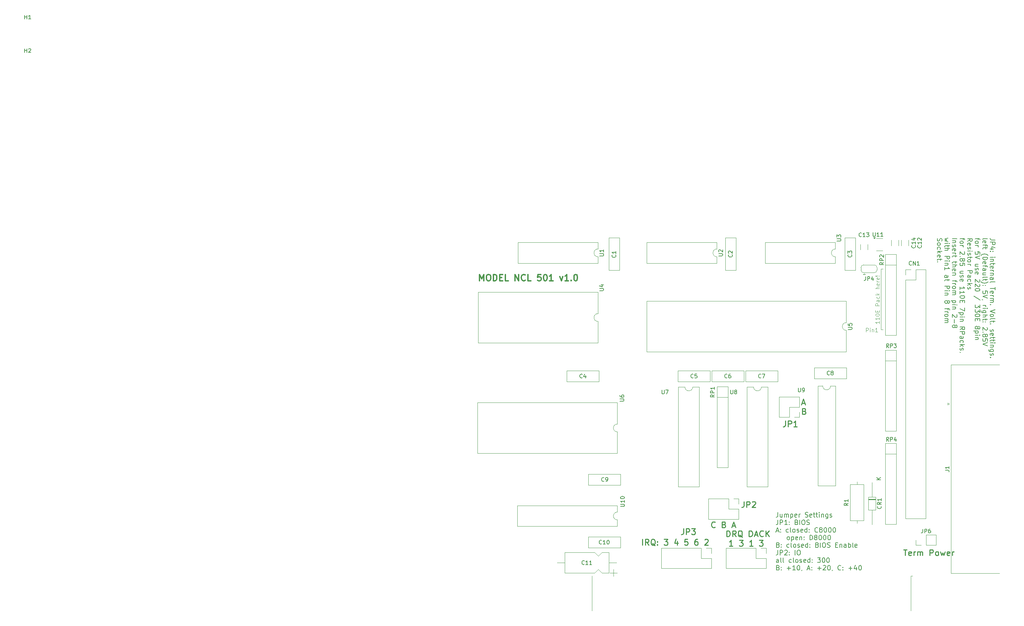
<source format=gbr>
%TF.GenerationSoftware,KiCad,Pcbnew,7.0.11-7.0.11~ubuntu20.04.1*%
%TF.CreationDate,2024-04-11T13:04:31+02:00*%
%TF.ProjectId,NCL501,4e434c35-3031-42e6-9b69-6361645f7063,rev?*%
%TF.SameCoordinates,Original*%
%TF.FileFunction,Legend,Top*%
%TF.FilePolarity,Positive*%
%FSLAX46Y46*%
G04 Gerber Fmt 4.6, Leading zero omitted, Abs format (unit mm)*
G04 Created by KiCad (PCBNEW 7.0.11-7.0.11~ubuntu20.04.1) date 2024-04-11 13:04:31*
%MOMM*%
%LPD*%
G01*
G04 APERTURE LIST*
%ADD10C,0.100000*%
%ADD11C,0.250000*%
%ADD12C,0.300000*%
%ADD13C,0.200000*%
%ADD14C,0.150000*%
%ADD15C,0.120000*%
G04 APERTURE END LIST*
D10*
X221996000Y-63500000D02*
X221488000Y-63500000D01*
X221488000Y-63500000D02*
X221488000Y-78994000D01*
X221488000Y-78994000D02*
X221996000Y-78994000D01*
D11*
X201364187Y-97797857D02*
X202078473Y-97797857D01*
X201221330Y-98226428D02*
X201721330Y-96726428D01*
X201721330Y-96726428D02*
X202221330Y-98226428D01*
X201935615Y-99855714D02*
X202149901Y-99927142D01*
X202149901Y-99927142D02*
X202221330Y-99998571D01*
X202221330Y-99998571D02*
X202292758Y-100141428D01*
X202292758Y-100141428D02*
X202292758Y-100355714D01*
X202292758Y-100355714D02*
X202221330Y-100498571D01*
X202221330Y-100498571D02*
X202149901Y-100570000D01*
X202149901Y-100570000D02*
X202007044Y-100641428D01*
X202007044Y-100641428D02*
X201435615Y-100641428D01*
X201435615Y-100641428D02*
X201435615Y-99141428D01*
X201435615Y-99141428D02*
X201935615Y-99141428D01*
X201935615Y-99141428D02*
X202078473Y-99212857D01*
X202078473Y-99212857D02*
X202149901Y-99284285D01*
X202149901Y-99284285D02*
X202221330Y-99427142D01*
X202221330Y-99427142D02*
X202221330Y-99570000D01*
X202221330Y-99570000D02*
X202149901Y-99712857D01*
X202149901Y-99712857D02*
X202078473Y-99784285D01*
X202078473Y-99784285D02*
X201935615Y-99855714D01*
X201935615Y-99855714D02*
X201435615Y-99855714D01*
X160668615Y-134042428D02*
X160668615Y-132542428D01*
X162240044Y-134042428D02*
X161740044Y-133328142D01*
X161382901Y-134042428D02*
X161382901Y-132542428D01*
X161382901Y-132542428D02*
X161954330Y-132542428D01*
X161954330Y-132542428D02*
X162097187Y-132613857D01*
X162097187Y-132613857D02*
X162168616Y-132685285D01*
X162168616Y-132685285D02*
X162240044Y-132828142D01*
X162240044Y-132828142D02*
X162240044Y-133042428D01*
X162240044Y-133042428D02*
X162168616Y-133185285D01*
X162168616Y-133185285D02*
X162097187Y-133256714D01*
X162097187Y-133256714D02*
X161954330Y-133328142D01*
X161954330Y-133328142D02*
X161382901Y-133328142D01*
X163882901Y-134185285D02*
X163740044Y-134113857D01*
X163740044Y-134113857D02*
X163597187Y-133971000D01*
X163597187Y-133971000D02*
X163382901Y-133756714D01*
X163382901Y-133756714D02*
X163240044Y-133685285D01*
X163240044Y-133685285D02*
X163097187Y-133685285D01*
X163168616Y-134042428D02*
X163025759Y-133971000D01*
X163025759Y-133971000D02*
X162882901Y-133828142D01*
X162882901Y-133828142D02*
X162811473Y-133542428D01*
X162811473Y-133542428D02*
X162811473Y-133042428D01*
X162811473Y-133042428D02*
X162882901Y-132756714D01*
X162882901Y-132756714D02*
X163025759Y-132613857D01*
X163025759Y-132613857D02*
X163168616Y-132542428D01*
X163168616Y-132542428D02*
X163454330Y-132542428D01*
X163454330Y-132542428D02*
X163597187Y-132613857D01*
X163597187Y-132613857D02*
X163740044Y-132756714D01*
X163740044Y-132756714D02*
X163811473Y-133042428D01*
X163811473Y-133042428D02*
X163811473Y-133542428D01*
X163811473Y-133542428D02*
X163740044Y-133828142D01*
X163740044Y-133828142D02*
X163597187Y-133971000D01*
X163597187Y-133971000D02*
X163454330Y-134042428D01*
X163454330Y-134042428D02*
X163168616Y-134042428D01*
X164454330Y-133899571D02*
X164525759Y-133971000D01*
X164525759Y-133971000D02*
X164454330Y-134042428D01*
X164454330Y-134042428D02*
X164382902Y-133971000D01*
X164382902Y-133971000D02*
X164454330Y-133899571D01*
X164454330Y-133899571D02*
X164454330Y-134042428D01*
X164454330Y-133113857D02*
X164525759Y-133185285D01*
X164525759Y-133185285D02*
X164454330Y-133256714D01*
X164454330Y-133256714D02*
X164382902Y-133185285D01*
X164382902Y-133185285D02*
X164454330Y-133113857D01*
X164454330Y-133113857D02*
X164454330Y-133256714D01*
X166168616Y-132542428D02*
X167097188Y-132542428D01*
X167097188Y-132542428D02*
X166597188Y-133113857D01*
X166597188Y-133113857D02*
X166811473Y-133113857D01*
X166811473Y-133113857D02*
X166954331Y-133185285D01*
X166954331Y-133185285D02*
X167025759Y-133256714D01*
X167025759Y-133256714D02*
X167097188Y-133399571D01*
X167097188Y-133399571D02*
X167097188Y-133756714D01*
X167097188Y-133756714D02*
X167025759Y-133899571D01*
X167025759Y-133899571D02*
X166954331Y-133971000D01*
X166954331Y-133971000D02*
X166811473Y-134042428D01*
X166811473Y-134042428D02*
X166382902Y-134042428D01*
X166382902Y-134042428D02*
X166240045Y-133971000D01*
X166240045Y-133971000D02*
X166168616Y-133899571D01*
X169525759Y-133042428D02*
X169525759Y-134042428D01*
X169168616Y-132471000D02*
X168811473Y-133542428D01*
X168811473Y-133542428D02*
X169740044Y-133542428D01*
X172168615Y-132542428D02*
X171454329Y-132542428D01*
X171454329Y-132542428D02*
X171382901Y-133256714D01*
X171382901Y-133256714D02*
X171454329Y-133185285D01*
X171454329Y-133185285D02*
X171597187Y-133113857D01*
X171597187Y-133113857D02*
X171954329Y-133113857D01*
X171954329Y-133113857D02*
X172097187Y-133185285D01*
X172097187Y-133185285D02*
X172168615Y-133256714D01*
X172168615Y-133256714D02*
X172240044Y-133399571D01*
X172240044Y-133399571D02*
X172240044Y-133756714D01*
X172240044Y-133756714D02*
X172168615Y-133899571D01*
X172168615Y-133899571D02*
X172097187Y-133971000D01*
X172097187Y-133971000D02*
X171954329Y-134042428D01*
X171954329Y-134042428D02*
X171597187Y-134042428D01*
X171597187Y-134042428D02*
X171454329Y-133971000D01*
X171454329Y-133971000D02*
X171382901Y-133899571D01*
X174668615Y-132542428D02*
X174382900Y-132542428D01*
X174382900Y-132542428D02*
X174240043Y-132613857D01*
X174240043Y-132613857D02*
X174168615Y-132685285D01*
X174168615Y-132685285D02*
X174025757Y-132899571D01*
X174025757Y-132899571D02*
X173954329Y-133185285D01*
X173954329Y-133185285D02*
X173954329Y-133756714D01*
X173954329Y-133756714D02*
X174025757Y-133899571D01*
X174025757Y-133899571D02*
X174097186Y-133971000D01*
X174097186Y-133971000D02*
X174240043Y-134042428D01*
X174240043Y-134042428D02*
X174525757Y-134042428D01*
X174525757Y-134042428D02*
X174668615Y-133971000D01*
X174668615Y-133971000D02*
X174740043Y-133899571D01*
X174740043Y-133899571D02*
X174811472Y-133756714D01*
X174811472Y-133756714D02*
X174811472Y-133399571D01*
X174811472Y-133399571D02*
X174740043Y-133256714D01*
X174740043Y-133256714D02*
X174668615Y-133185285D01*
X174668615Y-133185285D02*
X174525757Y-133113857D01*
X174525757Y-133113857D02*
X174240043Y-133113857D01*
X174240043Y-133113857D02*
X174097186Y-133185285D01*
X174097186Y-133185285D02*
X174025757Y-133256714D01*
X174025757Y-133256714D02*
X173954329Y-133399571D01*
X176525757Y-132685285D02*
X176597185Y-132613857D01*
X176597185Y-132613857D02*
X176740043Y-132542428D01*
X176740043Y-132542428D02*
X177097185Y-132542428D01*
X177097185Y-132542428D02*
X177240043Y-132613857D01*
X177240043Y-132613857D02*
X177311471Y-132685285D01*
X177311471Y-132685285D02*
X177382900Y-132828142D01*
X177382900Y-132828142D02*
X177382900Y-132971000D01*
X177382900Y-132971000D02*
X177311471Y-133185285D01*
X177311471Y-133185285D02*
X176454328Y-134042428D01*
X176454328Y-134042428D02*
X177382900Y-134042428D01*
D12*
X119078320Y-66538590D02*
X119078320Y-64938590D01*
X119078320Y-64938590D02*
X119611653Y-66081447D01*
X119611653Y-66081447D02*
X120144987Y-64938590D01*
X120144987Y-64938590D02*
X120144987Y-66538590D01*
X121211653Y-64938590D02*
X121516415Y-64938590D01*
X121516415Y-64938590D02*
X121668796Y-65014780D01*
X121668796Y-65014780D02*
X121821177Y-65167161D01*
X121821177Y-65167161D02*
X121897367Y-65471923D01*
X121897367Y-65471923D02*
X121897367Y-66005257D01*
X121897367Y-66005257D02*
X121821177Y-66310019D01*
X121821177Y-66310019D02*
X121668796Y-66462400D01*
X121668796Y-66462400D02*
X121516415Y-66538590D01*
X121516415Y-66538590D02*
X121211653Y-66538590D01*
X121211653Y-66538590D02*
X121059272Y-66462400D01*
X121059272Y-66462400D02*
X120906891Y-66310019D01*
X120906891Y-66310019D02*
X120830700Y-66005257D01*
X120830700Y-66005257D02*
X120830700Y-65471923D01*
X120830700Y-65471923D02*
X120906891Y-65167161D01*
X120906891Y-65167161D02*
X121059272Y-65014780D01*
X121059272Y-65014780D02*
X121211653Y-64938590D01*
X122583081Y-66538590D02*
X122583081Y-64938590D01*
X122583081Y-64938590D02*
X122964033Y-64938590D01*
X122964033Y-64938590D02*
X123192605Y-65014780D01*
X123192605Y-65014780D02*
X123344986Y-65167161D01*
X123344986Y-65167161D02*
X123421176Y-65319542D01*
X123421176Y-65319542D02*
X123497367Y-65624304D01*
X123497367Y-65624304D02*
X123497367Y-65852876D01*
X123497367Y-65852876D02*
X123421176Y-66157638D01*
X123421176Y-66157638D02*
X123344986Y-66310019D01*
X123344986Y-66310019D02*
X123192605Y-66462400D01*
X123192605Y-66462400D02*
X122964033Y-66538590D01*
X122964033Y-66538590D02*
X122583081Y-66538590D01*
X124183081Y-65700495D02*
X124716414Y-65700495D01*
X124944986Y-66538590D02*
X124183081Y-66538590D01*
X124183081Y-66538590D02*
X124183081Y-64938590D01*
X124183081Y-64938590D02*
X124944986Y-64938590D01*
X126392605Y-66538590D02*
X125630700Y-66538590D01*
X125630700Y-66538590D02*
X125630700Y-64938590D01*
X128144986Y-66538590D02*
X128144986Y-64938590D01*
X128144986Y-64938590D02*
X129059272Y-66538590D01*
X129059272Y-66538590D02*
X129059272Y-64938590D01*
X130735462Y-66386209D02*
X130659271Y-66462400D01*
X130659271Y-66462400D02*
X130430700Y-66538590D01*
X130430700Y-66538590D02*
X130278319Y-66538590D01*
X130278319Y-66538590D02*
X130049747Y-66462400D01*
X130049747Y-66462400D02*
X129897366Y-66310019D01*
X129897366Y-66310019D02*
X129821176Y-66157638D01*
X129821176Y-66157638D02*
X129744985Y-65852876D01*
X129744985Y-65852876D02*
X129744985Y-65624304D01*
X129744985Y-65624304D02*
X129821176Y-65319542D01*
X129821176Y-65319542D02*
X129897366Y-65167161D01*
X129897366Y-65167161D02*
X130049747Y-65014780D01*
X130049747Y-65014780D02*
X130278319Y-64938590D01*
X130278319Y-64938590D02*
X130430700Y-64938590D01*
X130430700Y-64938590D02*
X130659271Y-65014780D01*
X130659271Y-65014780D02*
X130735462Y-65090971D01*
X132183081Y-66538590D02*
X131421176Y-66538590D01*
X131421176Y-66538590D02*
X131421176Y-64938590D01*
X134697367Y-64938590D02*
X133935462Y-64938590D01*
X133935462Y-64938590D02*
X133859271Y-65700495D01*
X133859271Y-65700495D02*
X133935462Y-65624304D01*
X133935462Y-65624304D02*
X134087843Y-65548114D01*
X134087843Y-65548114D02*
X134468795Y-65548114D01*
X134468795Y-65548114D02*
X134621176Y-65624304D01*
X134621176Y-65624304D02*
X134697367Y-65700495D01*
X134697367Y-65700495D02*
X134773557Y-65852876D01*
X134773557Y-65852876D02*
X134773557Y-66233828D01*
X134773557Y-66233828D02*
X134697367Y-66386209D01*
X134697367Y-66386209D02*
X134621176Y-66462400D01*
X134621176Y-66462400D02*
X134468795Y-66538590D01*
X134468795Y-66538590D02*
X134087843Y-66538590D01*
X134087843Y-66538590D02*
X133935462Y-66462400D01*
X133935462Y-66462400D02*
X133859271Y-66386209D01*
X135764034Y-64938590D02*
X135916415Y-64938590D01*
X135916415Y-64938590D02*
X136068796Y-65014780D01*
X136068796Y-65014780D02*
X136144986Y-65090971D01*
X136144986Y-65090971D02*
X136221177Y-65243352D01*
X136221177Y-65243352D02*
X136297367Y-65548114D01*
X136297367Y-65548114D02*
X136297367Y-65929066D01*
X136297367Y-65929066D02*
X136221177Y-66233828D01*
X136221177Y-66233828D02*
X136144986Y-66386209D01*
X136144986Y-66386209D02*
X136068796Y-66462400D01*
X136068796Y-66462400D02*
X135916415Y-66538590D01*
X135916415Y-66538590D02*
X135764034Y-66538590D01*
X135764034Y-66538590D02*
X135611653Y-66462400D01*
X135611653Y-66462400D02*
X135535462Y-66386209D01*
X135535462Y-66386209D02*
X135459272Y-66233828D01*
X135459272Y-66233828D02*
X135383081Y-65929066D01*
X135383081Y-65929066D02*
X135383081Y-65548114D01*
X135383081Y-65548114D02*
X135459272Y-65243352D01*
X135459272Y-65243352D02*
X135535462Y-65090971D01*
X135535462Y-65090971D02*
X135611653Y-65014780D01*
X135611653Y-65014780D02*
X135764034Y-64938590D01*
X137821177Y-66538590D02*
X136906891Y-66538590D01*
X137364034Y-66538590D02*
X137364034Y-64938590D01*
X137364034Y-64938590D02*
X137211653Y-65167161D01*
X137211653Y-65167161D02*
X137059272Y-65319542D01*
X137059272Y-65319542D02*
X136906891Y-65395733D01*
X139573559Y-65471923D02*
X139954511Y-66538590D01*
X139954511Y-66538590D02*
X140335464Y-65471923D01*
X141783083Y-66538590D02*
X140868797Y-66538590D01*
X141325940Y-66538590D02*
X141325940Y-64938590D01*
X141325940Y-64938590D02*
X141173559Y-65167161D01*
X141173559Y-65167161D02*
X141021178Y-65319542D01*
X141021178Y-65319542D02*
X140868797Y-65395733D01*
X142468798Y-66386209D02*
X142544988Y-66462400D01*
X142544988Y-66462400D02*
X142468798Y-66538590D01*
X142468798Y-66538590D02*
X142392607Y-66462400D01*
X142392607Y-66462400D02*
X142468798Y-66386209D01*
X142468798Y-66386209D02*
X142468798Y-66538590D01*
X143535465Y-64938590D02*
X143687846Y-64938590D01*
X143687846Y-64938590D02*
X143840227Y-65014780D01*
X143840227Y-65014780D02*
X143916417Y-65090971D01*
X143916417Y-65090971D02*
X143992608Y-65243352D01*
X143992608Y-65243352D02*
X144068798Y-65548114D01*
X144068798Y-65548114D02*
X144068798Y-65929066D01*
X144068798Y-65929066D02*
X143992608Y-66233828D01*
X143992608Y-66233828D02*
X143916417Y-66386209D01*
X143916417Y-66386209D02*
X143840227Y-66462400D01*
X143840227Y-66462400D02*
X143687846Y-66538590D01*
X143687846Y-66538590D02*
X143535465Y-66538590D01*
X143535465Y-66538590D02*
X143383084Y-66462400D01*
X143383084Y-66462400D02*
X143306893Y-66386209D01*
X143306893Y-66386209D02*
X143230703Y-66233828D01*
X143230703Y-66233828D02*
X143154512Y-65929066D01*
X143154512Y-65929066D02*
X143154512Y-65548114D01*
X143154512Y-65548114D02*
X143230703Y-65243352D01*
X143230703Y-65243352D02*
X143306893Y-65090971D01*
X143306893Y-65090971D02*
X143383084Y-65014780D01*
X143383084Y-65014780D02*
X143535465Y-64938590D01*
D13*
X250593257Y-56132149D02*
X249736114Y-56132149D01*
X249736114Y-56132149D02*
X249564685Y-56075006D01*
X249564685Y-56075006D02*
X249450400Y-55960720D01*
X249450400Y-55960720D02*
X249393257Y-55789292D01*
X249393257Y-55789292D02*
X249393257Y-55675006D01*
X249393257Y-56703578D02*
X250593257Y-56703578D01*
X250593257Y-56703578D02*
X250593257Y-57160721D01*
X250593257Y-57160721D02*
X250536114Y-57275006D01*
X250536114Y-57275006D02*
X250478971Y-57332149D01*
X250478971Y-57332149D02*
X250364685Y-57389292D01*
X250364685Y-57389292D02*
X250193257Y-57389292D01*
X250193257Y-57389292D02*
X250078971Y-57332149D01*
X250078971Y-57332149D02*
X250021828Y-57275006D01*
X250021828Y-57275006D02*
X249964685Y-57160721D01*
X249964685Y-57160721D02*
X249964685Y-56703578D01*
X250193257Y-58417864D02*
X249393257Y-58417864D01*
X250650400Y-58132149D02*
X249793257Y-57846435D01*
X249793257Y-57846435D02*
X249793257Y-58589292D01*
X249507542Y-59046435D02*
X249450400Y-59103578D01*
X249450400Y-59103578D02*
X249393257Y-59046435D01*
X249393257Y-59046435D02*
X249450400Y-58989292D01*
X249450400Y-58989292D02*
X249507542Y-59046435D01*
X249507542Y-59046435D02*
X249393257Y-59046435D01*
X250136114Y-59046435D02*
X250078971Y-59103578D01*
X250078971Y-59103578D02*
X250021828Y-59046435D01*
X250021828Y-59046435D02*
X250078971Y-58989292D01*
X250078971Y-58989292D02*
X250136114Y-59046435D01*
X250136114Y-59046435D02*
X250021828Y-59046435D01*
X249393257Y-60532150D02*
X250193257Y-60532150D01*
X250593257Y-60532150D02*
X250536114Y-60475007D01*
X250536114Y-60475007D02*
X250478971Y-60532150D01*
X250478971Y-60532150D02*
X250536114Y-60589293D01*
X250536114Y-60589293D02*
X250593257Y-60532150D01*
X250593257Y-60532150D02*
X250478971Y-60532150D01*
X250193257Y-61103579D02*
X249393257Y-61103579D01*
X250078971Y-61103579D02*
X250136114Y-61160722D01*
X250136114Y-61160722D02*
X250193257Y-61275007D01*
X250193257Y-61275007D02*
X250193257Y-61446436D01*
X250193257Y-61446436D02*
X250136114Y-61560722D01*
X250136114Y-61560722D02*
X250021828Y-61617865D01*
X250021828Y-61617865D02*
X249393257Y-61617865D01*
X250193257Y-62017864D02*
X250193257Y-62475007D01*
X250593257Y-62189293D02*
X249564685Y-62189293D01*
X249564685Y-62189293D02*
X249450400Y-62246436D01*
X249450400Y-62246436D02*
X249393257Y-62360721D01*
X249393257Y-62360721D02*
X249393257Y-62475007D01*
X249450400Y-63332150D02*
X249393257Y-63217864D01*
X249393257Y-63217864D02*
X249393257Y-62989293D01*
X249393257Y-62989293D02*
X249450400Y-62875007D01*
X249450400Y-62875007D02*
X249564685Y-62817864D01*
X249564685Y-62817864D02*
X250021828Y-62817864D01*
X250021828Y-62817864D02*
X250136114Y-62875007D01*
X250136114Y-62875007D02*
X250193257Y-62989293D01*
X250193257Y-62989293D02*
X250193257Y-63217864D01*
X250193257Y-63217864D02*
X250136114Y-63332150D01*
X250136114Y-63332150D02*
X250021828Y-63389293D01*
X250021828Y-63389293D02*
X249907542Y-63389293D01*
X249907542Y-63389293D02*
X249793257Y-62817864D01*
X249393257Y-63903578D02*
X250193257Y-63903578D01*
X249964685Y-63903578D02*
X250078971Y-63960721D01*
X250078971Y-63960721D02*
X250136114Y-64017864D01*
X250136114Y-64017864D02*
X250193257Y-64132149D01*
X250193257Y-64132149D02*
X250193257Y-64246435D01*
X250193257Y-64646435D02*
X249393257Y-64646435D01*
X250078971Y-64646435D02*
X250136114Y-64703578D01*
X250136114Y-64703578D02*
X250193257Y-64817863D01*
X250193257Y-64817863D02*
X250193257Y-64989292D01*
X250193257Y-64989292D02*
X250136114Y-65103578D01*
X250136114Y-65103578D02*
X250021828Y-65160721D01*
X250021828Y-65160721D02*
X249393257Y-65160721D01*
X249393257Y-66246435D02*
X250021828Y-66246435D01*
X250021828Y-66246435D02*
X250136114Y-66189292D01*
X250136114Y-66189292D02*
X250193257Y-66075006D01*
X250193257Y-66075006D02*
X250193257Y-65846435D01*
X250193257Y-65846435D02*
X250136114Y-65732149D01*
X249450400Y-66246435D02*
X249393257Y-66132149D01*
X249393257Y-66132149D02*
X249393257Y-65846435D01*
X249393257Y-65846435D02*
X249450400Y-65732149D01*
X249450400Y-65732149D02*
X249564685Y-65675006D01*
X249564685Y-65675006D02*
X249678971Y-65675006D01*
X249678971Y-65675006D02*
X249793257Y-65732149D01*
X249793257Y-65732149D02*
X249850400Y-65846435D01*
X249850400Y-65846435D02*
X249850400Y-66132149D01*
X249850400Y-66132149D02*
X249907542Y-66246435D01*
X249393257Y-66989291D02*
X249450400Y-66875006D01*
X249450400Y-66875006D02*
X249564685Y-66817863D01*
X249564685Y-66817863D02*
X250593257Y-66817863D01*
X250593257Y-68189291D02*
X250593257Y-68875006D01*
X249393257Y-68532148D02*
X250593257Y-68532148D01*
X249450400Y-69732149D02*
X249393257Y-69617863D01*
X249393257Y-69617863D02*
X249393257Y-69389292D01*
X249393257Y-69389292D02*
X249450400Y-69275006D01*
X249450400Y-69275006D02*
X249564685Y-69217863D01*
X249564685Y-69217863D02*
X250021828Y-69217863D01*
X250021828Y-69217863D02*
X250136114Y-69275006D01*
X250136114Y-69275006D02*
X250193257Y-69389292D01*
X250193257Y-69389292D02*
X250193257Y-69617863D01*
X250193257Y-69617863D02*
X250136114Y-69732149D01*
X250136114Y-69732149D02*
X250021828Y-69789292D01*
X250021828Y-69789292D02*
X249907542Y-69789292D01*
X249907542Y-69789292D02*
X249793257Y-69217863D01*
X249393257Y-70303577D02*
X250193257Y-70303577D01*
X249964685Y-70303577D02*
X250078971Y-70360720D01*
X250078971Y-70360720D02*
X250136114Y-70417863D01*
X250136114Y-70417863D02*
X250193257Y-70532148D01*
X250193257Y-70532148D02*
X250193257Y-70646434D01*
X249393257Y-71046434D02*
X250193257Y-71046434D01*
X250078971Y-71046434D02*
X250136114Y-71103577D01*
X250136114Y-71103577D02*
X250193257Y-71217862D01*
X250193257Y-71217862D02*
X250193257Y-71389291D01*
X250193257Y-71389291D02*
X250136114Y-71503577D01*
X250136114Y-71503577D02*
X250021828Y-71560720D01*
X250021828Y-71560720D02*
X249393257Y-71560720D01*
X250021828Y-71560720D02*
X250136114Y-71617862D01*
X250136114Y-71617862D02*
X250193257Y-71732148D01*
X250193257Y-71732148D02*
X250193257Y-71903577D01*
X250193257Y-71903577D02*
X250136114Y-72017862D01*
X250136114Y-72017862D02*
X250021828Y-72075005D01*
X250021828Y-72075005D02*
X249393257Y-72075005D01*
X249507542Y-72646434D02*
X249450400Y-72703577D01*
X249450400Y-72703577D02*
X249393257Y-72646434D01*
X249393257Y-72646434D02*
X249450400Y-72589291D01*
X249450400Y-72589291D02*
X249507542Y-72646434D01*
X249507542Y-72646434D02*
X249393257Y-72646434D01*
X250593257Y-73960720D02*
X249393257Y-74360720D01*
X249393257Y-74360720D02*
X250593257Y-74760720D01*
X249393257Y-75332148D02*
X249450400Y-75217863D01*
X249450400Y-75217863D02*
X249507542Y-75160720D01*
X249507542Y-75160720D02*
X249621828Y-75103577D01*
X249621828Y-75103577D02*
X249964685Y-75103577D01*
X249964685Y-75103577D02*
X250078971Y-75160720D01*
X250078971Y-75160720D02*
X250136114Y-75217863D01*
X250136114Y-75217863D02*
X250193257Y-75332148D01*
X250193257Y-75332148D02*
X250193257Y-75503577D01*
X250193257Y-75503577D02*
X250136114Y-75617863D01*
X250136114Y-75617863D02*
X250078971Y-75675006D01*
X250078971Y-75675006D02*
X249964685Y-75732148D01*
X249964685Y-75732148D02*
X249621828Y-75732148D01*
X249621828Y-75732148D02*
X249507542Y-75675006D01*
X249507542Y-75675006D02*
X249450400Y-75617863D01*
X249450400Y-75617863D02*
X249393257Y-75503577D01*
X249393257Y-75503577D02*
X249393257Y-75332148D01*
X249393257Y-76417862D02*
X249450400Y-76303577D01*
X249450400Y-76303577D02*
X249564685Y-76246434D01*
X249564685Y-76246434D02*
X250593257Y-76246434D01*
X250193257Y-76703576D02*
X250193257Y-77160719D01*
X250593257Y-76875005D02*
X249564685Y-76875005D01*
X249564685Y-76875005D02*
X249450400Y-76932148D01*
X249450400Y-76932148D02*
X249393257Y-77046433D01*
X249393257Y-77046433D02*
X249393257Y-77160719D01*
X249507542Y-77560719D02*
X249450400Y-77617862D01*
X249450400Y-77617862D02*
X249393257Y-77560719D01*
X249393257Y-77560719D02*
X249450400Y-77503576D01*
X249450400Y-77503576D02*
X249507542Y-77560719D01*
X249507542Y-77560719D02*
X249393257Y-77560719D01*
X249450400Y-78989291D02*
X249393257Y-79103577D01*
X249393257Y-79103577D02*
X249393257Y-79332148D01*
X249393257Y-79332148D02*
X249450400Y-79446434D01*
X249450400Y-79446434D02*
X249564685Y-79503577D01*
X249564685Y-79503577D02*
X249621828Y-79503577D01*
X249621828Y-79503577D02*
X249736114Y-79446434D01*
X249736114Y-79446434D02*
X249793257Y-79332148D01*
X249793257Y-79332148D02*
X249793257Y-79160720D01*
X249793257Y-79160720D02*
X249850400Y-79046434D01*
X249850400Y-79046434D02*
X249964685Y-78989291D01*
X249964685Y-78989291D02*
X250021828Y-78989291D01*
X250021828Y-78989291D02*
X250136114Y-79046434D01*
X250136114Y-79046434D02*
X250193257Y-79160720D01*
X250193257Y-79160720D02*
X250193257Y-79332148D01*
X250193257Y-79332148D02*
X250136114Y-79446434D01*
X249450400Y-80475006D02*
X249393257Y-80360720D01*
X249393257Y-80360720D02*
X249393257Y-80132149D01*
X249393257Y-80132149D02*
X249450400Y-80017863D01*
X249450400Y-80017863D02*
X249564685Y-79960720D01*
X249564685Y-79960720D02*
X250021828Y-79960720D01*
X250021828Y-79960720D02*
X250136114Y-80017863D01*
X250136114Y-80017863D02*
X250193257Y-80132149D01*
X250193257Y-80132149D02*
X250193257Y-80360720D01*
X250193257Y-80360720D02*
X250136114Y-80475006D01*
X250136114Y-80475006D02*
X250021828Y-80532149D01*
X250021828Y-80532149D02*
X249907542Y-80532149D01*
X249907542Y-80532149D02*
X249793257Y-79960720D01*
X250193257Y-80875005D02*
X250193257Y-81332148D01*
X250593257Y-81046434D02*
X249564685Y-81046434D01*
X249564685Y-81046434D02*
X249450400Y-81103577D01*
X249450400Y-81103577D02*
X249393257Y-81217862D01*
X249393257Y-81217862D02*
X249393257Y-81332148D01*
X250193257Y-81560719D02*
X250193257Y-82017862D01*
X250593257Y-81732148D02*
X249564685Y-81732148D01*
X249564685Y-81732148D02*
X249450400Y-81789291D01*
X249450400Y-81789291D02*
X249393257Y-81903576D01*
X249393257Y-81903576D02*
X249393257Y-82017862D01*
X249393257Y-82417862D02*
X250193257Y-82417862D01*
X250593257Y-82417862D02*
X250536114Y-82360719D01*
X250536114Y-82360719D02*
X250478971Y-82417862D01*
X250478971Y-82417862D02*
X250536114Y-82475005D01*
X250536114Y-82475005D02*
X250593257Y-82417862D01*
X250593257Y-82417862D02*
X250478971Y-82417862D01*
X250193257Y-82989291D02*
X249393257Y-82989291D01*
X250078971Y-82989291D02*
X250136114Y-83046434D01*
X250136114Y-83046434D02*
X250193257Y-83160719D01*
X250193257Y-83160719D02*
X250193257Y-83332148D01*
X250193257Y-83332148D02*
X250136114Y-83446434D01*
X250136114Y-83446434D02*
X250021828Y-83503577D01*
X250021828Y-83503577D02*
X249393257Y-83503577D01*
X250193257Y-84589291D02*
X249221828Y-84589291D01*
X249221828Y-84589291D02*
X249107542Y-84532148D01*
X249107542Y-84532148D02*
X249050400Y-84475005D01*
X249050400Y-84475005D02*
X248993257Y-84360719D01*
X248993257Y-84360719D02*
X248993257Y-84189291D01*
X248993257Y-84189291D02*
X249050400Y-84075005D01*
X249450400Y-84589291D02*
X249393257Y-84475005D01*
X249393257Y-84475005D02*
X249393257Y-84246433D01*
X249393257Y-84246433D02*
X249450400Y-84132148D01*
X249450400Y-84132148D02*
X249507542Y-84075005D01*
X249507542Y-84075005D02*
X249621828Y-84017862D01*
X249621828Y-84017862D02*
X249964685Y-84017862D01*
X249964685Y-84017862D02*
X250078971Y-84075005D01*
X250078971Y-84075005D02*
X250136114Y-84132148D01*
X250136114Y-84132148D02*
X250193257Y-84246433D01*
X250193257Y-84246433D02*
X250193257Y-84475005D01*
X250193257Y-84475005D02*
X250136114Y-84589291D01*
X249450400Y-85103576D02*
X249393257Y-85217862D01*
X249393257Y-85217862D02*
X249393257Y-85446433D01*
X249393257Y-85446433D02*
X249450400Y-85560719D01*
X249450400Y-85560719D02*
X249564685Y-85617862D01*
X249564685Y-85617862D02*
X249621828Y-85617862D01*
X249621828Y-85617862D02*
X249736114Y-85560719D01*
X249736114Y-85560719D02*
X249793257Y-85446433D01*
X249793257Y-85446433D02*
X249793257Y-85275005D01*
X249793257Y-85275005D02*
X249850400Y-85160719D01*
X249850400Y-85160719D02*
X249964685Y-85103576D01*
X249964685Y-85103576D02*
X250021828Y-85103576D01*
X250021828Y-85103576D02*
X250136114Y-85160719D01*
X250136114Y-85160719D02*
X250193257Y-85275005D01*
X250193257Y-85275005D02*
X250193257Y-85446433D01*
X250193257Y-85446433D02*
X250136114Y-85560719D01*
X249507542Y-86132148D02*
X249450400Y-86189291D01*
X249450400Y-86189291D02*
X249393257Y-86132148D01*
X249393257Y-86132148D02*
X249450400Y-86075005D01*
X249450400Y-86075005D02*
X249507542Y-86132148D01*
X249507542Y-86132148D02*
X249393257Y-86132148D01*
X247461257Y-55960720D02*
X247518400Y-55846435D01*
X247518400Y-55846435D02*
X247632685Y-55789292D01*
X247632685Y-55789292D02*
X248661257Y-55789292D01*
X247518400Y-56875006D02*
X247461257Y-56760720D01*
X247461257Y-56760720D02*
X247461257Y-56532149D01*
X247461257Y-56532149D02*
X247518400Y-56417863D01*
X247518400Y-56417863D02*
X247632685Y-56360720D01*
X247632685Y-56360720D02*
X248089828Y-56360720D01*
X248089828Y-56360720D02*
X248204114Y-56417863D01*
X248204114Y-56417863D02*
X248261257Y-56532149D01*
X248261257Y-56532149D02*
X248261257Y-56760720D01*
X248261257Y-56760720D02*
X248204114Y-56875006D01*
X248204114Y-56875006D02*
X248089828Y-56932149D01*
X248089828Y-56932149D02*
X247975542Y-56932149D01*
X247975542Y-56932149D02*
X247861257Y-56360720D01*
X248261257Y-57275005D02*
X248261257Y-57732148D01*
X247461257Y-57446434D02*
X248489828Y-57446434D01*
X248489828Y-57446434D02*
X248604114Y-57503577D01*
X248604114Y-57503577D02*
X248661257Y-57617862D01*
X248661257Y-57617862D02*
X248661257Y-57732148D01*
X248261257Y-57960719D02*
X248261257Y-58417862D01*
X248661257Y-58132148D02*
X247632685Y-58132148D01*
X247632685Y-58132148D02*
X247518400Y-58189291D01*
X247518400Y-58189291D02*
X247461257Y-58303576D01*
X247461257Y-58303576D02*
X247461257Y-58417862D01*
X247004114Y-60075005D02*
X247061257Y-60017862D01*
X247061257Y-60017862D02*
X247232685Y-59903576D01*
X247232685Y-59903576D02*
X247346971Y-59846434D01*
X247346971Y-59846434D02*
X247518400Y-59789291D01*
X247518400Y-59789291D02*
X247804114Y-59732148D01*
X247804114Y-59732148D02*
X248032685Y-59732148D01*
X248032685Y-59732148D02*
X248318400Y-59789291D01*
X248318400Y-59789291D02*
X248489828Y-59846434D01*
X248489828Y-59846434D02*
X248604114Y-59903576D01*
X248604114Y-59903576D02*
X248775542Y-60017862D01*
X248775542Y-60017862D02*
X248832685Y-60075005D01*
X247461257Y-60532148D02*
X248661257Y-60532148D01*
X248661257Y-60532148D02*
X248661257Y-60817862D01*
X248661257Y-60817862D02*
X248604114Y-60989291D01*
X248604114Y-60989291D02*
X248489828Y-61103576D01*
X248489828Y-61103576D02*
X248375542Y-61160719D01*
X248375542Y-61160719D02*
X248146971Y-61217862D01*
X248146971Y-61217862D02*
X247975542Y-61217862D01*
X247975542Y-61217862D02*
X247746971Y-61160719D01*
X247746971Y-61160719D02*
X247632685Y-61103576D01*
X247632685Y-61103576D02*
X247518400Y-60989291D01*
X247518400Y-60989291D02*
X247461257Y-60817862D01*
X247461257Y-60817862D02*
X247461257Y-60532148D01*
X247518400Y-62189291D02*
X247461257Y-62075005D01*
X247461257Y-62075005D02*
X247461257Y-61846434D01*
X247461257Y-61846434D02*
X247518400Y-61732148D01*
X247518400Y-61732148D02*
X247632685Y-61675005D01*
X247632685Y-61675005D02*
X248089828Y-61675005D01*
X248089828Y-61675005D02*
X248204114Y-61732148D01*
X248204114Y-61732148D02*
X248261257Y-61846434D01*
X248261257Y-61846434D02*
X248261257Y-62075005D01*
X248261257Y-62075005D02*
X248204114Y-62189291D01*
X248204114Y-62189291D02*
X248089828Y-62246434D01*
X248089828Y-62246434D02*
X247975542Y-62246434D01*
X247975542Y-62246434D02*
X247861257Y-61675005D01*
X248261257Y-62589290D02*
X248261257Y-63046433D01*
X247461257Y-62760719D02*
X248489828Y-62760719D01*
X248489828Y-62760719D02*
X248604114Y-62817862D01*
X248604114Y-62817862D02*
X248661257Y-62932147D01*
X248661257Y-62932147D02*
X248661257Y-63046433D01*
X247461257Y-63960719D02*
X248089828Y-63960719D01*
X248089828Y-63960719D02*
X248204114Y-63903576D01*
X248204114Y-63903576D02*
X248261257Y-63789290D01*
X248261257Y-63789290D02*
X248261257Y-63560719D01*
X248261257Y-63560719D02*
X248204114Y-63446433D01*
X247518400Y-63960719D02*
X247461257Y-63846433D01*
X247461257Y-63846433D02*
X247461257Y-63560719D01*
X247461257Y-63560719D02*
X247518400Y-63446433D01*
X247518400Y-63446433D02*
X247632685Y-63389290D01*
X247632685Y-63389290D02*
X247746971Y-63389290D01*
X247746971Y-63389290D02*
X247861257Y-63446433D01*
X247861257Y-63446433D02*
X247918400Y-63560719D01*
X247918400Y-63560719D02*
X247918400Y-63846433D01*
X247918400Y-63846433D02*
X247975542Y-63960719D01*
X248261257Y-65046433D02*
X247461257Y-65046433D01*
X248261257Y-64532147D02*
X247632685Y-64532147D01*
X247632685Y-64532147D02*
X247518400Y-64589290D01*
X247518400Y-64589290D02*
X247461257Y-64703575D01*
X247461257Y-64703575D02*
X247461257Y-64875004D01*
X247461257Y-64875004D02*
X247518400Y-64989290D01*
X247518400Y-64989290D02*
X247575542Y-65046433D01*
X247461257Y-65789289D02*
X247518400Y-65675004D01*
X247518400Y-65675004D02*
X247632685Y-65617861D01*
X247632685Y-65617861D02*
X248661257Y-65617861D01*
X248261257Y-66075003D02*
X248261257Y-66532146D01*
X248661257Y-66246432D02*
X247632685Y-66246432D01*
X247632685Y-66246432D02*
X247518400Y-66303575D01*
X247518400Y-66303575D02*
X247461257Y-66417860D01*
X247461257Y-66417860D02*
X247461257Y-66532146D01*
X247004114Y-66817860D02*
X247061257Y-66875003D01*
X247061257Y-66875003D02*
X247232685Y-66989289D01*
X247232685Y-66989289D02*
X247346971Y-67046432D01*
X247346971Y-67046432D02*
X247518400Y-67103574D01*
X247518400Y-67103574D02*
X247804114Y-67160717D01*
X247804114Y-67160717D02*
X248032685Y-67160717D01*
X248032685Y-67160717D02*
X248318400Y-67103574D01*
X248318400Y-67103574D02*
X248489828Y-67046432D01*
X248489828Y-67046432D02*
X248604114Y-66989289D01*
X248604114Y-66989289D02*
X248775542Y-66875003D01*
X248775542Y-66875003D02*
X248832685Y-66817860D01*
X247575542Y-67732146D02*
X247518400Y-67789289D01*
X247518400Y-67789289D02*
X247461257Y-67732146D01*
X247461257Y-67732146D02*
X247518400Y-67675003D01*
X247518400Y-67675003D02*
X247575542Y-67732146D01*
X247575542Y-67732146D02*
X247461257Y-67732146D01*
X248204114Y-67732146D02*
X248146971Y-67789289D01*
X248146971Y-67789289D02*
X248089828Y-67732146D01*
X248089828Y-67732146D02*
X248146971Y-67675003D01*
X248146971Y-67675003D02*
X248204114Y-67732146D01*
X248204114Y-67732146D02*
X248089828Y-67732146D01*
X248661257Y-69789289D02*
X248661257Y-69217861D01*
X248661257Y-69217861D02*
X248089828Y-69160718D01*
X248089828Y-69160718D02*
X248146971Y-69217861D01*
X248146971Y-69217861D02*
X248204114Y-69332147D01*
X248204114Y-69332147D02*
X248204114Y-69617861D01*
X248204114Y-69617861D02*
X248146971Y-69732147D01*
X248146971Y-69732147D02*
X248089828Y-69789289D01*
X248089828Y-69789289D02*
X247975542Y-69846432D01*
X247975542Y-69846432D02*
X247689828Y-69846432D01*
X247689828Y-69846432D02*
X247575542Y-69789289D01*
X247575542Y-69789289D02*
X247518400Y-69732147D01*
X247518400Y-69732147D02*
X247461257Y-69617861D01*
X247461257Y-69617861D02*
X247461257Y-69332147D01*
X247461257Y-69332147D02*
X247518400Y-69217861D01*
X247518400Y-69217861D02*
X247575542Y-69160718D01*
X248661257Y-70189289D02*
X247461257Y-70589289D01*
X247461257Y-70589289D02*
X248661257Y-70989289D01*
X247518400Y-71446432D02*
X247461257Y-71446432D01*
X247461257Y-71446432D02*
X247346971Y-71389289D01*
X247346971Y-71389289D02*
X247289828Y-71332146D01*
X247461257Y-72875004D02*
X248261257Y-72875004D01*
X248032685Y-72875004D02*
X248146971Y-72932147D01*
X248146971Y-72932147D02*
X248204114Y-72989290D01*
X248204114Y-72989290D02*
X248261257Y-73103575D01*
X248261257Y-73103575D02*
X248261257Y-73217861D01*
X247461257Y-73617861D02*
X248261257Y-73617861D01*
X248661257Y-73617861D02*
X248604114Y-73560718D01*
X248604114Y-73560718D02*
X248546971Y-73617861D01*
X248546971Y-73617861D02*
X248604114Y-73675004D01*
X248604114Y-73675004D02*
X248661257Y-73617861D01*
X248661257Y-73617861D02*
X248546971Y-73617861D01*
X248261257Y-74703576D02*
X247289828Y-74703576D01*
X247289828Y-74703576D02*
X247175542Y-74646433D01*
X247175542Y-74646433D02*
X247118400Y-74589290D01*
X247118400Y-74589290D02*
X247061257Y-74475004D01*
X247061257Y-74475004D02*
X247061257Y-74303576D01*
X247061257Y-74303576D02*
X247118400Y-74189290D01*
X247518400Y-74703576D02*
X247461257Y-74589290D01*
X247461257Y-74589290D02*
X247461257Y-74360718D01*
X247461257Y-74360718D02*
X247518400Y-74246433D01*
X247518400Y-74246433D02*
X247575542Y-74189290D01*
X247575542Y-74189290D02*
X247689828Y-74132147D01*
X247689828Y-74132147D02*
X248032685Y-74132147D01*
X248032685Y-74132147D02*
X248146971Y-74189290D01*
X248146971Y-74189290D02*
X248204114Y-74246433D01*
X248204114Y-74246433D02*
X248261257Y-74360718D01*
X248261257Y-74360718D02*
X248261257Y-74589290D01*
X248261257Y-74589290D02*
X248204114Y-74703576D01*
X247461257Y-75275004D02*
X248661257Y-75275004D01*
X247461257Y-75789290D02*
X248089828Y-75789290D01*
X248089828Y-75789290D02*
X248204114Y-75732147D01*
X248204114Y-75732147D02*
X248261257Y-75617861D01*
X248261257Y-75617861D02*
X248261257Y-75446432D01*
X248261257Y-75446432D02*
X248204114Y-75332147D01*
X248204114Y-75332147D02*
X248146971Y-75275004D01*
X248261257Y-76189289D02*
X248261257Y-76646432D01*
X248661257Y-76360718D02*
X247632685Y-76360718D01*
X247632685Y-76360718D02*
X247518400Y-76417861D01*
X247518400Y-76417861D02*
X247461257Y-76532146D01*
X247461257Y-76532146D02*
X247461257Y-76646432D01*
X247575542Y-77046432D02*
X247518400Y-77103575D01*
X247518400Y-77103575D02*
X247461257Y-77046432D01*
X247461257Y-77046432D02*
X247518400Y-76989289D01*
X247518400Y-76989289D02*
X247575542Y-77046432D01*
X247575542Y-77046432D02*
X247461257Y-77046432D01*
X248204114Y-77046432D02*
X248146971Y-77103575D01*
X248146971Y-77103575D02*
X248089828Y-77046432D01*
X248089828Y-77046432D02*
X248146971Y-76989289D01*
X248146971Y-76989289D02*
X248204114Y-77046432D01*
X248204114Y-77046432D02*
X248089828Y-77046432D01*
X248546971Y-78475004D02*
X248604114Y-78532147D01*
X248604114Y-78532147D02*
X248661257Y-78646433D01*
X248661257Y-78646433D02*
X248661257Y-78932147D01*
X248661257Y-78932147D02*
X248604114Y-79046433D01*
X248604114Y-79046433D02*
X248546971Y-79103575D01*
X248546971Y-79103575D02*
X248432685Y-79160718D01*
X248432685Y-79160718D02*
X248318400Y-79160718D01*
X248318400Y-79160718D02*
X248146971Y-79103575D01*
X248146971Y-79103575D02*
X247461257Y-78417861D01*
X247461257Y-78417861D02*
X247461257Y-79160718D01*
X247575542Y-79675004D02*
X247518400Y-79732147D01*
X247518400Y-79732147D02*
X247461257Y-79675004D01*
X247461257Y-79675004D02*
X247518400Y-79617861D01*
X247518400Y-79617861D02*
X247575542Y-79675004D01*
X247575542Y-79675004D02*
X247461257Y-79675004D01*
X248146971Y-80417861D02*
X248204114Y-80303576D01*
X248204114Y-80303576D02*
X248261257Y-80246433D01*
X248261257Y-80246433D02*
X248375542Y-80189290D01*
X248375542Y-80189290D02*
X248432685Y-80189290D01*
X248432685Y-80189290D02*
X248546971Y-80246433D01*
X248546971Y-80246433D02*
X248604114Y-80303576D01*
X248604114Y-80303576D02*
X248661257Y-80417861D01*
X248661257Y-80417861D02*
X248661257Y-80646433D01*
X248661257Y-80646433D02*
X248604114Y-80760719D01*
X248604114Y-80760719D02*
X248546971Y-80817861D01*
X248546971Y-80817861D02*
X248432685Y-80875004D01*
X248432685Y-80875004D02*
X248375542Y-80875004D01*
X248375542Y-80875004D02*
X248261257Y-80817861D01*
X248261257Y-80817861D02*
X248204114Y-80760719D01*
X248204114Y-80760719D02*
X248146971Y-80646433D01*
X248146971Y-80646433D02*
X248146971Y-80417861D01*
X248146971Y-80417861D02*
X248089828Y-80303576D01*
X248089828Y-80303576D02*
X248032685Y-80246433D01*
X248032685Y-80246433D02*
X247918400Y-80189290D01*
X247918400Y-80189290D02*
X247689828Y-80189290D01*
X247689828Y-80189290D02*
X247575542Y-80246433D01*
X247575542Y-80246433D02*
X247518400Y-80303576D01*
X247518400Y-80303576D02*
X247461257Y-80417861D01*
X247461257Y-80417861D02*
X247461257Y-80646433D01*
X247461257Y-80646433D02*
X247518400Y-80760719D01*
X247518400Y-80760719D02*
X247575542Y-80817861D01*
X247575542Y-80817861D02*
X247689828Y-80875004D01*
X247689828Y-80875004D02*
X247918400Y-80875004D01*
X247918400Y-80875004D02*
X248032685Y-80817861D01*
X248032685Y-80817861D02*
X248089828Y-80760719D01*
X248089828Y-80760719D02*
X248146971Y-80646433D01*
X248661257Y-81960718D02*
X248661257Y-81389290D01*
X248661257Y-81389290D02*
X248089828Y-81332147D01*
X248089828Y-81332147D02*
X248146971Y-81389290D01*
X248146971Y-81389290D02*
X248204114Y-81503576D01*
X248204114Y-81503576D02*
X248204114Y-81789290D01*
X248204114Y-81789290D02*
X248146971Y-81903576D01*
X248146971Y-81903576D02*
X248089828Y-81960718D01*
X248089828Y-81960718D02*
X247975542Y-82017861D01*
X247975542Y-82017861D02*
X247689828Y-82017861D01*
X247689828Y-82017861D02*
X247575542Y-81960718D01*
X247575542Y-81960718D02*
X247518400Y-81903576D01*
X247518400Y-81903576D02*
X247461257Y-81789290D01*
X247461257Y-81789290D02*
X247461257Y-81503576D01*
X247461257Y-81503576D02*
X247518400Y-81389290D01*
X247518400Y-81389290D02*
X247575542Y-81332147D01*
X248661257Y-82360718D02*
X247461257Y-82760718D01*
X247461257Y-82760718D02*
X248661257Y-83160718D01*
X246329257Y-55617863D02*
X246329257Y-56075006D01*
X245529257Y-55789292D02*
X246557828Y-55789292D01*
X246557828Y-55789292D02*
X246672114Y-55846435D01*
X246672114Y-55846435D02*
X246729257Y-55960720D01*
X246729257Y-55960720D02*
X246729257Y-56075006D01*
X245529257Y-56646434D02*
X245586400Y-56532149D01*
X245586400Y-56532149D02*
X245643542Y-56475006D01*
X245643542Y-56475006D02*
X245757828Y-56417863D01*
X245757828Y-56417863D02*
X246100685Y-56417863D01*
X246100685Y-56417863D02*
X246214971Y-56475006D01*
X246214971Y-56475006D02*
X246272114Y-56532149D01*
X246272114Y-56532149D02*
X246329257Y-56646434D01*
X246329257Y-56646434D02*
X246329257Y-56817863D01*
X246329257Y-56817863D02*
X246272114Y-56932149D01*
X246272114Y-56932149D02*
X246214971Y-56989292D01*
X246214971Y-56989292D02*
X246100685Y-57046434D01*
X246100685Y-57046434D02*
X245757828Y-57046434D01*
X245757828Y-57046434D02*
X245643542Y-56989292D01*
X245643542Y-56989292D02*
X245586400Y-56932149D01*
X245586400Y-56932149D02*
X245529257Y-56817863D01*
X245529257Y-56817863D02*
X245529257Y-56646434D01*
X245529257Y-57560720D02*
X246329257Y-57560720D01*
X246100685Y-57560720D02*
X246214971Y-57617863D01*
X246214971Y-57617863D02*
X246272114Y-57675006D01*
X246272114Y-57675006D02*
X246329257Y-57789291D01*
X246329257Y-57789291D02*
X246329257Y-57903577D01*
X246729257Y-59789291D02*
X246729257Y-59217863D01*
X246729257Y-59217863D02*
X246157828Y-59160720D01*
X246157828Y-59160720D02*
X246214971Y-59217863D01*
X246214971Y-59217863D02*
X246272114Y-59332149D01*
X246272114Y-59332149D02*
X246272114Y-59617863D01*
X246272114Y-59617863D02*
X246214971Y-59732149D01*
X246214971Y-59732149D02*
X246157828Y-59789291D01*
X246157828Y-59789291D02*
X246043542Y-59846434D01*
X246043542Y-59846434D02*
X245757828Y-59846434D01*
X245757828Y-59846434D02*
X245643542Y-59789291D01*
X245643542Y-59789291D02*
X245586400Y-59732149D01*
X245586400Y-59732149D02*
X245529257Y-59617863D01*
X245529257Y-59617863D02*
X245529257Y-59332149D01*
X245529257Y-59332149D02*
X245586400Y-59217863D01*
X245586400Y-59217863D02*
X245643542Y-59160720D01*
X246729257Y-60189291D02*
X245529257Y-60589291D01*
X245529257Y-60589291D02*
X246729257Y-60989291D01*
X246329257Y-62817863D02*
X245529257Y-62817863D01*
X246329257Y-62303577D02*
X245700685Y-62303577D01*
X245700685Y-62303577D02*
X245586400Y-62360720D01*
X245586400Y-62360720D02*
X245529257Y-62475005D01*
X245529257Y-62475005D02*
X245529257Y-62646434D01*
X245529257Y-62646434D02*
X245586400Y-62760720D01*
X245586400Y-62760720D02*
X245643542Y-62817863D01*
X245586400Y-63332148D02*
X245529257Y-63446434D01*
X245529257Y-63446434D02*
X245529257Y-63675005D01*
X245529257Y-63675005D02*
X245586400Y-63789291D01*
X245586400Y-63789291D02*
X245700685Y-63846434D01*
X245700685Y-63846434D02*
X245757828Y-63846434D01*
X245757828Y-63846434D02*
X245872114Y-63789291D01*
X245872114Y-63789291D02*
X245929257Y-63675005D01*
X245929257Y-63675005D02*
X245929257Y-63503577D01*
X245929257Y-63503577D02*
X245986400Y-63389291D01*
X245986400Y-63389291D02*
X246100685Y-63332148D01*
X246100685Y-63332148D02*
X246157828Y-63332148D01*
X246157828Y-63332148D02*
X246272114Y-63389291D01*
X246272114Y-63389291D02*
X246329257Y-63503577D01*
X246329257Y-63503577D02*
X246329257Y-63675005D01*
X246329257Y-63675005D02*
X246272114Y-63789291D01*
X245586400Y-64817863D02*
X245529257Y-64703577D01*
X245529257Y-64703577D02*
X245529257Y-64475006D01*
X245529257Y-64475006D02*
X245586400Y-64360720D01*
X245586400Y-64360720D02*
X245700685Y-64303577D01*
X245700685Y-64303577D02*
X246157828Y-64303577D01*
X246157828Y-64303577D02*
X246272114Y-64360720D01*
X246272114Y-64360720D02*
X246329257Y-64475006D01*
X246329257Y-64475006D02*
X246329257Y-64703577D01*
X246329257Y-64703577D02*
X246272114Y-64817863D01*
X246272114Y-64817863D02*
X246157828Y-64875006D01*
X246157828Y-64875006D02*
X246043542Y-64875006D01*
X246043542Y-64875006D02*
X245929257Y-64303577D01*
X246614971Y-66246434D02*
X246672114Y-66303577D01*
X246672114Y-66303577D02*
X246729257Y-66417863D01*
X246729257Y-66417863D02*
X246729257Y-66703577D01*
X246729257Y-66703577D02*
X246672114Y-66817863D01*
X246672114Y-66817863D02*
X246614971Y-66875005D01*
X246614971Y-66875005D02*
X246500685Y-66932148D01*
X246500685Y-66932148D02*
X246386400Y-66932148D01*
X246386400Y-66932148D02*
X246214971Y-66875005D01*
X246214971Y-66875005D02*
X245529257Y-66189291D01*
X245529257Y-66189291D02*
X245529257Y-66932148D01*
X246614971Y-67389291D02*
X246672114Y-67446434D01*
X246672114Y-67446434D02*
X246729257Y-67560720D01*
X246729257Y-67560720D02*
X246729257Y-67846434D01*
X246729257Y-67846434D02*
X246672114Y-67960720D01*
X246672114Y-67960720D02*
X246614971Y-68017862D01*
X246614971Y-68017862D02*
X246500685Y-68075005D01*
X246500685Y-68075005D02*
X246386400Y-68075005D01*
X246386400Y-68075005D02*
X246214971Y-68017862D01*
X246214971Y-68017862D02*
X245529257Y-67332148D01*
X245529257Y-67332148D02*
X245529257Y-68075005D01*
X246729257Y-68817862D02*
X246729257Y-68932148D01*
X246729257Y-68932148D02*
X246672114Y-69046434D01*
X246672114Y-69046434D02*
X246614971Y-69103577D01*
X246614971Y-69103577D02*
X246500685Y-69160719D01*
X246500685Y-69160719D02*
X246272114Y-69217862D01*
X246272114Y-69217862D02*
X245986400Y-69217862D01*
X245986400Y-69217862D02*
X245757828Y-69160719D01*
X245757828Y-69160719D02*
X245643542Y-69103577D01*
X245643542Y-69103577D02*
X245586400Y-69046434D01*
X245586400Y-69046434D02*
X245529257Y-68932148D01*
X245529257Y-68932148D02*
X245529257Y-68817862D01*
X245529257Y-68817862D02*
X245586400Y-68703577D01*
X245586400Y-68703577D02*
X245643542Y-68646434D01*
X245643542Y-68646434D02*
X245757828Y-68589291D01*
X245757828Y-68589291D02*
X245986400Y-68532148D01*
X245986400Y-68532148D02*
X246272114Y-68532148D01*
X246272114Y-68532148D02*
X246500685Y-68589291D01*
X246500685Y-68589291D02*
X246614971Y-68646434D01*
X246614971Y-68646434D02*
X246672114Y-68703577D01*
X246672114Y-68703577D02*
X246729257Y-68817862D01*
X246786400Y-71503577D02*
X245243542Y-70475005D01*
X246729257Y-72703577D02*
X246729257Y-73446434D01*
X246729257Y-73446434D02*
X246272114Y-73046434D01*
X246272114Y-73046434D02*
X246272114Y-73217863D01*
X246272114Y-73217863D02*
X246214971Y-73332149D01*
X246214971Y-73332149D02*
X246157828Y-73389291D01*
X246157828Y-73389291D02*
X246043542Y-73446434D01*
X246043542Y-73446434D02*
X245757828Y-73446434D01*
X245757828Y-73446434D02*
X245643542Y-73389291D01*
X245643542Y-73389291D02*
X245586400Y-73332149D01*
X245586400Y-73332149D02*
X245529257Y-73217863D01*
X245529257Y-73217863D02*
X245529257Y-72875006D01*
X245529257Y-72875006D02*
X245586400Y-72760720D01*
X245586400Y-72760720D02*
X245643542Y-72703577D01*
X246729257Y-73846434D02*
X246729257Y-74589291D01*
X246729257Y-74589291D02*
X246272114Y-74189291D01*
X246272114Y-74189291D02*
X246272114Y-74360720D01*
X246272114Y-74360720D02*
X246214971Y-74475006D01*
X246214971Y-74475006D02*
X246157828Y-74532148D01*
X246157828Y-74532148D02*
X246043542Y-74589291D01*
X246043542Y-74589291D02*
X245757828Y-74589291D01*
X245757828Y-74589291D02*
X245643542Y-74532148D01*
X245643542Y-74532148D02*
X245586400Y-74475006D01*
X245586400Y-74475006D02*
X245529257Y-74360720D01*
X245529257Y-74360720D02*
X245529257Y-74017863D01*
X245529257Y-74017863D02*
X245586400Y-73903577D01*
X245586400Y-73903577D02*
X245643542Y-73846434D01*
X246729257Y-75332148D02*
X246729257Y-75446434D01*
X246729257Y-75446434D02*
X246672114Y-75560720D01*
X246672114Y-75560720D02*
X246614971Y-75617863D01*
X246614971Y-75617863D02*
X246500685Y-75675005D01*
X246500685Y-75675005D02*
X246272114Y-75732148D01*
X246272114Y-75732148D02*
X245986400Y-75732148D01*
X245986400Y-75732148D02*
X245757828Y-75675005D01*
X245757828Y-75675005D02*
X245643542Y-75617863D01*
X245643542Y-75617863D02*
X245586400Y-75560720D01*
X245586400Y-75560720D02*
X245529257Y-75446434D01*
X245529257Y-75446434D02*
X245529257Y-75332148D01*
X245529257Y-75332148D02*
X245586400Y-75217863D01*
X245586400Y-75217863D02*
X245643542Y-75160720D01*
X245643542Y-75160720D02*
X245757828Y-75103577D01*
X245757828Y-75103577D02*
X245986400Y-75046434D01*
X245986400Y-75046434D02*
X246272114Y-75046434D01*
X246272114Y-75046434D02*
X246500685Y-75103577D01*
X246500685Y-75103577D02*
X246614971Y-75160720D01*
X246614971Y-75160720D02*
X246672114Y-75217863D01*
X246672114Y-75217863D02*
X246729257Y-75332148D01*
X246157828Y-76246434D02*
X246157828Y-76646434D01*
X245529257Y-76817862D02*
X245529257Y-76246434D01*
X245529257Y-76246434D02*
X246729257Y-76246434D01*
X246729257Y-76246434D02*
X246729257Y-76817862D01*
X246214971Y-78417862D02*
X246272114Y-78303577D01*
X246272114Y-78303577D02*
X246329257Y-78246434D01*
X246329257Y-78246434D02*
X246443542Y-78189291D01*
X246443542Y-78189291D02*
X246500685Y-78189291D01*
X246500685Y-78189291D02*
X246614971Y-78246434D01*
X246614971Y-78246434D02*
X246672114Y-78303577D01*
X246672114Y-78303577D02*
X246729257Y-78417862D01*
X246729257Y-78417862D02*
X246729257Y-78646434D01*
X246729257Y-78646434D02*
X246672114Y-78760720D01*
X246672114Y-78760720D02*
X246614971Y-78817862D01*
X246614971Y-78817862D02*
X246500685Y-78875005D01*
X246500685Y-78875005D02*
X246443542Y-78875005D01*
X246443542Y-78875005D02*
X246329257Y-78817862D01*
X246329257Y-78817862D02*
X246272114Y-78760720D01*
X246272114Y-78760720D02*
X246214971Y-78646434D01*
X246214971Y-78646434D02*
X246214971Y-78417862D01*
X246214971Y-78417862D02*
X246157828Y-78303577D01*
X246157828Y-78303577D02*
X246100685Y-78246434D01*
X246100685Y-78246434D02*
X245986400Y-78189291D01*
X245986400Y-78189291D02*
X245757828Y-78189291D01*
X245757828Y-78189291D02*
X245643542Y-78246434D01*
X245643542Y-78246434D02*
X245586400Y-78303577D01*
X245586400Y-78303577D02*
X245529257Y-78417862D01*
X245529257Y-78417862D02*
X245529257Y-78646434D01*
X245529257Y-78646434D02*
X245586400Y-78760720D01*
X245586400Y-78760720D02*
X245643542Y-78817862D01*
X245643542Y-78817862D02*
X245757828Y-78875005D01*
X245757828Y-78875005D02*
X245986400Y-78875005D01*
X245986400Y-78875005D02*
X246100685Y-78817862D01*
X246100685Y-78817862D02*
X246157828Y-78760720D01*
X246157828Y-78760720D02*
X246214971Y-78646434D01*
X246329257Y-79389291D02*
X245129257Y-79389291D01*
X246272114Y-79389291D02*
X246329257Y-79503577D01*
X246329257Y-79503577D02*
X246329257Y-79732148D01*
X246329257Y-79732148D02*
X246272114Y-79846434D01*
X246272114Y-79846434D02*
X246214971Y-79903577D01*
X246214971Y-79903577D02*
X246100685Y-79960719D01*
X246100685Y-79960719D02*
X245757828Y-79960719D01*
X245757828Y-79960719D02*
X245643542Y-79903577D01*
X245643542Y-79903577D02*
X245586400Y-79846434D01*
X245586400Y-79846434D02*
X245529257Y-79732148D01*
X245529257Y-79732148D02*
X245529257Y-79503577D01*
X245529257Y-79503577D02*
X245586400Y-79389291D01*
X245529257Y-80475005D02*
X246329257Y-80475005D01*
X246729257Y-80475005D02*
X246672114Y-80417862D01*
X246672114Y-80417862D02*
X246614971Y-80475005D01*
X246614971Y-80475005D02*
X246672114Y-80532148D01*
X246672114Y-80532148D02*
X246729257Y-80475005D01*
X246729257Y-80475005D02*
X246614971Y-80475005D01*
X246329257Y-81046434D02*
X245529257Y-81046434D01*
X246214971Y-81046434D02*
X246272114Y-81103577D01*
X246272114Y-81103577D02*
X246329257Y-81217862D01*
X246329257Y-81217862D02*
X246329257Y-81389291D01*
X246329257Y-81389291D02*
X246272114Y-81503577D01*
X246272114Y-81503577D02*
X246157828Y-81560720D01*
X246157828Y-81560720D02*
X245529257Y-81560720D01*
X243597257Y-56475006D02*
X244168685Y-56075006D01*
X243597257Y-55789292D02*
X244797257Y-55789292D01*
X244797257Y-55789292D02*
X244797257Y-56246435D01*
X244797257Y-56246435D02*
X244740114Y-56360720D01*
X244740114Y-56360720D02*
X244682971Y-56417863D01*
X244682971Y-56417863D02*
X244568685Y-56475006D01*
X244568685Y-56475006D02*
X244397257Y-56475006D01*
X244397257Y-56475006D02*
X244282971Y-56417863D01*
X244282971Y-56417863D02*
X244225828Y-56360720D01*
X244225828Y-56360720D02*
X244168685Y-56246435D01*
X244168685Y-56246435D02*
X244168685Y-55789292D01*
X243654400Y-57446435D02*
X243597257Y-57332149D01*
X243597257Y-57332149D02*
X243597257Y-57103578D01*
X243597257Y-57103578D02*
X243654400Y-56989292D01*
X243654400Y-56989292D02*
X243768685Y-56932149D01*
X243768685Y-56932149D02*
X244225828Y-56932149D01*
X244225828Y-56932149D02*
X244340114Y-56989292D01*
X244340114Y-56989292D02*
X244397257Y-57103578D01*
X244397257Y-57103578D02*
X244397257Y-57332149D01*
X244397257Y-57332149D02*
X244340114Y-57446435D01*
X244340114Y-57446435D02*
X244225828Y-57503578D01*
X244225828Y-57503578D02*
X244111542Y-57503578D01*
X244111542Y-57503578D02*
X243997257Y-56932149D01*
X243654400Y-57960720D02*
X243597257Y-58075006D01*
X243597257Y-58075006D02*
X243597257Y-58303577D01*
X243597257Y-58303577D02*
X243654400Y-58417863D01*
X243654400Y-58417863D02*
X243768685Y-58475006D01*
X243768685Y-58475006D02*
X243825828Y-58475006D01*
X243825828Y-58475006D02*
X243940114Y-58417863D01*
X243940114Y-58417863D02*
X243997257Y-58303577D01*
X243997257Y-58303577D02*
X243997257Y-58132149D01*
X243997257Y-58132149D02*
X244054400Y-58017863D01*
X244054400Y-58017863D02*
X244168685Y-57960720D01*
X244168685Y-57960720D02*
X244225828Y-57960720D01*
X244225828Y-57960720D02*
X244340114Y-58017863D01*
X244340114Y-58017863D02*
X244397257Y-58132149D01*
X244397257Y-58132149D02*
X244397257Y-58303577D01*
X244397257Y-58303577D02*
X244340114Y-58417863D01*
X243597257Y-58989292D02*
X244397257Y-58989292D01*
X244797257Y-58989292D02*
X244740114Y-58932149D01*
X244740114Y-58932149D02*
X244682971Y-58989292D01*
X244682971Y-58989292D02*
X244740114Y-59046435D01*
X244740114Y-59046435D02*
X244797257Y-58989292D01*
X244797257Y-58989292D02*
X244682971Y-58989292D01*
X243654400Y-59503578D02*
X243597257Y-59617864D01*
X243597257Y-59617864D02*
X243597257Y-59846435D01*
X243597257Y-59846435D02*
X243654400Y-59960721D01*
X243654400Y-59960721D02*
X243768685Y-60017864D01*
X243768685Y-60017864D02*
X243825828Y-60017864D01*
X243825828Y-60017864D02*
X243940114Y-59960721D01*
X243940114Y-59960721D02*
X243997257Y-59846435D01*
X243997257Y-59846435D02*
X243997257Y-59675007D01*
X243997257Y-59675007D02*
X244054400Y-59560721D01*
X244054400Y-59560721D02*
X244168685Y-59503578D01*
X244168685Y-59503578D02*
X244225828Y-59503578D01*
X244225828Y-59503578D02*
X244340114Y-59560721D01*
X244340114Y-59560721D02*
X244397257Y-59675007D01*
X244397257Y-59675007D02*
X244397257Y-59846435D01*
X244397257Y-59846435D02*
X244340114Y-59960721D01*
X244397257Y-60360721D02*
X244397257Y-60817864D01*
X244797257Y-60532150D02*
X243768685Y-60532150D01*
X243768685Y-60532150D02*
X243654400Y-60589293D01*
X243654400Y-60589293D02*
X243597257Y-60703578D01*
X243597257Y-60703578D02*
X243597257Y-60817864D01*
X243597257Y-61389292D02*
X243654400Y-61275007D01*
X243654400Y-61275007D02*
X243711542Y-61217864D01*
X243711542Y-61217864D02*
X243825828Y-61160721D01*
X243825828Y-61160721D02*
X244168685Y-61160721D01*
X244168685Y-61160721D02*
X244282971Y-61217864D01*
X244282971Y-61217864D02*
X244340114Y-61275007D01*
X244340114Y-61275007D02*
X244397257Y-61389292D01*
X244397257Y-61389292D02*
X244397257Y-61560721D01*
X244397257Y-61560721D02*
X244340114Y-61675007D01*
X244340114Y-61675007D02*
X244282971Y-61732150D01*
X244282971Y-61732150D02*
X244168685Y-61789292D01*
X244168685Y-61789292D02*
X243825828Y-61789292D01*
X243825828Y-61789292D02*
X243711542Y-61732150D01*
X243711542Y-61732150D02*
X243654400Y-61675007D01*
X243654400Y-61675007D02*
X243597257Y-61560721D01*
X243597257Y-61560721D02*
X243597257Y-61389292D01*
X243597257Y-62303578D02*
X244397257Y-62303578D01*
X244168685Y-62303578D02*
X244282971Y-62360721D01*
X244282971Y-62360721D02*
X244340114Y-62417864D01*
X244340114Y-62417864D02*
X244397257Y-62532149D01*
X244397257Y-62532149D02*
X244397257Y-62646435D01*
X243597257Y-63960721D02*
X244797257Y-63960721D01*
X244797257Y-63960721D02*
X244797257Y-64417864D01*
X244797257Y-64417864D02*
X244740114Y-64532149D01*
X244740114Y-64532149D02*
X244682971Y-64589292D01*
X244682971Y-64589292D02*
X244568685Y-64646435D01*
X244568685Y-64646435D02*
X244397257Y-64646435D01*
X244397257Y-64646435D02*
X244282971Y-64589292D01*
X244282971Y-64589292D02*
X244225828Y-64532149D01*
X244225828Y-64532149D02*
X244168685Y-64417864D01*
X244168685Y-64417864D02*
X244168685Y-63960721D01*
X243597257Y-65675007D02*
X244225828Y-65675007D01*
X244225828Y-65675007D02*
X244340114Y-65617864D01*
X244340114Y-65617864D02*
X244397257Y-65503578D01*
X244397257Y-65503578D02*
X244397257Y-65275007D01*
X244397257Y-65275007D02*
X244340114Y-65160721D01*
X243654400Y-65675007D02*
X243597257Y-65560721D01*
X243597257Y-65560721D02*
X243597257Y-65275007D01*
X243597257Y-65275007D02*
X243654400Y-65160721D01*
X243654400Y-65160721D02*
X243768685Y-65103578D01*
X243768685Y-65103578D02*
X243882971Y-65103578D01*
X243882971Y-65103578D02*
X243997257Y-65160721D01*
X243997257Y-65160721D02*
X244054400Y-65275007D01*
X244054400Y-65275007D02*
X244054400Y-65560721D01*
X244054400Y-65560721D02*
X244111542Y-65675007D01*
X243654400Y-66760721D02*
X243597257Y-66646435D01*
X243597257Y-66646435D02*
X243597257Y-66417863D01*
X243597257Y-66417863D02*
X243654400Y-66303578D01*
X243654400Y-66303578D02*
X243711542Y-66246435D01*
X243711542Y-66246435D02*
X243825828Y-66189292D01*
X243825828Y-66189292D02*
X244168685Y-66189292D01*
X244168685Y-66189292D02*
X244282971Y-66246435D01*
X244282971Y-66246435D02*
X244340114Y-66303578D01*
X244340114Y-66303578D02*
X244397257Y-66417863D01*
X244397257Y-66417863D02*
X244397257Y-66646435D01*
X244397257Y-66646435D02*
X244340114Y-66760721D01*
X243597257Y-67275006D02*
X244797257Y-67275006D01*
X244054400Y-67389292D02*
X243597257Y-67732149D01*
X244397257Y-67732149D02*
X243940114Y-67275006D01*
X243654400Y-68189292D02*
X243597257Y-68303578D01*
X243597257Y-68303578D02*
X243597257Y-68532149D01*
X243597257Y-68532149D02*
X243654400Y-68646435D01*
X243654400Y-68646435D02*
X243768685Y-68703578D01*
X243768685Y-68703578D02*
X243825828Y-68703578D01*
X243825828Y-68703578D02*
X243940114Y-68646435D01*
X243940114Y-68646435D02*
X243997257Y-68532149D01*
X243997257Y-68532149D02*
X243997257Y-68360721D01*
X243997257Y-68360721D02*
X244054400Y-68246435D01*
X244054400Y-68246435D02*
X244168685Y-68189292D01*
X244168685Y-68189292D02*
X244225828Y-68189292D01*
X244225828Y-68189292D02*
X244340114Y-68246435D01*
X244340114Y-68246435D02*
X244397257Y-68360721D01*
X244397257Y-68360721D02*
X244397257Y-68532149D01*
X244397257Y-68532149D02*
X244340114Y-68646435D01*
X242465257Y-55617863D02*
X242465257Y-56075006D01*
X241665257Y-55789292D02*
X242693828Y-55789292D01*
X242693828Y-55789292D02*
X242808114Y-55846435D01*
X242808114Y-55846435D02*
X242865257Y-55960720D01*
X242865257Y-55960720D02*
X242865257Y-56075006D01*
X241665257Y-56646434D02*
X241722400Y-56532149D01*
X241722400Y-56532149D02*
X241779542Y-56475006D01*
X241779542Y-56475006D02*
X241893828Y-56417863D01*
X241893828Y-56417863D02*
X242236685Y-56417863D01*
X242236685Y-56417863D02*
X242350971Y-56475006D01*
X242350971Y-56475006D02*
X242408114Y-56532149D01*
X242408114Y-56532149D02*
X242465257Y-56646434D01*
X242465257Y-56646434D02*
X242465257Y-56817863D01*
X242465257Y-56817863D02*
X242408114Y-56932149D01*
X242408114Y-56932149D02*
X242350971Y-56989292D01*
X242350971Y-56989292D02*
X242236685Y-57046434D01*
X242236685Y-57046434D02*
X241893828Y-57046434D01*
X241893828Y-57046434D02*
X241779542Y-56989292D01*
X241779542Y-56989292D02*
X241722400Y-56932149D01*
X241722400Y-56932149D02*
X241665257Y-56817863D01*
X241665257Y-56817863D02*
X241665257Y-56646434D01*
X241665257Y-57560720D02*
X242465257Y-57560720D01*
X242236685Y-57560720D02*
X242350971Y-57617863D01*
X242350971Y-57617863D02*
X242408114Y-57675006D01*
X242408114Y-57675006D02*
X242465257Y-57789291D01*
X242465257Y-57789291D02*
X242465257Y-57903577D01*
X242750971Y-59160720D02*
X242808114Y-59217863D01*
X242808114Y-59217863D02*
X242865257Y-59332149D01*
X242865257Y-59332149D02*
X242865257Y-59617863D01*
X242865257Y-59617863D02*
X242808114Y-59732149D01*
X242808114Y-59732149D02*
X242750971Y-59789291D01*
X242750971Y-59789291D02*
X242636685Y-59846434D01*
X242636685Y-59846434D02*
X242522400Y-59846434D01*
X242522400Y-59846434D02*
X242350971Y-59789291D01*
X242350971Y-59789291D02*
X241665257Y-59103577D01*
X241665257Y-59103577D02*
X241665257Y-59846434D01*
X241779542Y-60360720D02*
X241722400Y-60417863D01*
X241722400Y-60417863D02*
X241665257Y-60360720D01*
X241665257Y-60360720D02*
X241722400Y-60303577D01*
X241722400Y-60303577D02*
X241779542Y-60360720D01*
X241779542Y-60360720D02*
X241665257Y-60360720D01*
X242350971Y-61103577D02*
X242408114Y-60989292D01*
X242408114Y-60989292D02*
X242465257Y-60932149D01*
X242465257Y-60932149D02*
X242579542Y-60875006D01*
X242579542Y-60875006D02*
X242636685Y-60875006D01*
X242636685Y-60875006D02*
X242750971Y-60932149D01*
X242750971Y-60932149D02*
X242808114Y-60989292D01*
X242808114Y-60989292D02*
X242865257Y-61103577D01*
X242865257Y-61103577D02*
X242865257Y-61332149D01*
X242865257Y-61332149D02*
X242808114Y-61446435D01*
X242808114Y-61446435D02*
X242750971Y-61503577D01*
X242750971Y-61503577D02*
X242636685Y-61560720D01*
X242636685Y-61560720D02*
X242579542Y-61560720D01*
X242579542Y-61560720D02*
X242465257Y-61503577D01*
X242465257Y-61503577D02*
X242408114Y-61446435D01*
X242408114Y-61446435D02*
X242350971Y-61332149D01*
X242350971Y-61332149D02*
X242350971Y-61103577D01*
X242350971Y-61103577D02*
X242293828Y-60989292D01*
X242293828Y-60989292D02*
X242236685Y-60932149D01*
X242236685Y-60932149D02*
X242122400Y-60875006D01*
X242122400Y-60875006D02*
X241893828Y-60875006D01*
X241893828Y-60875006D02*
X241779542Y-60932149D01*
X241779542Y-60932149D02*
X241722400Y-60989292D01*
X241722400Y-60989292D02*
X241665257Y-61103577D01*
X241665257Y-61103577D02*
X241665257Y-61332149D01*
X241665257Y-61332149D02*
X241722400Y-61446435D01*
X241722400Y-61446435D02*
X241779542Y-61503577D01*
X241779542Y-61503577D02*
X241893828Y-61560720D01*
X241893828Y-61560720D02*
X242122400Y-61560720D01*
X242122400Y-61560720D02*
X242236685Y-61503577D01*
X242236685Y-61503577D02*
X242293828Y-61446435D01*
X242293828Y-61446435D02*
X242350971Y-61332149D01*
X242865257Y-62646434D02*
X242865257Y-62075006D01*
X242865257Y-62075006D02*
X242293828Y-62017863D01*
X242293828Y-62017863D02*
X242350971Y-62075006D01*
X242350971Y-62075006D02*
X242408114Y-62189292D01*
X242408114Y-62189292D02*
X242408114Y-62475006D01*
X242408114Y-62475006D02*
X242350971Y-62589292D01*
X242350971Y-62589292D02*
X242293828Y-62646434D01*
X242293828Y-62646434D02*
X242179542Y-62703577D01*
X242179542Y-62703577D02*
X241893828Y-62703577D01*
X241893828Y-62703577D02*
X241779542Y-62646434D01*
X241779542Y-62646434D02*
X241722400Y-62589292D01*
X241722400Y-62589292D02*
X241665257Y-62475006D01*
X241665257Y-62475006D02*
X241665257Y-62189292D01*
X241665257Y-62189292D02*
X241722400Y-62075006D01*
X241722400Y-62075006D02*
X241779542Y-62017863D01*
X242465257Y-64646435D02*
X241665257Y-64646435D01*
X242465257Y-64132149D02*
X241836685Y-64132149D01*
X241836685Y-64132149D02*
X241722400Y-64189292D01*
X241722400Y-64189292D02*
X241665257Y-64303577D01*
X241665257Y-64303577D02*
X241665257Y-64475006D01*
X241665257Y-64475006D02*
X241722400Y-64589292D01*
X241722400Y-64589292D02*
X241779542Y-64646435D01*
X241722400Y-65160720D02*
X241665257Y-65275006D01*
X241665257Y-65275006D02*
X241665257Y-65503577D01*
X241665257Y-65503577D02*
X241722400Y-65617863D01*
X241722400Y-65617863D02*
X241836685Y-65675006D01*
X241836685Y-65675006D02*
X241893828Y-65675006D01*
X241893828Y-65675006D02*
X242008114Y-65617863D01*
X242008114Y-65617863D02*
X242065257Y-65503577D01*
X242065257Y-65503577D02*
X242065257Y-65332149D01*
X242065257Y-65332149D02*
X242122400Y-65217863D01*
X242122400Y-65217863D02*
X242236685Y-65160720D01*
X242236685Y-65160720D02*
X242293828Y-65160720D01*
X242293828Y-65160720D02*
X242408114Y-65217863D01*
X242408114Y-65217863D02*
X242465257Y-65332149D01*
X242465257Y-65332149D02*
X242465257Y-65503577D01*
X242465257Y-65503577D02*
X242408114Y-65617863D01*
X241722400Y-66646435D02*
X241665257Y-66532149D01*
X241665257Y-66532149D02*
X241665257Y-66303578D01*
X241665257Y-66303578D02*
X241722400Y-66189292D01*
X241722400Y-66189292D02*
X241836685Y-66132149D01*
X241836685Y-66132149D02*
X242293828Y-66132149D01*
X242293828Y-66132149D02*
X242408114Y-66189292D01*
X242408114Y-66189292D02*
X242465257Y-66303578D01*
X242465257Y-66303578D02*
X242465257Y-66532149D01*
X242465257Y-66532149D02*
X242408114Y-66646435D01*
X242408114Y-66646435D02*
X242293828Y-66703578D01*
X242293828Y-66703578D02*
X242179542Y-66703578D01*
X242179542Y-66703578D02*
X242065257Y-66132149D01*
X241665257Y-68760720D02*
X241665257Y-68075006D01*
X241665257Y-68417863D02*
X242865257Y-68417863D01*
X242865257Y-68417863D02*
X242693828Y-68303577D01*
X242693828Y-68303577D02*
X242579542Y-68189292D01*
X242579542Y-68189292D02*
X242522400Y-68075006D01*
X241665257Y-69903577D02*
X241665257Y-69217863D01*
X241665257Y-69560720D02*
X242865257Y-69560720D01*
X242865257Y-69560720D02*
X242693828Y-69446434D01*
X242693828Y-69446434D02*
X242579542Y-69332149D01*
X242579542Y-69332149D02*
X242522400Y-69217863D01*
X242865257Y-70646434D02*
X242865257Y-70760720D01*
X242865257Y-70760720D02*
X242808114Y-70875006D01*
X242808114Y-70875006D02*
X242750971Y-70932149D01*
X242750971Y-70932149D02*
X242636685Y-70989291D01*
X242636685Y-70989291D02*
X242408114Y-71046434D01*
X242408114Y-71046434D02*
X242122400Y-71046434D01*
X242122400Y-71046434D02*
X241893828Y-70989291D01*
X241893828Y-70989291D02*
X241779542Y-70932149D01*
X241779542Y-70932149D02*
X241722400Y-70875006D01*
X241722400Y-70875006D02*
X241665257Y-70760720D01*
X241665257Y-70760720D02*
X241665257Y-70646434D01*
X241665257Y-70646434D02*
X241722400Y-70532149D01*
X241722400Y-70532149D02*
X241779542Y-70475006D01*
X241779542Y-70475006D02*
X241893828Y-70417863D01*
X241893828Y-70417863D02*
X242122400Y-70360720D01*
X242122400Y-70360720D02*
X242408114Y-70360720D01*
X242408114Y-70360720D02*
X242636685Y-70417863D01*
X242636685Y-70417863D02*
X242750971Y-70475006D01*
X242750971Y-70475006D02*
X242808114Y-70532149D01*
X242808114Y-70532149D02*
X242865257Y-70646434D01*
X242293828Y-71560720D02*
X242293828Y-71960720D01*
X241665257Y-72132148D02*
X241665257Y-71560720D01*
X241665257Y-71560720D02*
X242865257Y-71560720D01*
X242865257Y-71560720D02*
X242865257Y-72132148D01*
X242865257Y-73446434D02*
X242865257Y-74246434D01*
X242865257Y-74246434D02*
X241665257Y-73732148D01*
X242465257Y-74703577D02*
X241265257Y-74703577D01*
X242408114Y-74703577D02*
X242465257Y-74817863D01*
X242465257Y-74817863D02*
X242465257Y-75046434D01*
X242465257Y-75046434D02*
X242408114Y-75160720D01*
X242408114Y-75160720D02*
X242350971Y-75217863D01*
X242350971Y-75217863D02*
X242236685Y-75275005D01*
X242236685Y-75275005D02*
X241893828Y-75275005D01*
X241893828Y-75275005D02*
X241779542Y-75217863D01*
X241779542Y-75217863D02*
X241722400Y-75160720D01*
X241722400Y-75160720D02*
X241665257Y-75046434D01*
X241665257Y-75046434D02*
X241665257Y-74817863D01*
X241665257Y-74817863D02*
X241722400Y-74703577D01*
X241665257Y-75789291D02*
X242465257Y-75789291D01*
X242865257Y-75789291D02*
X242808114Y-75732148D01*
X242808114Y-75732148D02*
X242750971Y-75789291D01*
X242750971Y-75789291D02*
X242808114Y-75846434D01*
X242808114Y-75846434D02*
X242865257Y-75789291D01*
X242865257Y-75789291D02*
X242750971Y-75789291D01*
X242465257Y-76360720D02*
X241665257Y-76360720D01*
X242350971Y-76360720D02*
X242408114Y-76417863D01*
X242408114Y-76417863D02*
X242465257Y-76532148D01*
X242465257Y-76532148D02*
X242465257Y-76703577D01*
X242465257Y-76703577D02*
X242408114Y-76817863D01*
X242408114Y-76817863D02*
X242293828Y-76875006D01*
X242293828Y-76875006D02*
X241665257Y-76875006D01*
X241665257Y-79046434D02*
X242236685Y-78646434D01*
X241665257Y-78360720D02*
X242865257Y-78360720D01*
X242865257Y-78360720D02*
X242865257Y-78817863D01*
X242865257Y-78817863D02*
X242808114Y-78932148D01*
X242808114Y-78932148D02*
X242750971Y-78989291D01*
X242750971Y-78989291D02*
X242636685Y-79046434D01*
X242636685Y-79046434D02*
X242465257Y-79046434D01*
X242465257Y-79046434D02*
X242350971Y-78989291D01*
X242350971Y-78989291D02*
X242293828Y-78932148D01*
X242293828Y-78932148D02*
X242236685Y-78817863D01*
X242236685Y-78817863D02*
X242236685Y-78360720D01*
X241665257Y-79560720D02*
X242865257Y-79560720D01*
X242865257Y-79560720D02*
X242865257Y-80017863D01*
X242865257Y-80017863D02*
X242808114Y-80132148D01*
X242808114Y-80132148D02*
X242750971Y-80189291D01*
X242750971Y-80189291D02*
X242636685Y-80246434D01*
X242636685Y-80246434D02*
X242465257Y-80246434D01*
X242465257Y-80246434D02*
X242350971Y-80189291D01*
X242350971Y-80189291D02*
X242293828Y-80132148D01*
X242293828Y-80132148D02*
X242236685Y-80017863D01*
X242236685Y-80017863D02*
X242236685Y-79560720D01*
X241665257Y-81275006D02*
X242293828Y-81275006D01*
X242293828Y-81275006D02*
X242408114Y-81217863D01*
X242408114Y-81217863D02*
X242465257Y-81103577D01*
X242465257Y-81103577D02*
X242465257Y-80875006D01*
X242465257Y-80875006D02*
X242408114Y-80760720D01*
X241722400Y-81275006D02*
X241665257Y-81160720D01*
X241665257Y-81160720D02*
X241665257Y-80875006D01*
X241665257Y-80875006D02*
X241722400Y-80760720D01*
X241722400Y-80760720D02*
X241836685Y-80703577D01*
X241836685Y-80703577D02*
X241950971Y-80703577D01*
X241950971Y-80703577D02*
X242065257Y-80760720D01*
X242065257Y-80760720D02*
X242122400Y-80875006D01*
X242122400Y-80875006D02*
X242122400Y-81160720D01*
X242122400Y-81160720D02*
X242179542Y-81275006D01*
X241722400Y-82360720D02*
X241665257Y-82246434D01*
X241665257Y-82246434D02*
X241665257Y-82017862D01*
X241665257Y-82017862D02*
X241722400Y-81903577D01*
X241722400Y-81903577D02*
X241779542Y-81846434D01*
X241779542Y-81846434D02*
X241893828Y-81789291D01*
X241893828Y-81789291D02*
X242236685Y-81789291D01*
X242236685Y-81789291D02*
X242350971Y-81846434D01*
X242350971Y-81846434D02*
X242408114Y-81903577D01*
X242408114Y-81903577D02*
X242465257Y-82017862D01*
X242465257Y-82017862D02*
X242465257Y-82246434D01*
X242465257Y-82246434D02*
X242408114Y-82360720D01*
X241665257Y-82875005D02*
X242865257Y-82875005D01*
X242122400Y-82989291D02*
X241665257Y-83332148D01*
X242465257Y-83332148D02*
X242008114Y-82875005D01*
X241722400Y-83789291D02*
X241665257Y-83903577D01*
X241665257Y-83903577D02*
X241665257Y-84132148D01*
X241665257Y-84132148D02*
X241722400Y-84246434D01*
X241722400Y-84246434D02*
X241836685Y-84303577D01*
X241836685Y-84303577D02*
X241893828Y-84303577D01*
X241893828Y-84303577D02*
X242008114Y-84246434D01*
X242008114Y-84246434D02*
X242065257Y-84132148D01*
X242065257Y-84132148D02*
X242065257Y-83960720D01*
X242065257Y-83960720D02*
X242122400Y-83846434D01*
X242122400Y-83846434D02*
X242236685Y-83789291D01*
X242236685Y-83789291D02*
X242293828Y-83789291D01*
X242293828Y-83789291D02*
X242408114Y-83846434D01*
X242408114Y-83846434D02*
X242465257Y-83960720D01*
X242465257Y-83960720D02*
X242465257Y-84132148D01*
X242465257Y-84132148D02*
X242408114Y-84246434D01*
X241779542Y-84817863D02*
X241722400Y-84875006D01*
X241722400Y-84875006D02*
X241665257Y-84817863D01*
X241665257Y-84817863D02*
X241722400Y-84760720D01*
X241722400Y-84760720D02*
X241779542Y-84817863D01*
X241779542Y-84817863D02*
X241665257Y-84817863D01*
X239733257Y-55789292D02*
X240933257Y-55789292D01*
X240533257Y-56360721D02*
X239733257Y-56360721D01*
X240418971Y-56360721D02*
X240476114Y-56417864D01*
X240476114Y-56417864D02*
X240533257Y-56532149D01*
X240533257Y-56532149D02*
X240533257Y-56703578D01*
X240533257Y-56703578D02*
X240476114Y-56817864D01*
X240476114Y-56817864D02*
X240361828Y-56875007D01*
X240361828Y-56875007D02*
X239733257Y-56875007D01*
X239790400Y-57389292D02*
X239733257Y-57503578D01*
X239733257Y-57503578D02*
X239733257Y-57732149D01*
X239733257Y-57732149D02*
X239790400Y-57846435D01*
X239790400Y-57846435D02*
X239904685Y-57903578D01*
X239904685Y-57903578D02*
X239961828Y-57903578D01*
X239961828Y-57903578D02*
X240076114Y-57846435D01*
X240076114Y-57846435D02*
X240133257Y-57732149D01*
X240133257Y-57732149D02*
X240133257Y-57560721D01*
X240133257Y-57560721D02*
X240190400Y-57446435D01*
X240190400Y-57446435D02*
X240304685Y-57389292D01*
X240304685Y-57389292D02*
X240361828Y-57389292D01*
X240361828Y-57389292D02*
X240476114Y-57446435D01*
X240476114Y-57446435D02*
X240533257Y-57560721D01*
X240533257Y-57560721D02*
X240533257Y-57732149D01*
X240533257Y-57732149D02*
X240476114Y-57846435D01*
X239790400Y-58875007D02*
X239733257Y-58760721D01*
X239733257Y-58760721D02*
X239733257Y-58532150D01*
X239733257Y-58532150D02*
X239790400Y-58417864D01*
X239790400Y-58417864D02*
X239904685Y-58360721D01*
X239904685Y-58360721D02*
X240361828Y-58360721D01*
X240361828Y-58360721D02*
X240476114Y-58417864D01*
X240476114Y-58417864D02*
X240533257Y-58532150D01*
X240533257Y-58532150D02*
X240533257Y-58760721D01*
X240533257Y-58760721D02*
X240476114Y-58875007D01*
X240476114Y-58875007D02*
X240361828Y-58932150D01*
X240361828Y-58932150D02*
X240247542Y-58932150D01*
X240247542Y-58932150D02*
X240133257Y-58360721D01*
X239733257Y-59446435D02*
X240533257Y-59446435D01*
X240304685Y-59446435D02*
X240418971Y-59503578D01*
X240418971Y-59503578D02*
X240476114Y-59560721D01*
X240476114Y-59560721D02*
X240533257Y-59675006D01*
X240533257Y-59675006D02*
X240533257Y-59789292D01*
X240533257Y-60017863D02*
X240533257Y-60475006D01*
X240933257Y-60189292D02*
X239904685Y-60189292D01*
X239904685Y-60189292D02*
X239790400Y-60246435D01*
X239790400Y-60246435D02*
X239733257Y-60360720D01*
X239733257Y-60360720D02*
X239733257Y-60475006D01*
X240533257Y-61617863D02*
X240533257Y-62075006D01*
X240933257Y-61789292D02*
X239904685Y-61789292D01*
X239904685Y-61789292D02*
X239790400Y-61846435D01*
X239790400Y-61846435D02*
X239733257Y-61960720D01*
X239733257Y-61960720D02*
X239733257Y-62075006D01*
X239733257Y-62475006D02*
X240933257Y-62475006D01*
X239733257Y-62989292D02*
X240361828Y-62989292D01*
X240361828Y-62989292D02*
X240476114Y-62932149D01*
X240476114Y-62932149D02*
X240533257Y-62817863D01*
X240533257Y-62817863D02*
X240533257Y-62646434D01*
X240533257Y-62646434D02*
X240476114Y-62532149D01*
X240476114Y-62532149D02*
X240418971Y-62475006D01*
X239790400Y-64017863D02*
X239733257Y-63903577D01*
X239733257Y-63903577D02*
X239733257Y-63675006D01*
X239733257Y-63675006D02*
X239790400Y-63560720D01*
X239790400Y-63560720D02*
X239904685Y-63503577D01*
X239904685Y-63503577D02*
X240361828Y-63503577D01*
X240361828Y-63503577D02*
X240476114Y-63560720D01*
X240476114Y-63560720D02*
X240533257Y-63675006D01*
X240533257Y-63675006D02*
X240533257Y-63903577D01*
X240533257Y-63903577D02*
X240476114Y-64017863D01*
X240476114Y-64017863D02*
X240361828Y-64075006D01*
X240361828Y-64075006D02*
X240247542Y-64075006D01*
X240247542Y-64075006D02*
X240133257Y-63503577D01*
X240533257Y-64589291D02*
X239733257Y-64589291D01*
X240418971Y-64589291D02*
X240476114Y-64646434D01*
X240476114Y-64646434D02*
X240533257Y-64760719D01*
X240533257Y-64760719D02*
X240533257Y-64932148D01*
X240533257Y-64932148D02*
X240476114Y-65046434D01*
X240476114Y-65046434D02*
X240361828Y-65103577D01*
X240361828Y-65103577D02*
X239733257Y-65103577D01*
X240533257Y-66417862D02*
X240533257Y-66875005D01*
X239733257Y-66589291D02*
X240761828Y-66589291D01*
X240761828Y-66589291D02*
X240876114Y-66646434D01*
X240876114Y-66646434D02*
X240933257Y-66760719D01*
X240933257Y-66760719D02*
X240933257Y-66875005D01*
X239733257Y-67275005D02*
X240533257Y-67275005D01*
X240304685Y-67275005D02*
X240418971Y-67332148D01*
X240418971Y-67332148D02*
X240476114Y-67389291D01*
X240476114Y-67389291D02*
X240533257Y-67503576D01*
X240533257Y-67503576D02*
X240533257Y-67617862D01*
X239733257Y-68189290D02*
X239790400Y-68075005D01*
X239790400Y-68075005D02*
X239847542Y-68017862D01*
X239847542Y-68017862D02*
X239961828Y-67960719D01*
X239961828Y-67960719D02*
X240304685Y-67960719D01*
X240304685Y-67960719D02*
X240418971Y-68017862D01*
X240418971Y-68017862D02*
X240476114Y-68075005D01*
X240476114Y-68075005D02*
X240533257Y-68189290D01*
X240533257Y-68189290D02*
X240533257Y-68360719D01*
X240533257Y-68360719D02*
X240476114Y-68475005D01*
X240476114Y-68475005D02*
X240418971Y-68532148D01*
X240418971Y-68532148D02*
X240304685Y-68589290D01*
X240304685Y-68589290D02*
X239961828Y-68589290D01*
X239961828Y-68589290D02*
X239847542Y-68532148D01*
X239847542Y-68532148D02*
X239790400Y-68475005D01*
X239790400Y-68475005D02*
X239733257Y-68360719D01*
X239733257Y-68360719D02*
X239733257Y-68189290D01*
X239733257Y-69103576D02*
X240533257Y-69103576D01*
X240418971Y-69103576D02*
X240476114Y-69160719D01*
X240476114Y-69160719D02*
X240533257Y-69275004D01*
X240533257Y-69275004D02*
X240533257Y-69446433D01*
X240533257Y-69446433D02*
X240476114Y-69560719D01*
X240476114Y-69560719D02*
X240361828Y-69617862D01*
X240361828Y-69617862D02*
X239733257Y-69617862D01*
X240361828Y-69617862D02*
X240476114Y-69675004D01*
X240476114Y-69675004D02*
X240533257Y-69789290D01*
X240533257Y-69789290D02*
X240533257Y-69960719D01*
X240533257Y-69960719D02*
X240476114Y-70075004D01*
X240476114Y-70075004D02*
X240361828Y-70132147D01*
X240361828Y-70132147D02*
X239733257Y-70132147D01*
X240533257Y-71617862D02*
X239333257Y-71617862D01*
X240476114Y-71617862D02*
X240533257Y-71732148D01*
X240533257Y-71732148D02*
X240533257Y-71960719D01*
X240533257Y-71960719D02*
X240476114Y-72075005D01*
X240476114Y-72075005D02*
X240418971Y-72132148D01*
X240418971Y-72132148D02*
X240304685Y-72189290D01*
X240304685Y-72189290D02*
X239961828Y-72189290D01*
X239961828Y-72189290D02*
X239847542Y-72132148D01*
X239847542Y-72132148D02*
X239790400Y-72075005D01*
X239790400Y-72075005D02*
X239733257Y-71960719D01*
X239733257Y-71960719D02*
X239733257Y-71732148D01*
X239733257Y-71732148D02*
X239790400Y-71617862D01*
X239733257Y-72703576D02*
X240533257Y-72703576D01*
X240933257Y-72703576D02*
X240876114Y-72646433D01*
X240876114Y-72646433D02*
X240818971Y-72703576D01*
X240818971Y-72703576D02*
X240876114Y-72760719D01*
X240876114Y-72760719D02*
X240933257Y-72703576D01*
X240933257Y-72703576D02*
X240818971Y-72703576D01*
X240533257Y-73275005D02*
X239733257Y-73275005D01*
X240418971Y-73275005D02*
X240476114Y-73332148D01*
X240476114Y-73332148D02*
X240533257Y-73446433D01*
X240533257Y-73446433D02*
X240533257Y-73617862D01*
X240533257Y-73617862D02*
X240476114Y-73732148D01*
X240476114Y-73732148D02*
X240361828Y-73789291D01*
X240361828Y-73789291D02*
X239733257Y-73789291D01*
X240818971Y-75217862D02*
X240876114Y-75275005D01*
X240876114Y-75275005D02*
X240933257Y-75389291D01*
X240933257Y-75389291D02*
X240933257Y-75675005D01*
X240933257Y-75675005D02*
X240876114Y-75789291D01*
X240876114Y-75789291D02*
X240818971Y-75846433D01*
X240818971Y-75846433D02*
X240704685Y-75903576D01*
X240704685Y-75903576D02*
X240590400Y-75903576D01*
X240590400Y-75903576D02*
X240418971Y-75846433D01*
X240418971Y-75846433D02*
X239733257Y-75160719D01*
X239733257Y-75160719D02*
X239733257Y-75903576D01*
X240190400Y-76417862D02*
X240190400Y-77332148D01*
X240418971Y-78075004D02*
X240476114Y-77960719D01*
X240476114Y-77960719D02*
X240533257Y-77903576D01*
X240533257Y-77903576D02*
X240647542Y-77846433D01*
X240647542Y-77846433D02*
X240704685Y-77846433D01*
X240704685Y-77846433D02*
X240818971Y-77903576D01*
X240818971Y-77903576D02*
X240876114Y-77960719D01*
X240876114Y-77960719D02*
X240933257Y-78075004D01*
X240933257Y-78075004D02*
X240933257Y-78303576D01*
X240933257Y-78303576D02*
X240876114Y-78417862D01*
X240876114Y-78417862D02*
X240818971Y-78475004D01*
X240818971Y-78475004D02*
X240704685Y-78532147D01*
X240704685Y-78532147D02*
X240647542Y-78532147D01*
X240647542Y-78532147D02*
X240533257Y-78475004D01*
X240533257Y-78475004D02*
X240476114Y-78417862D01*
X240476114Y-78417862D02*
X240418971Y-78303576D01*
X240418971Y-78303576D02*
X240418971Y-78075004D01*
X240418971Y-78075004D02*
X240361828Y-77960719D01*
X240361828Y-77960719D02*
X240304685Y-77903576D01*
X240304685Y-77903576D02*
X240190400Y-77846433D01*
X240190400Y-77846433D02*
X239961828Y-77846433D01*
X239961828Y-77846433D02*
X239847542Y-77903576D01*
X239847542Y-77903576D02*
X239790400Y-77960719D01*
X239790400Y-77960719D02*
X239733257Y-78075004D01*
X239733257Y-78075004D02*
X239733257Y-78303576D01*
X239733257Y-78303576D02*
X239790400Y-78417862D01*
X239790400Y-78417862D02*
X239847542Y-78475004D01*
X239847542Y-78475004D02*
X239961828Y-78532147D01*
X239961828Y-78532147D02*
X240190400Y-78532147D01*
X240190400Y-78532147D02*
X240304685Y-78475004D01*
X240304685Y-78475004D02*
X240361828Y-78417862D01*
X240361828Y-78417862D02*
X240418971Y-78303576D01*
X238601257Y-55675006D02*
X237801257Y-55903578D01*
X237801257Y-55903578D02*
X238372685Y-56132149D01*
X238372685Y-56132149D02*
X237801257Y-56360720D01*
X237801257Y-56360720D02*
X238601257Y-56589292D01*
X237801257Y-57046435D02*
X238601257Y-57046435D01*
X239001257Y-57046435D02*
X238944114Y-56989292D01*
X238944114Y-56989292D02*
X238886971Y-57046435D01*
X238886971Y-57046435D02*
X238944114Y-57103578D01*
X238944114Y-57103578D02*
X239001257Y-57046435D01*
X239001257Y-57046435D02*
X238886971Y-57046435D01*
X238601257Y-57446435D02*
X238601257Y-57903578D01*
X239001257Y-57617864D02*
X237972685Y-57617864D01*
X237972685Y-57617864D02*
X237858400Y-57675007D01*
X237858400Y-57675007D02*
X237801257Y-57789292D01*
X237801257Y-57789292D02*
X237801257Y-57903578D01*
X237801257Y-58303578D02*
X239001257Y-58303578D01*
X237801257Y-58817864D02*
X238429828Y-58817864D01*
X238429828Y-58817864D02*
X238544114Y-58760721D01*
X238544114Y-58760721D02*
X238601257Y-58646435D01*
X238601257Y-58646435D02*
X238601257Y-58475006D01*
X238601257Y-58475006D02*
X238544114Y-58360721D01*
X238544114Y-58360721D02*
X238486971Y-58303578D01*
X237801257Y-60303578D02*
X239001257Y-60303578D01*
X239001257Y-60303578D02*
X239001257Y-60760721D01*
X239001257Y-60760721D02*
X238944114Y-60875006D01*
X238944114Y-60875006D02*
X238886971Y-60932149D01*
X238886971Y-60932149D02*
X238772685Y-60989292D01*
X238772685Y-60989292D02*
X238601257Y-60989292D01*
X238601257Y-60989292D02*
X238486971Y-60932149D01*
X238486971Y-60932149D02*
X238429828Y-60875006D01*
X238429828Y-60875006D02*
X238372685Y-60760721D01*
X238372685Y-60760721D02*
X238372685Y-60303578D01*
X237801257Y-61503578D02*
X238601257Y-61503578D01*
X239001257Y-61503578D02*
X238944114Y-61446435D01*
X238944114Y-61446435D02*
X238886971Y-61503578D01*
X238886971Y-61503578D02*
X238944114Y-61560721D01*
X238944114Y-61560721D02*
X239001257Y-61503578D01*
X239001257Y-61503578D02*
X238886971Y-61503578D01*
X238601257Y-62075007D02*
X237801257Y-62075007D01*
X238486971Y-62075007D02*
X238544114Y-62132150D01*
X238544114Y-62132150D02*
X238601257Y-62246435D01*
X238601257Y-62246435D02*
X238601257Y-62417864D01*
X238601257Y-62417864D02*
X238544114Y-62532150D01*
X238544114Y-62532150D02*
X238429828Y-62589293D01*
X238429828Y-62589293D02*
X237801257Y-62589293D01*
X237801257Y-63789292D02*
X237801257Y-63103578D01*
X237801257Y-63446435D02*
X239001257Y-63446435D01*
X239001257Y-63446435D02*
X238829828Y-63332149D01*
X238829828Y-63332149D02*
X238715542Y-63217864D01*
X238715542Y-63217864D02*
X238658400Y-63103578D01*
X237801257Y-65732150D02*
X238429828Y-65732150D01*
X238429828Y-65732150D02*
X238544114Y-65675007D01*
X238544114Y-65675007D02*
X238601257Y-65560721D01*
X238601257Y-65560721D02*
X238601257Y-65332150D01*
X238601257Y-65332150D02*
X238544114Y-65217864D01*
X237858400Y-65732150D02*
X237801257Y-65617864D01*
X237801257Y-65617864D02*
X237801257Y-65332150D01*
X237801257Y-65332150D02*
X237858400Y-65217864D01*
X237858400Y-65217864D02*
X237972685Y-65160721D01*
X237972685Y-65160721D02*
X238086971Y-65160721D01*
X238086971Y-65160721D02*
X238201257Y-65217864D01*
X238201257Y-65217864D02*
X238258400Y-65332150D01*
X238258400Y-65332150D02*
X238258400Y-65617864D01*
X238258400Y-65617864D02*
X238315542Y-65732150D01*
X238601257Y-66132149D02*
X238601257Y-66589292D01*
X239001257Y-66303578D02*
X237972685Y-66303578D01*
X237972685Y-66303578D02*
X237858400Y-66360721D01*
X237858400Y-66360721D02*
X237801257Y-66475006D01*
X237801257Y-66475006D02*
X237801257Y-66589292D01*
X237801257Y-67903578D02*
X239001257Y-67903578D01*
X239001257Y-67903578D02*
X239001257Y-68360721D01*
X239001257Y-68360721D02*
X238944114Y-68475006D01*
X238944114Y-68475006D02*
X238886971Y-68532149D01*
X238886971Y-68532149D02*
X238772685Y-68589292D01*
X238772685Y-68589292D02*
X238601257Y-68589292D01*
X238601257Y-68589292D02*
X238486971Y-68532149D01*
X238486971Y-68532149D02*
X238429828Y-68475006D01*
X238429828Y-68475006D02*
X238372685Y-68360721D01*
X238372685Y-68360721D02*
X238372685Y-67903578D01*
X237801257Y-69103578D02*
X238601257Y-69103578D01*
X239001257Y-69103578D02*
X238944114Y-69046435D01*
X238944114Y-69046435D02*
X238886971Y-69103578D01*
X238886971Y-69103578D02*
X238944114Y-69160721D01*
X238944114Y-69160721D02*
X239001257Y-69103578D01*
X239001257Y-69103578D02*
X238886971Y-69103578D01*
X238601257Y-69675007D02*
X237801257Y-69675007D01*
X238486971Y-69675007D02*
X238544114Y-69732150D01*
X238544114Y-69732150D02*
X238601257Y-69846435D01*
X238601257Y-69846435D02*
X238601257Y-70017864D01*
X238601257Y-70017864D02*
X238544114Y-70132150D01*
X238544114Y-70132150D02*
X238429828Y-70189293D01*
X238429828Y-70189293D02*
X237801257Y-70189293D01*
X238486971Y-71846435D02*
X238544114Y-71732150D01*
X238544114Y-71732150D02*
X238601257Y-71675007D01*
X238601257Y-71675007D02*
X238715542Y-71617864D01*
X238715542Y-71617864D02*
X238772685Y-71617864D01*
X238772685Y-71617864D02*
X238886971Y-71675007D01*
X238886971Y-71675007D02*
X238944114Y-71732150D01*
X238944114Y-71732150D02*
X239001257Y-71846435D01*
X239001257Y-71846435D02*
X239001257Y-72075007D01*
X239001257Y-72075007D02*
X238944114Y-72189293D01*
X238944114Y-72189293D02*
X238886971Y-72246435D01*
X238886971Y-72246435D02*
X238772685Y-72303578D01*
X238772685Y-72303578D02*
X238715542Y-72303578D01*
X238715542Y-72303578D02*
X238601257Y-72246435D01*
X238601257Y-72246435D02*
X238544114Y-72189293D01*
X238544114Y-72189293D02*
X238486971Y-72075007D01*
X238486971Y-72075007D02*
X238486971Y-71846435D01*
X238486971Y-71846435D02*
X238429828Y-71732150D01*
X238429828Y-71732150D02*
X238372685Y-71675007D01*
X238372685Y-71675007D02*
X238258400Y-71617864D01*
X238258400Y-71617864D02*
X238029828Y-71617864D01*
X238029828Y-71617864D02*
X237915542Y-71675007D01*
X237915542Y-71675007D02*
X237858400Y-71732150D01*
X237858400Y-71732150D02*
X237801257Y-71846435D01*
X237801257Y-71846435D02*
X237801257Y-72075007D01*
X237801257Y-72075007D02*
X237858400Y-72189293D01*
X237858400Y-72189293D02*
X237915542Y-72246435D01*
X237915542Y-72246435D02*
X238029828Y-72303578D01*
X238029828Y-72303578D02*
X238258400Y-72303578D01*
X238258400Y-72303578D02*
X238372685Y-72246435D01*
X238372685Y-72246435D02*
X238429828Y-72189293D01*
X238429828Y-72189293D02*
X238486971Y-72075007D01*
X238601257Y-73560721D02*
X238601257Y-74017864D01*
X237801257Y-73732150D02*
X238829828Y-73732150D01*
X238829828Y-73732150D02*
X238944114Y-73789293D01*
X238944114Y-73789293D02*
X239001257Y-73903578D01*
X239001257Y-73903578D02*
X239001257Y-74017864D01*
X237801257Y-74417864D02*
X238601257Y-74417864D01*
X238372685Y-74417864D02*
X238486971Y-74475007D01*
X238486971Y-74475007D02*
X238544114Y-74532150D01*
X238544114Y-74532150D02*
X238601257Y-74646435D01*
X238601257Y-74646435D02*
X238601257Y-74760721D01*
X237801257Y-75332149D02*
X237858400Y-75217864D01*
X237858400Y-75217864D02*
X237915542Y-75160721D01*
X237915542Y-75160721D02*
X238029828Y-75103578D01*
X238029828Y-75103578D02*
X238372685Y-75103578D01*
X238372685Y-75103578D02*
X238486971Y-75160721D01*
X238486971Y-75160721D02*
X238544114Y-75217864D01*
X238544114Y-75217864D02*
X238601257Y-75332149D01*
X238601257Y-75332149D02*
X238601257Y-75503578D01*
X238601257Y-75503578D02*
X238544114Y-75617864D01*
X238544114Y-75617864D02*
X238486971Y-75675007D01*
X238486971Y-75675007D02*
X238372685Y-75732149D01*
X238372685Y-75732149D02*
X238029828Y-75732149D01*
X238029828Y-75732149D02*
X237915542Y-75675007D01*
X237915542Y-75675007D02*
X237858400Y-75617864D01*
X237858400Y-75617864D02*
X237801257Y-75503578D01*
X237801257Y-75503578D02*
X237801257Y-75332149D01*
X237801257Y-76246435D02*
X238601257Y-76246435D01*
X238486971Y-76246435D02*
X238544114Y-76303578D01*
X238544114Y-76303578D02*
X238601257Y-76417863D01*
X238601257Y-76417863D02*
X238601257Y-76589292D01*
X238601257Y-76589292D02*
X238544114Y-76703578D01*
X238544114Y-76703578D02*
X238429828Y-76760721D01*
X238429828Y-76760721D02*
X237801257Y-76760721D01*
X238429828Y-76760721D02*
X238544114Y-76817863D01*
X238544114Y-76817863D02*
X238601257Y-76932149D01*
X238601257Y-76932149D02*
X238601257Y-77103578D01*
X238601257Y-77103578D02*
X238544114Y-77217863D01*
X238544114Y-77217863D02*
X238429828Y-77275006D01*
X238429828Y-77275006D02*
X237801257Y-77275006D01*
X235926400Y-55732149D02*
X235869257Y-55903578D01*
X235869257Y-55903578D02*
X235869257Y-56189292D01*
X235869257Y-56189292D02*
X235926400Y-56303578D01*
X235926400Y-56303578D02*
X235983542Y-56360720D01*
X235983542Y-56360720D02*
X236097828Y-56417863D01*
X236097828Y-56417863D02*
X236212114Y-56417863D01*
X236212114Y-56417863D02*
X236326400Y-56360720D01*
X236326400Y-56360720D02*
X236383542Y-56303578D01*
X236383542Y-56303578D02*
X236440685Y-56189292D01*
X236440685Y-56189292D02*
X236497828Y-55960720D01*
X236497828Y-55960720D02*
X236554971Y-55846435D01*
X236554971Y-55846435D02*
X236612114Y-55789292D01*
X236612114Y-55789292D02*
X236726400Y-55732149D01*
X236726400Y-55732149D02*
X236840685Y-55732149D01*
X236840685Y-55732149D02*
X236954971Y-55789292D01*
X236954971Y-55789292D02*
X237012114Y-55846435D01*
X237012114Y-55846435D02*
X237069257Y-55960720D01*
X237069257Y-55960720D02*
X237069257Y-56246435D01*
X237069257Y-56246435D02*
X237012114Y-56417863D01*
X235869257Y-57103577D02*
X235926400Y-56989292D01*
X235926400Y-56989292D02*
X235983542Y-56932149D01*
X235983542Y-56932149D02*
X236097828Y-56875006D01*
X236097828Y-56875006D02*
X236440685Y-56875006D01*
X236440685Y-56875006D02*
X236554971Y-56932149D01*
X236554971Y-56932149D02*
X236612114Y-56989292D01*
X236612114Y-56989292D02*
X236669257Y-57103577D01*
X236669257Y-57103577D02*
X236669257Y-57275006D01*
X236669257Y-57275006D02*
X236612114Y-57389292D01*
X236612114Y-57389292D02*
X236554971Y-57446435D01*
X236554971Y-57446435D02*
X236440685Y-57503577D01*
X236440685Y-57503577D02*
X236097828Y-57503577D01*
X236097828Y-57503577D02*
X235983542Y-57446435D01*
X235983542Y-57446435D02*
X235926400Y-57389292D01*
X235926400Y-57389292D02*
X235869257Y-57275006D01*
X235869257Y-57275006D02*
X235869257Y-57103577D01*
X235926400Y-58532149D02*
X235869257Y-58417863D01*
X235869257Y-58417863D02*
X235869257Y-58189291D01*
X235869257Y-58189291D02*
X235926400Y-58075006D01*
X235926400Y-58075006D02*
X235983542Y-58017863D01*
X235983542Y-58017863D02*
X236097828Y-57960720D01*
X236097828Y-57960720D02*
X236440685Y-57960720D01*
X236440685Y-57960720D02*
X236554971Y-58017863D01*
X236554971Y-58017863D02*
X236612114Y-58075006D01*
X236612114Y-58075006D02*
X236669257Y-58189291D01*
X236669257Y-58189291D02*
X236669257Y-58417863D01*
X236669257Y-58417863D02*
X236612114Y-58532149D01*
X235869257Y-59046434D02*
X237069257Y-59046434D01*
X236326400Y-59160720D02*
X235869257Y-59503577D01*
X236669257Y-59503577D02*
X236212114Y-59046434D01*
X235926400Y-60475006D02*
X235869257Y-60360720D01*
X235869257Y-60360720D02*
X235869257Y-60132149D01*
X235869257Y-60132149D02*
X235926400Y-60017863D01*
X235926400Y-60017863D02*
X236040685Y-59960720D01*
X236040685Y-59960720D02*
X236497828Y-59960720D01*
X236497828Y-59960720D02*
X236612114Y-60017863D01*
X236612114Y-60017863D02*
X236669257Y-60132149D01*
X236669257Y-60132149D02*
X236669257Y-60360720D01*
X236669257Y-60360720D02*
X236612114Y-60475006D01*
X236612114Y-60475006D02*
X236497828Y-60532149D01*
X236497828Y-60532149D02*
X236383542Y-60532149D01*
X236383542Y-60532149D02*
X236269257Y-59960720D01*
X236669257Y-60875005D02*
X236669257Y-61332148D01*
X237069257Y-61046434D02*
X236040685Y-61046434D01*
X236040685Y-61046434D02*
X235926400Y-61103577D01*
X235926400Y-61103577D02*
X235869257Y-61217862D01*
X235869257Y-61217862D02*
X235869257Y-61332148D01*
X235983542Y-61732148D02*
X235926400Y-61789291D01*
X235926400Y-61789291D02*
X235869257Y-61732148D01*
X235869257Y-61732148D02*
X235926400Y-61675005D01*
X235926400Y-61675005D02*
X235983542Y-61732148D01*
X235983542Y-61732148D02*
X235869257Y-61732148D01*
D11*
X227256330Y-135209428D02*
X228113473Y-135209428D01*
X227684901Y-136709428D02*
X227684901Y-135209428D01*
X229184901Y-136638000D02*
X229042044Y-136709428D01*
X229042044Y-136709428D02*
X228756330Y-136709428D01*
X228756330Y-136709428D02*
X228613472Y-136638000D01*
X228613472Y-136638000D02*
X228542044Y-136495142D01*
X228542044Y-136495142D02*
X228542044Y-135923714D01*
X228542044Y-135923714D02*
X228613472Y-135780857D01*
X228613472Y-135780857D02*
X228756330Y-135709428D01*
X228756330Y-135709428D02*
X229042044Y-135709428D01*
X229042044Y-135709428D02*
X229184901Y-135780857D01*
X229184901Y-135780857D02*
X229256330Y-135923714D01*
X229256330Y-135923714D02*
X229256330Y-136066571D01*
X229256330Y-136066571D02*
X228542044Y-136209428D01*
X229899186Y-136709428D02*
X229899186Y-135709428D01*
X229899186Y-135995142D02*
X229970615Y-135852285D01*
X229970615Y-135852285D02*
X230042044Y-135780857D01*
X230042044Y-135780857D02*
X230184901Y-135709428D01*
X230184901Y-135709428D02*
X230327758Y-135709428D01*
X230827757Y-136709428D02*
X230827757Y-135709428D01*
X230827757Y-135852285D02*
X230899186Y-135780857D01*
X230899186Y-135780857D02*
X231042043Y-135709428D01*
X231042043Y-135709428D02*
X231256329Y-135709428D01*
X231256329Y-135709428D02*
X231399186Y-135780857D01*
X231399186Y-135780857D02*
X231470615Y-135923714D01*
X231470615Y-135923714D02*
X231470615Y-136709428D01*
X231470615Y-135923714D02*
X231542043Y-135780857D01*
X231542043Y-135780857D02*
X231684900Y-135709428D01*
X231684900Y-135709428D02*
X231899186Y-135709428D01*
X231899186Y-135709428D02*
X232042043Y-135780857D01*
X232042043Y-135780857D02*
X232113472Y-135923714D01*
X232113472Y-135923714D02*
X232113472Y-136709428D01*
X233970614Y-136709428D02*
X233970614Y-135209428D01*
X233970614Y-135209428D02*
X234542043Y-135209428D01*
X234542043Y-135209428D02*
X234684900Y-135280857D01*
X234684900Y-135280857D02*
X234756329Y-135352285D01*
X234756329Y-135352285D02*
X234827757Y-135495142D01*
X234827757Y-135495142D02*
X234827757Y-135709428D01*
X234827757Y-135709428D02*
X234756329Y-135852285D01*
X234756329Y-135852285D02*
X234684900Y-135923714D01*
X234684900Y-135923714D02*
X234542043Y-135995142D01*
X234542043Y-135995142D02*
X233970614Y-135995142D01*
X235684900Y-136709428D02*
X235542043Y-136638000D01*
X235542043Y-136638000D02*
X235470614Y-136566571D01*
X235470614Y-136566571D02*
X235399186Y-136423714D01*
X235399186Y-136423714D02*
X235399186Y-135995142D01*
X235399186Y-135995142D02*
X235470614Y-135852285D01*
X235470614Y-135852285D02*
X235542043Y-135780857D01*
X235542043Y-135780857D02*
X235684900Y-135709428D01*
X235684900Y-135709428D02*
X235899186Y-135709428D01*
X235899186Y-135709428D02*
X236042043Y-135780857D01*
X236042043Y-135780857D02*
X236113472Y-135852285D01*
X236113472Y-135852285D02*
X236184900Y-135995142D01*
X236184900Y-135995142D02*
X236184900Y-136423714D01*
X236184900Y-136423714D02*
X236113472Y-136566571D01*
X236113472Y-136566571D02*
X236042043Y-136638000D01*
X236042043Y-136638000D02*
X235899186Y-136709428D01*
X235899186Y-136709428D02*
X235684900Y-136709428D01*
X236684900Y-135709428D02*
X236970615Y-136709428D01*
X236970615Y-136709428D02*
X237256329Y-135995142D01*
X237256329Y-135995142D02*
X237542043Y-136709428D01*
X237542043Y-136709428D02*
X237827757Y-135709428D01*
X238970615Y-136638000D02*
X238827758Y-136709428D01*
X238827758Y-136709428D02*
X238542044Y-136709428D01*
X238542044Y-136709428D02*
X238399186Y-136638000D01*
X238399186Y-136638000D02*
X238327758Y-136495142D01*
X238327758Y-136495142D02*
X238327758Y-135923714D01*
X238327758Y-135923714D02*
X238399186Y-135780857D01*
X238399186Y-135780857D02*
X238542044Y-135709428D01*
X238542044Y-135709428D02*
X238827758Y-135709428D01*
X238827758Y-135709428D02*
X238970615Y-135780857D01*
X238970615Y-135780857D02*
X239042044Y-135923714D01*
X239042044Y-135923714D02*
X239042044Y-136066571D01*
X239042044Y-136066571D02*
X238327758Y-136209428D01*
X239684900Y-136709428D02*
X239684900Y-135709428D01*
X239684900Y-135995142D02*
X239756329Y-135852285D01*
X239756329Y-135852285D02*
X239827758Y-135780857D01*
X239827758Y-135780857D02*
X239970615Y-135709428D01*
X239970615Y-135709428D02*
X240113472Y-135709428D01*
X179178758Y-129454571D02*
X179107330Y-129526000D01*
X179107330Y-129526000D02*
X178893044Y-129597428D01*
X178893044Y-129597428D02*
X178750187Y-129597428D01*
X178750187Y-129597428D02*
X178535901Y-129526000D01*
X178535901Y-129526000D02*
X178393044Y-129383142D01*
X178393044Y-129383142D02*
X178321615Y-129240285D01*
X178321615Y-129240285D02*
X178250187Y-128954571D01*
X178250187Y-128954571D02*
X178250187Y-128740285D01*
X178250187Y-128740285D02*
X178321615Y-128454571D01*
X178321615Y-128454571D02*
X178393044Y-128311714D01*
X178393044Y-128311714D02*
X178535901Y-128168857D01*
X178535901Y-128168857D02*
X178750187Y-128097428D01*
X178750187Y-128097428D02*
X178893044Y-128097428D01*
X178893044Y-128097428D02*
X179107330Y-128168857D01*
X179107330Y-128168857D02*
X179178758Y-128240285D01*
X181464472Y-128811714D02*
X181678758Y-128883142D01*
X181678758Y-128883142D02*
X181750187Y-128954571D01*
X181750187Y-128954571D02*
X181821615Y-129097428D01*
X181821615Y-129097428D02*
X181821615Y-129311714D01*
X181821615Y-129311714D02*
X181750187Y-129454571D01*
X181750187Y-129454571D02*
X181678758Y-129526000D01*
X181678758Y-129526000D02*
X181535901Y-129597428D01*
X181535901Y-129597428D02*
X180964472Y-129597428D01*
X180964472Y-129597428D02*
X180964472Y-128097428D01*
X180964472Y-128097428D02*
X181464472Y-128097428D01*
X181464472Y-128097428D02*
X181607330Y-128168857D01*
X181607330Y-128168857D02*
X181678758Y-128240285D01*
X181678758Y-128240285D02*
X181750187Y-128383142D01*
X181750187Y-128383142D02*
X181750187Y-128526000D01*
X181750187Y-128526000D02*
X181678758Y-128668857D01*
X181678758Y-128668857D02*
X181607330Y-128740285D01*
X181607330Y-128740285D02*
X181464472Y-128811714D01*
X181464472Y-128811714D02*
X180964472Y-128811714D01*
X183535901Y-129168857D02*
X184250187Y-129168857D01*
X183393044Y-129597428D02*
X183893044Y-128097428D01*
X183893044Y-128097428D02*
X184393044Y-129597428D01*
X183679330Y-134296428D02*
X182822187Y-134296428D01*
X183250758Y-134296428D02*
X183250758Y-132796428D01*
X183250758Y-132796428D02*
X183107901Y-133010714D01*
X183107901Y-133010714D02*
X182965044Y-133153571D01*
X182965044Y-133153571D02*
X182822187Y-133225000D01*
X185322186Y-132796428D02*
X186250758Y-132796428D01*
X186250758Y-132796428D02*
X185750758Y-133367857D01*
X185750758Y-133367857D02*
X185965043Y-133367857D01*
X185965043Y-133367857D02*
X186107901Y-133439285D01*
X186107901Y-133439285D02*
X186179329Y-133510714D01*
X186179329Y-133510714D02*
X186250758Y-133653571D01*
X186250758Y-133653571D02*
X186250758Y-134010714D01*
X186250758Y-134010714D02*
X186179329Y-134153571D01*
X186179329Y-134153571D02*
X186107901Y-134225000D01*
X186107901Y-134225000D02*
X185965043Y-134296428D01*
X185965043Y-134296428D02*
X185536472Y-134296428D01*
X185536472Y-134296428D02*
X185393615Y-134225000D01*
X185393615Y-134225000D02*
X185322186Y-134153571D01*
X188822186Y-134296428D02*
X187965043Y-134296428D01*
X188393614Y-134296428D02*
X188393614Y-132796428D01*
X188393614Y-132796428D02*
X188250757Y-133010714D01*
X188250757Y-133010714D02*
X188107900Y-133153571D01*
X188107900Y-133153571D02*
X187965043Y-133225000D01*
X190465042Y-132796428D02*
X191393614Y-132796428D01*
X191393614Y-132796428D02*
X190893614Y-133367857D01*
X190893614Y-133367857D02*
X191107899Y-133367857D01*
X191107899Y-133367857D02*
X191250757Y-133439285D01*
X191250757Y-133439285D02*
X191322185Y-133510714D01*
X191322185Y-133510714D02*
X191393614Y-133653571D01*
X191393614Y-133653571D02*
X191393614Y-134010714D01*
X191393614Y-134010714D02*
X191322185Y-134153571D01*
X191322185Y-134153571D02*
X191250757Y-134225000D01*
X191250757Y-134225000D02*
X191107899Y-134296428D01*
X191107899Y-134296428D02*
X190679328Y-134296428D01*
X190679328Y-134296428D02*
X190536471Y-134225000D01*
X190536471Y-134225000D02*
X190465042Y-134153571D01*
D10*
X221106419Y-76896306D02*
X221106419Y-77467734D01*
X221106419Y-77182020D02*
X220106419Y-77182020D01*
X220106419Y-77182020D02*
X220249276Y-77277258D01*
X220249276Y-77277258D02*
X220344514Y-77372496D01*
X220344514Y-77372496D02*
X220392133Y-77467734D01*
X221106419Y-75943925D02*
X221106419Y-76515353D01*
X221106419Y-76229639D02*
X220106419Y-76229639D01*
X220106419Y-76229639D02*
X220249276Y-76324877D01*
X220249276Y-76324877D02*
X220344514Y-76420115D01*
X220344514Y-76420115D02*
X220392133Y-76515353D01*
X220106419Y-75324877D02*
X220106419Y-75229639D01*
X220106419Y-75229639D02*
X220154038Y-75134401D01*
X220154038Y-75134401D02*
X220201657Y-75086782D01*
X220201657Y-75086782D02*
X220296895Y-75039163D01*
X220296895Y-75039163D02*
X220487371Y-74991544D01*
X220487371Y-74991544D02*
X220725466Y-74991544D01*
X220725466Y-74991544D02*
X220915942Y-75039163D01*
X220915942Y-75039163D02*
X221011180Y-75086782D01*
X221011180Y-75086782D02*
X221058800Y-75134401D01*
X221058800Y-75134401D02*
X221106419Y-75229639D01*
X221106419Y-75229639D02*
X221106419Y-75324877D01*
X221106419Y-75324877D02*
X221058800Y-75420115D01*
X221058800Y-75420115D02*
X221011180Y-75467734D01*
X221011180Y-75467734D02*
X220915942Y-75515353D01*
X220915942Y-75515353D02*
X220725466Y-75562972D01*
X220725466Y-75562972D02*
X220487371Y-75562972D01*
X220487371Y-75562972D02*
X220296895Y-75515353D01*
X220296895Y-75515353D02*
X220201657Y-75467734D01*
X220201657Y-75467734D02*
X220154038Y-75420115D01*
X220154038Y-75420115D02*
X220106419Y-75324877D01*
X220582609Y-74562972D02*
X220582609Y-74229639D01*
X221106419Y-74086782D02*
X221106419Y-74562972D01*
X221106419Y-74562972D02*
X220106419Y-74562972D01*
X220106419Y-74562972D02*
X220106419Y-74086782D01*
X221106419Y-72896305D02*
X220106419Y-72896305D01*
X220106419Y-72896305D02*
X220106419Y-72515353D01*
X220106419Y-72515353D02*
X220154038Y-72420115D01*
X220154038Y-72420115D02*
X220201657Y-72372496D01*
X220201657Y-72372496D02*
X220296895Y-72324877D01*
X220296895Y-72324877D02*
X220439752Y-72324877D01*
X220439752Y-72324877D02*
X220534990Y-72372496D01*
X220534990Y-72372496D02*
X220582609Y-72420115D01*
X220582609Y-72420115D02*
X220630228Y-72515353D01*
X220630228Y-72515353D02*
X220630228Y-72896305D01*
X221106419Y-71467734D02*
X220582609Y-71467734D01*
X220582609Y-71467734D02*
X220487371Y-71515353D01*
X220487371Y-71515353D02*
X220439752Y-71610591D01*
X220439752Y-71610591D02*
X220439752Y-71801067D01*
X220439752Y-71801067D02*
X220487371Y-71896305D01*
X221058800Y-71467734D02*
X221106419Y-71562972D01*
X221106419Y-71562972D02*
X221106419Y-71801067D01*
X221106419Y-71801067D02*
X221058800Y-71896305D01*
X221058800Y-71896305D02*
X220963561Y-71943924D01*
X220963561Y-71943924D02*
X220868323Y-71943924D01*
X220868323Y-71943924D02*
X220773085Y-71896305D01*
X220773085Y-71896305D02*
X220725466Y-71801067D01*
X220725466Y-71801067D02*
X220725466Y-71562972D01*
X220725466Y-71562972D02*
X220677847Y-71467734D01*
X221058800Y-70562972D02*
X221106419Y-70658210D01*
X221106419Y-70658210D02*
X221106419Y-70848686D01*
X221106419Y-70848686D02*
X221058800Y-70943924D01*
X221058800Y-70943924D02*
X221011180Y-70991543D01*
X221011180Y-70991543D02*
X220915942Y-71039162D01*
X220915942Y-71039162D02*
X220630228Y-71039162D01*
X220630228Y-71039162D02*
X220534990Y-70991543D01*
X220534990Y-70991543D02*
X220487371Y-70943924D01*
X220487371Y-70943924D02*
X220439752Y-70848686D01*
X220439752Y-70848686D02*
X220439752Y-70658210D01*
X220439752Y-70658210D02*
X220487371Y-70562972D01*
X221106419Y-70134400D02*
X220106419Y-70134400D01*
X220725466Y-70039162D02*
X221106419Y-69753448D01*
X220439752Y-69753448D02*
X220820704Y-70134400D01*
X221106419Y-68562971D02*
X220106419Y-68562971D01*
X221106419Y-68134400D02*
X220582609Y-68134400D01*
X220582609Y-68134400D02*
X220487371Y-68182019D01*
X220487371Y-68182019D02*
X220439752Y-68277257D01*
X220439752Y-68277257D02*
X220439752Y-68420114D01*
X220439752Y-68420114D02*
X220487371Y-68515352D01*
X220487371Y-68515352D02*
X220534990Y-68562971D01*
X221058800Y-67277257D02*
X221106419Y-67372495D01*
X221106419Y-67372495D02*
X221106419Y-67562971D01*
X221106419Y-67562971D02*
X221058800Y-67658209D01*
X221058800Y-67658209D02*
X220963561Y-67705828D01*
X220963561Y-67705828D02*
X220582609Y-67705828D01*
X220582609Y-67705828D02*
X220487371Y-67658209D01*
X220487371Y-67658209D02*
X220439752Y-67562971D01*
X220439752Y-67562971D02*
X220439752Y-67372495D01*
X220439752Y-67372495D02*
X220487371Y-67277257D01*
X220487371Y-67277257D02*
X220582609Y-67229638D01*
X220582609Y-67229638D02*
X220677847Y-67229638D01*
X220677847Y-67229638D02*
X220773085Y-67705828D01*
X221106419Y-66801066D02*
X220439752Y-66801066D01*
X220630228Y-66801066D02*
X220534990Y-66753447D01*
X220534990Y-66753447D02*
X220487371Y-66705828D01*
X220487371Y-66705828D02*
X220439752Y-66610590D01*
X220439752Y-66610590D02*
X220439752Y-66515352D01*
X221058800Y-65801066D02*
X221106419Y-65896304D01*
X221106419Y-65896304D02*
X221106419Y-66086780D01*
X221106419Y-66086780D02*
X221058800Y-66182018D01*
X221058800Y-66182018D02*
X220963561Y-66229637D01*
X220963561Y-66229637D02*
X220582609Y-66229637D01*
X220582609Y-66229637D02*
X220487371Y-66182018D01*
X220487371Y-66182018D02*
X220439752Y-66086780D01*
X220439752Y-66086780D02*
X220439752Y-65896304D01*
X220439752Y-65896304D02*
X220487371Y-65801066D01*
X220487371Y-65801066D02*
X220582609Y-65753447D01*
X220582609Y-65753447D02*
X220677847Y-65753447D01*
X220677847Y-65753447D02*
X220773085Y-66229637D01*
X221011180Y-65324875D02*
X221058800Y-65277256D01*
X221058800Y-65277256D02*
X221106419Y-65324875D01*
X221106419Y-65324875D02*
X221058800Y-65372494D01*
X221058800Y-65372494D02*
X221011180Y-65324875D01*
X221011180Y-65324875D02*
X221106419Y-65324875D01*
X220725466Y-65324875D02*
X220154038Y-65372494D01*
X220154038Y-65372494D02*
X220106419Y-65324875D01*
X220106419Y-65324875D02*
X220154038Y-65277256D01*
X220154038Y-65277256D02*
X220725466Y-65324875D01*
X220725466Y-65324875D02*
X220106419Y-65324875D01*
D11*
X182131615Y-131883428D02*
X182131615Y-130383428D01*
X182131615Y-130383428D02*
X182488758Y-130383428D01*
X182488758Y-130383428D02*
X182703044Y-130454857D01*
X182703044Y-130454857D02*
X182845901Y-130597714D01*
X182845901Y-130597714D02*
X182917330Y-130740571D01*
X182917330Y-130740571D02*
X182988758Y-131026285D01*
X182988758Y-131026285D02*
X182988758Y-131240571D01*
X182988758Y-131240571D02*
X182917330Y-131526285D01*
X182917330Y-131526285D02*
X182845901Y-131669142D01*
X182845901Y-131669142D02*
X182703044Y-131812000D01*
X182703044Y-131812000D02*
X182488758Y-131883428D01*
X182488758Y-131883428D02*
X182131615Y-131883428D01*
X184488758Y-131883428D02*
X183988758Y-131169142D01*
X183631615Y-131883428D02*
X183631615Y-130383428D01*
X183631615Y-130383428D02*
X184203044Y-130383428D01*
X184203044Y-130383428D02*
X184345901Y-130454857D01*
X184345901Y-130454857D02*
X184417330Y-130526285D01*
X184417330Y-130526285D02*
X184488758Y-130669142D01*
X184488758Y-130669142D02*
X184488758Y-130883428D01*
X184488758Y-130883428D02*
X184417330Y-131026285D01*
X184417330Y-131026285D02*
X184345901Y-131097714D01*
X184345901Y-131097714D02*
X184203044Y-131169142D01*
X184203044Y-131169142D02*
X183631615Y-131169142D01*
X186131615Y-132026285D02*
X185988758Y-131954857D01*
X185988758Y-131954857D02*
X185845901Y-131812000D01*
X185845901Y-131812000D02*
X185631615Y-131597714D01*
X185631615Y-131597714D02*
X185488758Y-131526285D01*
X185488758Y-131526285D02*
X185345901Y-131526285D01*
X185417330Y-131883428D02*
X185274473Y-131812000D01*
X185274473Y-131812000D02*
X185131615Y-131669142D01*
X185131615Y-131669142D02*
X185060187Y-131383428D01*
X185060187Y-131383428D02*
X185060187Y-130883428D01*
X185060187Y-130883428D02*
X185131615Y-130597714D01*
X185131615Y-130597714D02*
X185274473Y-130454857D01*
X185274473Y-130454857D02*
X185417330Y-130383428D01*
X185417330Y-130383428D02*
X185703044Y-130383428D01*
X185703044Y-130383428D02*
X185845901Y-130454857D01*
X185845901Y-130454857D02*
X185988758Y-130597714D01*
X185988758Y-130597714D02*
X186060187Y-130883428D01*
X186060187Y-130883428D02*
X186060187Y-131383428D01*
X186060187Y-131383428D02*
X185988758Y-131669142D01*
X185988758Y-131669142D02*
X185845901Y-131812000D01*
X185845901Y-131812000D02*
X185703044Y-131883428D01*
X185703044Y-131883428D02*
X185417330Y-131883428D01*
X187845901Y-131883428D02*
X187845901Y-130383428D01*
X187845901Y-130383428D02*
X188203044Y-130383428D01*
X188203044Y-130383428D02*
X188417330Y-130454857D01*
X188417330Y-130454857D02*
X188560187Y-130597714D01*
X188560187Y-130597714D02*
X188631616Y-130740571D01*
X188631616Y-130740571D02*
X188703044Y-131026285D01*
X188703044Y-131026285D02*
X188703044Y-131240571D01*
X188703044Y-131240571D02*
X188631616Y-131526285D01*
X188631616Y-131526285D02*
X188560187Y-131669142D01*
X188560187Y-131669142D02*
X188417330Y-131812000D01*
X188417330Y-131812000D02*
X188203044Y-131883428D01*
X188203044Y-131883428D02*
X187845901Y-131883428D01*
X189274473Y-131454857D02*
X189988759Y-131454857D01*
X189131616Y-131883428D02*
X189631616Y-130383428D01*
X189631616Y-130383428D02*
X190131616Y-131883428D01*
X191488758Y-131740571D02*
X191417330Y-131812000D01*
X191417330Y-131812000D02*
X191203044Y-131883428D01*
X191203044Y-131883428D02*
X191060187Y-131883428D01*
X191060187Y-131883428D02*
X190845901Y-131812000D01*
X190845901Y-131812000D02*
X190703044Y-131669142D01*
X190703044Y-131669142D02*
X190631615Y-131526285D01*
X190631615Y-131526285D02*
X190560187Y-131240571D01*
X190560187Y-131240571D02*
X190560187Y-131026285D01*
X190560187Y-131026285D02*
X190631615Y-130740571D01*
X190631615Y-130740571D02*
X190703044Y-130597714D01*
X190703044Y-130597714D02*
X190845901Y-130454857D01*
X190845901Y-130454857D02*
X191060187Y-130383428D01*
X191060187Y-130383428D02*
X191203044Y-130383428D01*
X191203044Y-130383428D02*
X191417330Y-130454857D01*
X191417330Y-130454857D02*
X191488758Y-130526285D01*
X192131615Y-131883428D02*
X192131615Y-130383428D01*
X192988758Y-131883428D02*
X192345901Y-131026285D01*
X192988758Y-130383428D02*
X192131615Y-131240571D01*
D13*
X195197149Y-125707742D02*
X195197149Y-126564885D01*
X195197149Y-126564885D02*
X195140006Y-126736314D01*
X195140006Y-126736314D02*
X195025720Y-126850600D01*
X195025720Y-126850600D02*
X194854292Y-126907742D01*
X194854292Y-126907742D02*
X194740006Y-126907742D01*
X196282864Y-126107742D02*
X196282864Y-126907742D01*
X195768578Y-126107742D02*
X195768578Y-126736314D01*
X195768578Y-126736314D02*
X195825721Y-126850600D01*
X195825721Y-126850600D02*
X195940006Y-126907742D01*
X195940006Y-126907742D02*
X196111435Y-126907742D01*
X196111435Y-126907742D02*
X196225721Y-126850600D01*
X196225721Y-126850600D02*
X196282864Y-126793457D01*
X196854292Y-126907742D02*
X196854292Y-126107742D01*
X196854292Y-126222028D02*
X196911435Y-126164885D01*
X196911435Y-126164885D02*
X197025720Y-126107742D01*
X197025720Y-126107742D02*
X197197149Y-126107742D01*
X197197149Y-126107742D02*
X197311435Y-126164885D01*
X197311435Y-126164885D02*
X197368578Y-126279171D01*
X197368578Y-126279171D02*
X197368578Y-126907742D01*
X197368578Y-126279171D02*
X197425720Y-126164885D01*
X197425720Y-126164885D02*
X197540006Y-126107742D01*
X197540006Y-126107742D02*
X197711435Y-126107742D01*
X197711435Y-126107742D02*
X197825720Y-126164885D01*
X197825720Y-126164885D02*
X197882863Y-126279171D01*
X197882863Y-126279171D02*
X197882863Y-126907742D01*
X198454292Y-126107742D02*
X198454292Y-127307742D01*
X198454292Y-126164885D02*
X198568578Y-126107742D01*
X198568578Y-126107742D02*
X198797149Y-126107742D01*
X198797149Y-126107742D02*
X198911435Y-126164885D01*
X198911435Y-126164885D02*
X198968578Y-126222028D01*
X198968578Y-126222028D02*
X199025720Y-126336314D01*
X199025720Y-126336314D02*
X199025720Y-126679171D01*
X199025720Y-126679171D02*
X198968578Y-126793457D01*
X198968578Y-126793457D02*
X198911435Y-126850600D01*
X198911435Y-126850600D02*
X198797149Y-126907742D01*
X198797149Y-126907742D02*
X198568578Y-126907742D01*
X198568578Y-126907742D02*
X198454292Y-126850600D01*
X199997149Y-126850600D02*
X199882863Y-126907742D01*
X199882863Y-126907742D02*
X199654292Y-126907742D01*
X199654292Y-126907742D02*
X199540006Y-126850600D01*
X199540006Y-126850600D02*
X199482863Y-126736314D01*
X199482863Y-126736314D02*
X199482863Y-126279171D01*
X199482863Y-126279171D02*
X199540006Y-126164885D01*
X199540006Y-126164885D02*
X199654292Y-126107742D01*
X199654292Y-126107742D02*
X199882863Y-126107742D01*
X199882863Y-126107742D02*
X199997149Y-126164885D01*
X199997149Y-126164885D02*
X200054292Y-126279171D01*
X200054292Y-126279171D02*
X200054292Y-126393457D01*
X200054292Y-126393457D02*
X199482863Y-126507742D01*
X200568577Y-126907742D02*
X200568577Y-126107742D01*
X200568577Y-126336314D02*
X200625720Y-126222028D01*
X200625720Y-126222028D02*
X200682863Y-126164885D01*
X200682863Y-126164885D02*
X200797148Y-126107742D01*
X200797148Y-126107742D02*
X200911434Y-126107742D01*
X202168577Y-126850600D02*
X202340006Y-126907742D01*
X202340006Y-126907742D02*
X202625720Y-126907742D01*
X202625720Y-126907742D02*
X202740006Y-126850600D01*
X202740006Y-126850600D02*
X202797148Y-126793457D01*
X202797148Y-126793457D02*
X202854291Y-126679171D01*
X202854291Y-126679171D02*
X202854291Y-126564885D01*
X202854291Y-126564885D02*
X202797148Y-126450600D01*
X202797148Y-126450600D02*
X202740006Y-126393457D01*
X202740006Y-126393457D02*
X202625720Y-126336314D01*
X202625720Y-126336314D02*
X202397148Y-126279171D01*
X202397148Y-126279171D02*
X202282863Y-126222028D01*
X202282863Y-126222028D02*
X202225720Y-126164885D01*
X202225720Y-126164885D02*
X202168577Y-126050600D01*
X202168577Y-126050600D02*
X202168577Y-125936314D01*
X202168577Y-125936314D02*
X202225720Y-125822028D01*
X202225720Y-125822028D02*
X202282863Y-125764885D01*
X202282863Y-125764885D02*
X202397148Y-125707742D01*
X202397148Y-125707742D02*
X202682863Y-125707742D01*
X202682863Y-125707742D02*
X202854291Y-125764885D01*
X203825720Y-126850600D02*
X203711434Y-126907742D01*
X203711434Y-126907742D02*
X203482863Y-126907742D01*
X203482863Y-126907742D02*
X203368577Y-126850600D01*
X203368577Y-126850600D02*
X203311434Y-126736314D01*
X203311434Y-126736314D02*
X203311434Y-126279171D01*
X203311434Y-126279171D02*
X203368577Y-126164885D01*
X203368577Y-126164885D02*
X203482863Y-126107742D01*
X203482863Y-126107742D02*
X203711434Y-126107742D01*
X203711434Y-126107742D02*
X203825720Y-126164885D01*
X203825720Y-126164885D02*
X203882863Y-126279171D01*
X203882863Y-126279171D02*
X203882863Y-126393457D01*
X203882863Y-126393457D02*
X203311434Y-126507742D01*
X204225719Y-126107742D02*
X204682862Y-126107742D01*
X204397148Y-125707742D02*
X204397148Y-126736314D01*
X204397148Y-126736314D02*
X204454291Y-126850600D01*
X204454291Y-126850600D02*
X204568576Y-126907742D01*
X204568576Y-126907742D02*
X204682862Y-126907742D01*
X204911433Y-126107742D02*
X205368576Y-126107742D01*
X205082862Y-125707742D02*
X205082862Y-126736314D01*
X205082862Y-126736314D02*
X205140005Y-126850600D01*
X205140005Y-126850600D02*
X205254290Y-126907742D01*
X205254290Y-126907742D02*
X205368576Y-126907742D01*
X205768576Y-126907742D02*
X205768576Y-126107742D01*
X205768576Y-125707742D02*
X205711433Y-125764885D01*
X205711433Y-125764885D02*
X205768576Y-125822028D01*
X205768576Y-125822028D02*
X205825719Y-125764885D01*
X205825719Y-125764885D02*
X205768576Y-125707742D01*
X205768576Y-125707742D02*
X205768576Y-125822028D01*
X206340005Y-126107742D02*
X206340005Y-126907742D01*
X206340005Y-126222028D02*
X206397148Y-126164885D01*
X206397148Y-126164885D02*
X206511433Y-126107742D01*
X206511433Y-126107742D02*
X206682862Y-126107742D01*
X206682862Y-126107742D02*
X206797148Y-126164885D01*
X206797148Y-126164885D02*
X206854291Y-126279171D01*
X206854291Y-126279171D02*
X206854291Y-126907742D01*
X207940005Y-126107742D02*
X207940005Y-127079171D01*
X207940005Y-127079171D02*
X207882862Y-127193457D01*
X207882862Y-127193457D02*
X207825719Y-127250600D01*
X207825719Y-127250600D02*
X207711433Y-127307742D01*
X207711433Y-127307742D02*
X207540005Y-127307742D01*
X207540005Y-127307742D02*
X207425719Y-127250600D01*
X207940005Y-126850600D02*
X207825719Y-126907742D01*
X207825719Y-126907742D02*
X207597147Y-126907742D01*
X207597147Y-126907742D02*
X207482862Y-126850600D01*
X207482862Y-126850600D02*
X207425719Y-126793457D01*
X207425719Y-126793457D02*
X207368576Y-126679171D01*
X207368576Y-126679171D02*
X207368576Y-126336314D01*
X207368576Y-126336314D02*
X207425719Y-126222028D01*
X207425719Y-126222028D02*
X207482862Y-126164885D01*
X207482862Y-126164885D02*
X207597147Y-126107742D01*
X207597147Y-126107742D02*
X207825719Y-126107742D01*
X207825719Y-126107742D02*
X207940005Y-126164885D01*
X208454290Y-126850600D02*
X208568576Y-126907742D01*
X208568576Y-126907742D02*
X208797147Y-126907742D01*
X208797147Y-126907742D02*
X208911433Y-126850600D01*
X208911433Y-126850600D02*
X208968576Y-126736314D01*
X208968576Y-126736314D02*
X208968576Y-126679171D01*
X208968576Y-126679171D02*
X208911433Y-126564885D01*
X208911433Y-126564885D02*
X208797147Y-126507742D01*
X208797147Y-126507742D02*
X208625719Y-126507742D01*
X208625719Y-126507742D02*
X208511433Y-126450600D01*
X208511433Y-126450600D02*
X208454290Y-126336314D01*
X208454290Y-126336314D02*
X208454290Y-126279171D01*
X208454290Y-126279171D02*
X208511433Y-126164885D01*
X208511433Y-126164885D02*
X208625719Y-126107742D01*
X208625719Y-126107742D02*
X208797147Y-126107742D01*
X208797147Y-126107742D02*
X208911433Y-126164885D01*
X195197149Y-127639742D02*
X195197149Y-128496885D01*
X195197149Y-128496885D02*
X195140006Y-128668314D01*
X195140006Y-128668314D02*
X195025720Y-128782600D01*
X195025720Y-128782600D02*
X194854292Y-128839742D01*
X194854292Y-128839742D02*
X194740006Y-128839742D01*
X195768578Y-128839742D02*
X195768578Y-127639742D01*
X195768578Y-127639742D02*
X196225721Y-127639742D01*
X196225721Y-127639742D02*
X196340006Y-127696885D01*
X196340006Y-127696885D02*
X196397149Y-127754028D01*
X196397149Y-127754028D02*
X196454292Y-127868314D01*
X196454292Y-127868314D02*
X196454292Y-128039742D01*
X196454292Y-128039742D02*
X196397149Y-128154028D01*
X196397149Y-128154028D02*
X196340006Y-128211171D01*
X196340006Y-128211171D02*
X196225721Y-128268314D01*
X196225721Y-128268314D02*
X195768578Y-128268314D01*
X197597149Y-128839742D02*
X196911435Y-128839742D01*
X197254292Y-128839742D02*
X197254292Y-127639742D01*
X197254292Y-127639742D02*
X197140006Y-127811171D01*
X197140006Y-127811171D02*
X197025721Y-127925457D01*
X197025721Y-127925457D02*
X196911435Y-127982600D01*
X198111435Y-128725457D02*
X198168578Y-128782600D01*
X198168578Y-128782600D02*
X198111435Y-128839742D01*
X198111435Y-128839742D02*
X198054292Y-128782600D01*
X198054292Y-128782600D02*
X198111435Y-128725457D01*
X198111435Y-128725457D02*
X198111435Y-128839742D01*
X198111435Y-128096885D02*
X198168578Y-128154028D01*
X198168578Y-128154028D02*
X198111435Y-128211171D01*
X198111435Y-128211171D02*
X198054292Y-128154028D01*
X198054292Y-128154028D02*
X198111435Y-128096885D01*
X198111435Y-128096885D02*
X198111435Y-128211171D01*
X199997150Y-128211171D02*
X200168578Y-128268314D01*
X200168578Y-128268314D02*
X200225721Y-128325457D01*
X200225721Y-128325457D02*
X200282864Y-128439742D01*
X200282864Y-128439742D02*
X200282864Y-128611171D01*
X200282864Y-128611171D02*
X200225721Y-128725457D01*
X200225721Y-128725457D02*
X200168578Y-128782600D01*
X200168578Y-128782600D02*
X200054293Y-128839742D01*
X200054293Y-128839742D02*
X199597150Y-128839742D01*
X199597150Y-128839742D02*
X199597150Y-127639742D01*
X199597150Y-127639742D02*
X199997150Y-127639742D01*
X199997150Y-127639742D02*
X200111436Y-127696885D01*
X200111436Y-127696885D02*
X200168578Y-127754028D01*
X200168578Y-127754028D02*
X200225721Y-127868314D01*
X200225721Y-127868314D02*
X200225721Y-127982600D01*
X200225721Y-127982600D02*
X200168578Y-128096885D01*
X200168578Y-128096885D02*
X200111436Y-128154028D01*
X200111436Y-128154028D02*
X199997150Y-128211171D01*
X199997150Y-128211171D02*
X199597150Y-128211171D01*
X200797150Y-128839742D02*
X200797150Y-127639742D01*
X201597150Y-127639742D02*
X201825722Y-127639742D01*
X201825722Y-127639742D02*
X201940007Y-127696885D01*
X201940007Y-127696885D02*
X202054293Y-127811171D01*
X202054293Y-127811171D02*
X202111436Y-128039742D01*
X202111436Y-128039742D02*
X202111436Y-128439742D01*
X202111436Y-128439742D02*
X202054293Y-128668314D01*
X202054293Y-128668314D02*
X201940007Y-128782600D01*
X201940007Y-128782600D02*
X201825722Y-128839742D01*
X201825722Y-128839742D02*
X201597150Y-128839742D01*
X201597150Y-128839742D02*
X201482865Y-128782600D01*
X201482865Y-128782600D02*
X201368579Y-128668314D01*
X201368579Y-128668314D02*
X201311436Y-128439742D01*
X201311436Y-128439742D02*
X201311436Y-128039742D01*
X201311436Y-128039742D02*
X201368579Y-127811171D01*
X201368579Y-127811171D02*
X201482865Y-127696885D01*
X201482865Y-127696885D02*
X201597150Y-127639742D01*
X202568579Y-128782600D02*
X202740008Y-128839742D01*
X202740008Y-128839742D02*
X203025722Y-128839742D01*
X203025722Y-128839742D02*
X203140008Y-128782600D01*
X203140008Y-128782600D02*
X203197150Y-128725457D01*
X203197150Y-128725457D02*
X203254293Y-128611171D01*
X203254293Y-128611171D02*
X203254293Y-128496885D01*
X203254293Y-128496885D02*
X203197150Y-128382600D01*
X203197150Y-128382600D02*
X203140008Y-128325457D01*
X203140008Y-128325457D02*
X203025722Y-128268314D01*
X203025722Y-128268314D02*
X202797150Y-128211171D01*
X202797150Y-128211171D02*
X202682865Y-128154028D01*
X202682865Y-128154028D02*
X202625722Y-128096885D01*
X202625722Y-128096885D02*
X202568579Y-127982600D01*
X202568579Y-127982600D02*
X202568579Y-127868314D01*
X202568579Y-127868314D02*
X202625722Y-127754028D01*
X202625722Y-127754028D02*
X202682865Y-127696885D01*
X202682865Y-127696885D02*
X202797150Y-127639742D01*
X202797150Y-127639742D02*
X203082865Y-127639742D01*
X203082865Y-127639742D02*
X203254293Y-127696885D01*
X194797149Y-130428885D02*
X195368578Y-130428885D01*
X194682863Y-130771742D02*
X195082863Y-129571742D01*
X195082863Y-129571742D02*
X195482863Y-130771742D01*
X195882863Y-130657457D02*
X195940006Y-130714600D01*
X195940006Y-130714600D02*
X195882863Y-130771742D01*
X195882863Y-130771742D02*
X195825720Y-130714600D01*
X195825720Y-130714600D02*
X195882863Y-130657457D01*
X195882863Y-130657457D02*
X195882863Y-130771742D01*
X195882863Y-130028885D02*
X195940006Y-130086028D01*
X195940006Y-130086028D02*
X195882863Y-130143171D01*
X195882863Y-130143171D02*
X195825720Y-130086028D01*
X195825720Y-130086028D02*
X195882863Y-130028885D01*
X195882863Y-130028885D02*
X195882863Y-130143171D01*
X197882864Y-130714600D02*
X197768578Y-130771742D01*
X197768578Y-130771742D02*
X197540006Y-130771742D01*
X197540006Y-130771742D02*
X197425721Y-130714600D01*
X197425721Y-130714600D02*
X197368578Y-130657457D01*
X197368578Y-130657457D02*
X197311435Y-130543171D01*
X197311435Y-130543171D02*
X197311435Y-130200314D01*
X197311435Y-130200314D02*
X197368578Y-130086028D01*
X197368578Y-130086028D02*
X197425721Y-130028885D01*
X197425721Y-130028885D02*
X197540006Y-129971742D01*
X197540006Y-129971742D02*
X197768578Y-129971742D01*
X197768578Y-129971742D02*
X197882864Y-130028885D01*
X198568577Y-130771742D02*
X198454292Y-130714600D01*
X198454292Y-130714600D02*
X198397149Y-130600314D01*
X198397149Y-130600314D02*
X198397149Y-129571742D01*
X199197148Y-130771742D02*
X199082863Y-130714600D01*
X199082863Y-130714600D02*
X199025720Y-130657457D01*
X199025720Y-130657457D02*
X198968577Y-130543171D01*
X198968577Y-130543171D02*
X198968577Y-130200314D01*
X198968577Y-130200314D02*
X199025720Y-130086028D01*
X199025720Y-130086028D02*
X199082863Y-130028885D01*
X199082863Y-130028885D02*
X199197148Y-129971742D01*
X199197148Y-129971742D02*
X199368577Y-129971742D01*
X199368577Y-129971742D02*
X199482863Y-130028885D01*
X199482863Y-130028885D02*
X199540006Y-130086028D01*
X199540006Y-130086028D02*
X199597148Y-130200314D01*
X199597148Y-130200314D02*
X199597148Y-130543171D01*
X199597148Y-130543171D02*
X199540006Y-130657457D01*
X199540006Y-130657457D02*
X199482863Y-130714600D01*
X199482863Y-130714600D02*
X199368577Y-130771742D01*
X199368577Y-130771742D02*
X199197148Y-130771742D01*
X200054291Y-130714600D02*
X200168577Y-130771742D01*
X200168577Y-130771742D02*
X200397148Y-130771742D01*
X200397148Y-130771742D02*
X200511434Y-130714600D01*
X200511434Y-130714600D02*
X200568577Y-130600314D01*
X200568577Y-130600314D02*
X200568577Y-130543171D01*
X200568577Y-130543171D02*
X200511434Y-130428885D01*
X200511434Y-130428885D02*
X200397148Y-130371742D01*
X200397148Y-130371742D02*
X200225720Y-130371742D01*
X200225720Y-130371742D02*
X200111434Y-130314600D01*
X200111434Y-130314600D02*
X200054291Y-130200314D01*
X200054291Y-130200314D02*
X200054291Y-130143171D01*
X200054291Y-130143171D02*
X200111434Y-130028885D01*
X200111434Y-130028885D02*
X200225720Y-129971742D01*
X200225720Y-129971742D02*
X200397148Y-129971742D01*
X200397148Y-129971742D02*
X200511434Y-130028885D01*
X201540006Y-130714600D02*
X201425720Y-130771742D01*
X201425720Y-130771742D02*
X201197149Y-130771742D01*
X201197149Y-130771742D02*
X201082863Y-130714600D01*
X201082863Y-130714600D02*
X201025720Y-130600314D01*
X201025720Y-130600314D02*
X201025720Y-130143171D01*
X201025720Y-130143171D02*
X201082863Y-130028885D01*
X201082863Y-130028885D02*
X201197149Y-129971742D01*
X201197149Y-129971742D02*
X201425720Y-129971742D01*
X201425720Y-129971742D02*
X201540006Y-130028885D01*
X201540006Y-130028885D02*
X201597149Y-130143171D01*
X201597149Y-130143171D02*
X201597149Y-130257457D01*
X201597149Y-130257457D02*
X201025720Y-130371742D01*
X202625720Y-130771742D02*
X202625720Y-129571742D01*
X202625720Y-130714600D02*
X202511434Y-130771742D01*
X202511434Y-130771742D02*
X202282862Y-130771742D01*
X202282862Y-130771742D02*
X202168577Y-130714600D01*
X202168577Y-130714600D02*
X202111434Y-130657457D01*
X202111434Y-130657457D02*
X202054291Y-130543171D01*
X202054291Y-130543171D02*
X202054291Y-130200314D01*
X202054291Y-130200314D02*
X202111434Y-130086028D01*
X202111434Y-130086028D02*
X202168577Y-130028885D01*
X202168577Y-130028885D02*
X202282862Y-129971742D01*
X202282862Y-129971742D02*
X202511434Y-129971742D01*
X202511434Y-129971742D02*
X202625720Y-130028885D01*
X203197148Y-130657457D02*
X203254291Y-130714600D01*
X203254291Y-130714600D02*
X203197148Y-130771742D01*
X203197148Y-130771742D02*
X203140005Y-130714600D01*
X203140005Y-130714600D02*
X203197148Y-130657457D01*
X203197148Y-130657457D02*
X203197148Y-130771742D01*
X203197148Y-130028885D02*
X203254291Y-130086028D01*
X203254291Y-130086028D02*
X203197148Y-130143171D01*
X203197148Y-130143171D02*
X203140005Y-130086028D01*
X203140005Y-130086028D02*
X203197148Y-130028885D01*
X203197148Y-130028885D02*
X203197148Y-130143171D01*
X205368577Y-130657457D02*
X205311434Y-130714600D01*
X205311434Y-130714600D02*
X205140006Y-130771742D01*
X205140006Y-130771742D02*
X205025720Y-130771742D01*
X205025720Y-130771742D02*
X204854291Y-130714600D01*
X204854291Y-130714600D02*
X204740006Y-130600314D01*
X204740006Y-130600314D02*
X204682863Y-130486028D01*
X204682863Y-130486028D02*
X204625720Y-130257457D01*
X204625720Y-130257457D02*
X204625720Y-130086028D01*
X204625720Y-130086028D02*
X204682863Y-129857457D01*
X204682863Y-129857457D02*
X204740006Y-129743171D01*
X204740006Y-129743171D02*
X204854291Y-129628885D01*
X204854291Y-129628885D02*
X205025720Y-129571742D01*
X205025720Y-129571742D02*
X205140006Y-129571742D01*
X205140006Y-129571742D02*
X205311434Y-129628885D01*
X205311434Y-129628885D02*
X205368577Y-129686028D01*
X206054291Y-130086028D02*
X205940006Y-130028885D01*
X205940006Y-130028885D02*
X205882863Y-129971742D01*
X205882863Y-129971742D02*
X205825720Y-129857457D01*
X205825720Y-129857457D02*
X205825720Y-129800314D01*
X205825720Y-129800314D02*
X205882863Y-129686028D01*
X205882863Y-129686028D02*
X205940006Y-129628885D01*
X205940006Y-129628885D02*
X206054291Y-129571742D01*
X206054291Y-129571742D02*
X206282863Y-129571742D01*
X206282863Y-129571742D02*
X206397149Y-129628885D01*
X206397149Y-129628885D02*
X206454291Y-129686028D01*
X206454291Y-129686028D02*
X206511434Y-129800314D01*
X206511434Y-129800314D02*
X206511434Y-129857457D01*
X206511434Y-129857457D02*
X206454291Y-129971742D01*
X206454291Y-129971742D02*
X206397149Y-130028885D01*
X206397149Y-130028885D02*
X206282863Y-130086028D01*
X206282863Y-130086028D02*
X206054291Y-130086028D01*
X206054291Y-130086028D02*
X205940006Y-130143171D01*
X205940006Y-130143171D02*
X205882863Y-130200314D01*
X205882863Y-130200314D02*
X205825720Y-130314600D01*
X205825720Y-130314600D02*
X205825720Y-130543171D01*
X205825720Y-130543171D02*
X205882863Y-130657457D01*
X205882863Y-130657457D02*
X205940006Y-130714600D01*
X205940006Y-130714600D02*
X206054291Y-130771742D01*
X206054291Y-130771742D02*
X206282863Y-130771742D01*
X206282863Y-130771742D02*
X206397149Y-130714600D01*
X206397149Y-130714600D02*
X206454291Y-130657457D01*
X206454291Y-130657457D02*
X206511434Y-130543171D01*
X206511434Y-130543171D02*
X206511434Y-130314600D01*
X206511434Y-130314600D02*
X206454291Y-130200314D01*
X206454291Y-130200314D02*
X206397149Y-130143171D01*
X206397149Y-130143171D02*
X206282863Y-130086028D01*
X207254291Y-129571742D02*
X207368577Y-129571742D01*
X207368577Y-129571742D02*
X207482863Y-129628885D01*
X207482863Y-129628885D02*
X207540006Y-129686028D01*
X207540006Y-129686028D02*
X207597148Y-129800314D01*
X207597148Y-129800314D02*
X207654291Y-130028885D01*
X207654291Y-130028885D02*
X207654291Y-130314600D01*
X207654291Y-130314600D02*
X207597148Y-130543171D01*
X207597148Y-130543171D02*
X207540006Y-130657457D01*
X207540006Y-130657457D02*
X207482863Y-130714600D01*
X207482863Y-130714600D02*
X207368577Y-130771742D01*
X207368577Y-130771742D02*
X207254291Y-130771742D01*
X207254291Y-130771742D02*
X207140006Y-130714600D01*
X207140006Y-130714600D02*
X207082863Y-130657457D01*
X207082863Y-130657457D02*
X207025720Y-130543171D01*
X207025720Y-130543171D02*
X206968577Y-130314600D01*
X206968577Y-130314600D02*
X206968577Y-130028885D01*
X206968577Y-130028885D02*
X207025720Y-129800314D01*
X207025720Y-129800314D02*
X207082863Y-129686028D01*
X207082863Y-129686028D02*
X207140006Y-129628885D01*
X207140006Y-129628885D02*
X207254291Y-129571742D01*
X208397148Y-129571742D02*
X208511434Y-129571742D01*
X208511434Y-129571742D02*
X208625720Y-129628885D01*
X208625720Y-129628885D02*
X208682863Y-129686028D01*
X208682863Y-129686028D02*
X208740005Y-129800314D01*
X208740005Y-129800314D02*
X208797148Y-130028885D01*
X208797148Y-130028885D02*
X208797148Y-130314600D01*
X208797148Y-130314600D02*
X208740005Y-130543171D01*
X208740005Y-130543171D02*
X208682863Y-130657457D01*
X208682863Y-130657457D02*
X208625720Y-130714600D01*
X208625720Y-130714600D02*
X208511434Y-130771742D01*
X208511434Y-130771742D02*
X208397148Y-130771742D01*
X208397148Y-130771742D02*
X208282863Y-130714600D01*
X208282863Y-130714600D02*
X208225720Y-130657457D01*
X208225720Y-130657457D02*
X208168577Y-130543171D01*
X208168577Y-130543171D02*
X208111434Y-130314600D01*
X208111434Y-130314600D02*
X208111434Y-130028885D01*
X208111434Y-130028885D02*
X208168577Y-129800314D01*
X208168577Y-129800314D02*
X208225720Y-129686028D01*
X208225720Y-129686028D02*
X208282863Y-129628885D01*
X208282863Y-129628885D02*
X208397148Y-129571742D01*
X209540005Y-129571742D02*
X209654291Y-129571742D01*
X209654291Y-129571742D02*
X209768577Y-129628885D01*
X209768577Y-129628885D02*
X209825720Y-129686028D01*
X209825720Y-129686028D02*
X209882862Y-129800314D01*
X209882862Y-129800314D02*
X209940005Y-130028885D01*
X209940005Y-130028885D02*
X209940005Y-130314600D01*
X209940005Y-130314600D02*
X209882862Y-130543171D01*
X209882862Y-130543171D02*
X209825720Y-130657457D01*
X209825720Y-130657457D02*
X209768577Y-130714600D01*
X209768577Y-130714600D02*
X209654291Y-130771742D01*
X209654291Y-130771742D02*
X209540005Y-130771742D01*
X209540005Y-130771742D02*
X209425720Y-130714600D01*
X209425720Y-130714600D02*
X209368577Y-130657457D01*
X209368577Y-130657457D02*
X209311434Y-130543171D01*
X209311434Y-130543171D02*
X209254291Y-130314600D01*
X209254291Y-130314600D02*
X209254291Y-130028885D01*
X209254291Y-130028885D02*
X209311434Y-129800314D01*
X209311434Y-129800314D02*
X209368577Y-129686028D01*
X209368577Y-129686028D02*
X209425720Y-129628885D01*
X209425720Y-129628885D02*
X209540005Y-129571742D01*
X197768578Y-132703742D02*
X197654293Y-132646600D01*
X197654293Y-132646600D02*
X197597150Y-132589457D01*
X197597150Y-132589457D02*
X197540007Y-132475171D01*
X197540007Y-132475171D02*
X197540007Y-132132314D01*
X197540007Y-132132314D02*
X197597150Y-132018028D01*
X197597150Y-132018028D02*
X197654293Y-131960885D01*
X197654293Y-131960885D02*
X197768578Y-131903742D01*
X197768578Y-131903742D02*
X197940007Y-131903742D01*
X197940007Y-131903742D02*
X198054293Y-131960885D01*
X198054293Y-131960885D02*
X198111436Y-132018028D01*
X198111436Y-132018028D02*
X198168578Y-132132314D01*
X198168578Y-132132314D02*
X198168578Y-132475171D01*
X198168578Y-132475171D02*
X198111436Y-132589457D01*
X198111436Y-132589457D02*
X198054293Y-132646600D01*
X198054293Y-132646600D02*
X197940007Y-132703742D01*
X197940007Y-132703742D02*
X197768578Y-132703742D01*
X198682864Y-131903742D02*
X198682864Y-133103742D01*
X198682864Y-131960885D02*
X198797150Y-131903742D01*
X198797150Y-131903742D02*
X199025721Y-131903742D01*
X199025721Y-131903742D02*
X199140007Y-131960885D01*
X199140007Y-131960885D02*
X199197150Y-132018028D01*
X199197150Y-132018028D02*
X199254292Y-132132314D01*
X199254292Y-132132314D02*
X199254292Y-132475171D01*
X199254292Y-132475171D02*
X199197150Y-132589457D01*
X199197150Y-132589457D02*
X199140007Y-132646600D01*
X199140007Y-132646600D02*
X199025721Y-132703742D01*
X199025721Y-132703742D02*
X198797150Y-132703742D01*
X198797150Y-132703742D02*
X198682864Y-132646600D01*
X200225721Y-132646600D02*
X200111435Y-132703742D01*
X200111435Y-132703742D02*
X199882864Y-132703742D01*
X199882864Y-132703742D02*
X199768578Y-132646600D01*
X199768578Y-132646600D02*
X199711435Y-132532314D01*
X199711435Y-132532314D02*
X199711435Y-132075171D01*
X199711435Y-132075171D02*
X199768578Y-131960885D01*
X199768578Y-131960885D02*
X199882864Y-131903742D01*
X199882864Y-131903742D02*
X200111435Y-131903742D01*
X200111435Y-131903742D02*
X200225721Y-131960885D01*
X200225721Y-131960885D02*
X200282864Y-132075171D01*
X200282864Y-132075171D02*
X200282864Y-132189457D01*
X200282864Y-132189457D02*
X199711435Y-132303742D01*
X200797149Y-131903742D02*
X200797149Y-132703742D01*
X200797149Y-132018028D02*
X200854292Y-131960885D01*
X200854292Y-131960885D02*
X200968577Y-131903742D01*
X200968577Y-131903742D02*
X201140006Y-131903742D01*
X201140006Y-131903742D02*
X201254292Y-131960885D01*
X201254292Y-131960885D02*
X201311435Y-132075171D01*
X201311435Y-132075171D02*
X201311435Y-132703742D01*
X201882863Y-132589457D02*
X201940006Y-132646600D01*
X201940006Y-132646600D02*
X201882863Y-132703742D01*
X201882863Y-132703742D02*
X201825720Y-132646600D01*
X201825720Y-132646600D02*
X201882863Y-132589457D01*
X201882863Y-132589457D02*
X201882863Y-132703742D01*
X201882863Y-131960885D02*
X201940006Y-132018028D01*
X201940006Y-132018028D02*
X201882863Y-132075171D01*
X201882863Y-132075171D02*
X201825720Y-132018028D01*
X201825720Y-132018028D02*
X201882863Y-131960885D01*
X201882863Y-131960885D02*
X201882863Y-132075171D01*
X203368578Y-132703742D02*
X203368578Y-131503742D01*
X203368578Y-131503742D02*
X203654292Y-131503742D01*
X203654292Y-131503742D02*
X203825721Y-131560885D01*
X203825721Y-131560885D02*
X203940006Y-131675171D01*
X203940006Y-131675171D02*
X203997149Y-131789457D01*
X203997149Y-131789457D02*
X204054292Y-132018028D01*
X204054292Y-132018028D02*
X204054292Y-132189457D01*
X204054292Y-132189457D02*
X203997149Y-132418028D01*
X203997149Y-132418028D02*
X203940006Y-132532314D01*
X203940006Y-132532314D02*
X203825721Y-132646600D01*
X203825721Y-132646600D02*
X203654292Y-132703742D01*
X203654292Y-132703742D02*
X203368578Y-132703742D01*
X204740006Y-132018028D02*
X204625721Y-131960885D01*
X204625721Y-131960885D02*
X204568578Y-131903742D01*
X204568578Y-131903742D02*
X204511435Y-131789457D01*
X204511435Y-131789457D02*
X204511435Y-131732314D01*
X204511435Y-131732314D02*
X204568578Y-131618028D01*
X204568578Y-131618028D02*
X204625721Y-131560885D01*
X204625721Y-131560885D02*
X204740006Y-131503742D01*
X204740006Y-131503742D02*
X204968578Y-131503742D01*
X204968578Y-131503742D02*
X205082864Y-131560885D01*
X205082864Y-131560885D02*
X205140006Y-131618028D01*
X205140006Y-131618028D02*
X205197149Y-131732314D01*
X205197149Y-131732314D02*
X205197149Y-131789457D01*
X205197149Y-131789457D02*
X205140006Y-131903742D01*
X205140006Y-131903742D02*
X205082864Y-131960885D01*
X205082864Y-131960885D02*
X204968578Y-132018028D01*
X204968578Y-132018028D02*
X204740006Y-132018028D01*
X204740006Y-132018028D02*
X204625721Y-132075171D01*
X204625721Y-132075171D02*
X204568578Y-132132314D01*
X204568578Y-132132314D02*
X204511435Y-132246600D01*
X204511435Y-132246600D02*
X204511435Y-132475171D01*
X204511435Y-132475171D02*
X204568578Y-132589457D01*
X204568578Y-132589457D02*
X204625721Y-132646600D01*
X204625721Y-132646600D02*
X204740006Y-132703742D01*
X204740006Y-132703742D02*
X204968578Y-132703742D01*
X204968578Y-132703742D02*
X205082864Y-132646600D01*
X205082864Y-132646600D02*
X205140006Y-132589457D01*
X205140006Y-132589457D02*
X205197149Y-132475171D01*
X205197149Y-132475171D02*
X205197149Y-132246600D01*
X205197149Y-132246600D02*
X205140006Y-132132314D01*
X205140006Y-132132314D02*
X205082864Y-132075171D01*
X205082864Y-132075171D02*
X204968578Y-132018028D01*
X205940006Y-131503742D02*
X206054292Y-131503742D01*
X206054292Y-131503742D02*
X206168578Y-131560885D01*
X206168578Y-131560885D02*
X206225721Y-131618028D01*
X206225721Y-131618028D02*
X206282863Y-131732314D01*
X206282863Y-131732314D02*
X206340006Y-131960885D01*
X206340006Y-131960885D02*
X206340006Y-132246600D01*
X206340006Y-132246600D02*
X206282863Y-132475171D01*
X206282863Y-132475171D02*
X206225721Y-132589457D01*
X206225721Y-132589457D02*
X206168578Y-132646600D01*
X206168578Y-132646600D02*
X206054292Y-132703742D01*
X206054292Y-132703742D02*
X205940006Y-132703742D01*
X205940006Y-132703742D02*
X205825721Y-132646600D01*
X205825721Y-132646600D02*
X205768578Y-132589457D01*
X205768578Y-132589457D02*
X205711435Y-132475171D01*
X205711435Y-132475171D02*
X205654292Y-132246600D01*
X205654292Y-132246600D02*
X205654292Y-131960885D01*
X205654292Y-131960885D02*
X205711435Y-131732314D01*
X205711435Y-131732314D02*
X205768578Y-131618028D01*
X205768578Y-131618028D02*
X205825721Y-131560885D01*
X205825721Y-131560885D02*
X205940006Y-131503742D01*
X207082863Y-131503742D02*
X207197149Y-131503742D01*
X207197149Y-131503742D02*
X207311435Y-131560885D01*
X207311435Y-131560885D02*
X207368578Y-131618028D01*
X207368578Y-131618028D02*
X207425720Y-131732314D01*
X207425720Y-131732314D02*
X207482863Y-131960885D01*
X207482863Y-131960885D02*
X207482863Y-132246600D01*
X207482863Y-132246600D02*
X207425720Y-132475171D01*
X207425720Y-132475171D02*
X207368578Y-132589457D01*
X207368578Y-132589457D02*
X207311435Y-132646600D01*
X207311435Y-132646600D02*
X207197149Y-132703742D01*
X207197149Y-132703742D02*
X207082863Y-132703742D01*
X207082863Y-132703742D02*
X206968578Y-132646600D01*
X206968578Y-132646600D02*
X206911435Y-132589457D01*
X206911435Y-132589457D02*
X206854292Y-132475171D01*
X206854292Y-132475171D02*
X206797149Y-132246600D01*
X206797149Y-132246600D02*
X206797149Y-131960885D01*
X206797149Y-131960885D02*
X206854292Y-131732314D01*
X206854292Y-131732314D02*
X206911435Y-131618028D01*
X206911435Y-131618028D02*
X206968578Y-131560885D01*
X206968578Y-131560885D02*
X207082863Y-131503742D01*
X208225720Y-131503742D02*
X208340006Y-131503742D01*
X208340006Y-131503742D02*
X208454292Y-131560885D01*
X208454292Y-131560885D02*
X208511435Y-131618028D01*
X208511435Y-131618028D02*
X208568577Y-131732314D01*
X208568577Y-131732314D02*
X208625720Y-131960885D01*
X208625720Y-131960885D02*
X208625720Y-132246600D01*
X208625720Y-132246600D02*
X208568577Y-132475171D01*
X208568577Y-132475171D02*
X208511435Y-132589457D01*
X208511435Y-132589457D02*
X208454292Y-132646600D01*
X208454292Y-132646600D02*
X208340006Y-132703742D01*
X208340006Y-132703742D02*
X208225720Y-132703742D01*
X208225720Y-132703742D02*
X208111435Y-132646600D01*
X208111435Y-132646600D02*
X208054292Y-132589457D01*
X208054292Y-132589457D02*
X207997149Y-132475171D01*
X207997149Y-132475171D02*
X207940006Y-132246600D01*
X207940006Y-132246600D02*
X207940006Y-131960885D01*
X207940006Y-131960885D02*
X207997149Y-131732314D01*
X207997149Y-131732314D02*
X208054292Y-131618028D01*
X208054292Y-131618028D02*
X208111435Y-131560885D01*
X208111435Y-131560885D02*
X208225720Y-131503742D01*
X195254292Y-134007171D02*
X195425720Y-134064314D01*
X195425720Y-134064314D02*
X195482863Y-134121457D01*
X195482863Y-134121457D02*
X195540006Y-134235742D01*
X195540006Y-134235742D02*
X195540006Y-134407171D01*
X195540006Y-134407171D02*
X195482863Y-134521457D01*
X195482863Y-134521457D02*
X195425720Y-134578600D01*
X195425720Y-134578600D02*
X195311435Y-134635742D01*
X195311435Y-134635742D02*
X194854292Y-134635742D01*
X194854292Y-134635742D02*
X194854292Y-133435742D01*
X194854292Y-133435742D02*
X195254292Y-133435742D01*
X195254292Y-133435742D02*
X195368578Y-133492885D01*
X195368578Y-133492885D02*
X195425720Y-133550028D01*
X195425720Y-133550028D02*
X195482863Y-133664314D01*
X195482863Y-133664314D02*
X195482863Y-133778600D01*
X195482863Y-133778600D02*
X195425720Y-133892885D01*
X195425720Y-133892885D02*
X195368578Y-133950028D01*
X195368578Y-133950028D02*
X195254292Y-134007171D01*
X195254292Y-134007171D02*
X194854292Y-134007171D01*
X196054292Y-134521457D02*
X196111435Y-134578600D01*
X196111435Y-134578600D02*
X196054292Y-134635742D01*
X196054292Y-134635742D02*
X195997149Y-134578600D01*
X195997149Y-134578600D02*
X196054292Y-134521457D01*
X196054292Y-134521457D02*
X196054292Y-134635742D01*
X196054292Y-133892885D02*
X196111435Y-133950028D01*
X196111435Y-133950028D02*
X196054292Y-134007171D01*
X196054292Y-134007171D02*
X195997149Y-133950028D01*
X195997149Y-133950028D02*
X196054292Y-133892885D01*
X196054292Y-133892885D02*
X196054292Y-134007171D01*
X198054293Y-134578600D02*
X197940007Y-134635742D01*
X197940007Y-134635742D02*
X197711435Y-134635742D01*
X197711435Y-134635742D02*
X197597150Y-134578600D01*
X197597150Y-134578600D02*
X197540007Y-134521457D01*
X197540007Y-134521457D02*
X197482864Y-134407171D01*
X197482864Y-134407171D02*
X197482864Y-134064314D01*
X197482864Y-134064314D02*
X197540007Y-133950028D01*
X197540007Y-133950028D02*
X197597150Y-133892885D01*
X197597150Y-133892885D02*
X197711435Y-133835742D01*
X197711435Y-133835742D02*
X197940007Y-133835742D01*
X197940007Y-133835742D02*
X198054293Y-133892885D01*
X198740006Y-134635742D02*
X198625721Y-134578600D01*
X198625721Y-134578600D02*
X198568578Y-134464314D01*
X198568578Y-134464314D02*
X198568578Y-133435742D01*
X199368577Y-134635742D02*
X199254292Y-134578600D01*
X199254292Y-134578600D02*
X199197149Y-134521457D01*
X199197149Y-134521457D02*
X199140006Y-134407171D01*
X199140006Y-134407171D02*
X199140006Y-134064314D01*
X199140006Y-134064314D02*
X199197149Y-133950028D01*
X199197149Y-133950028D02*
X199254292Y-133892885D01*
X199254292Y-133892885D02*
X199368577Y-133835742D01*
X199368577Y-133835742D02*
X199540006Y-133835742D01*
X199540006Y-133835742D02*
X199654292Y-133892885D01*
X199654292Y-133892885D02*
X199711435Y-133950028D01*
X199711435Y-133950028D02*
X199768577Y-134064314D01*
X199768577Y-134064314D02*
X199768577Y-134407171D01*
X199768577Y-134407171D02*
X199711435Y-134521457D01*
X199711435Y-134521457D02*
X199654292Y-134578600D01*
X199654292Y-134578600D02*
X199540006Y-134635742D01*
X199540006Y-134635742D02*
X199368577Y-134635742D01*
X200225720Y-134578600D02*
X200340006Y-134635742D01*
X200340006Y-134635742D02*
X200568577Y-134635742D01*
X200568577Y-134635742D02*
X200682863Y-134578600D01*
X200682863Y-134578600D02*
X200740006Y-134464314D01*
X200740006Y-134464314D02*
X200740006Y-134407171D01*
X200740006Y-134407171D02*
X200682863Y-134292885D01*
X200682863Y-134292885D02*
X200568577Y-134235742D01*
X200568577Y-134235742D02*
X200397149Y-134235742D01*
X200397149Y-134235742D02*
X200282863Y-134178600D01*
X200282863Y-134178600D02*
X200225720Y-134064314D01*
X200225720Y-134064314D02*
X200225720Y-134007171D01*
X200225720Y-134007171D02*
X200282863Y-133892885D01*
X200282863Y-133892885D02*
X200397149Y-133835742D01*
X200397149Y-133835742D02*
X200568577Y-133835742D01*
X200568577Y-133835742D02*
X200682863Y-133892885D01*
X201711435Y-134578600D02*
X201597149Y-134635742D01*
X201597149Y-134635742D02*
X201368578Y-134635742D01*
X201368578Y-134635742D02*
X201254292Y-134578600D01*
X201254292Y-134578600D02*
X201197149Y-134464314D01*
X201197149Y-134464314D02*
X201197149Y-134007171D01*
X201197149Y-134007171D02*
X201254292Y-133892885D01*
X201254292Y-133892885D02*
X201368578Y-133835742D01*
X201368578Y-133835742D02*
X201597149Y-133835742D01*
X201597149Y-133835742D02*
X201711435Y-133892885D01*
X201711435Y-133892885D02*
X201768578Y-134007171D01*
X201768578Y-134007171D02*
X201768578Y-134121457D01*
X201768578Y-134121457D02*
X201197149Y-134235742D01*
X202797149Y-134635742D02*
X202797149Y-133435742D01*
X202797149Y-134578600D02*
X202682863Y-134635742D01*
X202682863Y-134635742D02*
X202454291Y-134635742D01*
X202454291Y-134635742D02*
X202340006Y-134578600D01*
X202340006Y-134578600D02*
X202282863Y-134521457D01*
X202282863Y-134521457D02*
X202225720Y-134407171D01*
X202225720Y-134407171D02*
X202225720Y-134064314D01*
X202225720Y-134064314D02*
X202282863Y-133950028D01*
X202282863Y-133950028D02*
X202340006Y-133892885D01*
X202340006Y-133892885D02*
X202454291Y-133835742D01*
X202454291Y-133835742D02*
X202682863Y-133835742D01*
X202682863Y-133835742D02*
X202797149Y-133892885D01*
X203368577Y-134521457D02*
X203425720Y-134578600D01*
X203425720Y-134578600D02*
X203368577Y-134635742D01*
X203368577Y-134635742D02*
X203311434Y-134578600D01*
X203311434Y-134578600D02*
X203368577Y-134521457D01*
X203368577Y-134521457D02*
X203368577Y-134635742D01*
X203368577Y-133892885D02*
X203425720Y-133950028D01*
X203425720Y-133950028D02*
X203368577Y-134007171D01*
X203368577Y-134007171D02*
X203311434Y-133950028D01*
X203311434Y-133950028D02*
X203368577Y-133892885D01*
X203368577Y-133892885D02*
X203368577Y-134007171D01*
X205254292Y-134007171D02*
X205425720Y-134064314D01*
X205425720Y-134064314D02*
X205482863Y-134121457D01*
X205482863Y-134121457D02*
X205540006Y-134235742D01*
X205540006Y-134235742D02*
X205540006Y-134407171D01*
X205540006Y-134407171D02*
X205482863Y-134521457D01*
X205482863Y-134521457D02*
X205425720Y-134578600D01*
X205425720Y-134578600D02*
X205311435Y-134635742D01*
X205311435Y-134635742D02*
X204854292Y-134635742D01*
X204854292Y-134635742D02*
X204854292Y-133435742D01*
X204854292Y-133435742D02*
X205254292Y-133435742D01*
X205254292Y-133435742D02*
X205368578Y-133492885D01*
X205368578Y-133492885D02*
X205425720Y-133550028D01*
X205425720Y-133550028D02*
X205482863Y-133664314D01*
X205482863Y-133664314D02*
X205482863Y-133778600D01*
X205482863Y-133778600D02*
X205425720Y-133892885D01*
X205425720Y-133892885D02*
X205368578Y-133950028D01*
X205368578Y-133950028D02*
X205254292Y-134007171D01*
X205254292Y-134007171D02*
X204854292Y-134007171D01*
X206054292Y-134635742D02*
X206054292Y-133435742D01*
X206854292Y-133435742D02*
X207082864Y-133435742D01*
X207082864Y-133435742D02*
X207197149Y-133492885D01*
X207197149Y-133492885D02*
X207311435Y-133607171D01*
X207311435Y-133607171D02*
X207368578Y-133835742D01*
X207368578Y-133835742D02*
X207368578Y-134235742D01*
X207368578Y-134235742D02*
X207311435Y-134464314D01*
X207311435Y-134464314D02*
X207197149Y-134578600D01*
X207197149Y-134578600D02*
X207082864Y-134635742D01*
X207082864Y-134635742D02*
X206854292Y-134635742D01*
X206854292Y-134635742D02*
X206740007Y-134578600D01*
X206740007Y-134578600D02*
X206625721Y-134464314D01*
X206625721Y-134464314D02*
X206568578Y-134235742D01*
X206568578Y-134235742D02*
X206568578Y-133835742D01*
X206568578Y-133835742D02*
X206625721Y-133607171D01*
X206625721Y-133607171D02*
X206740007Y-133492885D01*
X206740007Y-133492885D02*
X206854292Y-133435742D01*
X207825721Y-134578600D02*
X207997150Y-134635742D01*
X207997150Y-134635742D02*
X208282864Y-134635742D01*
X208282864Y-134635742D02*
X208397150Y-134578600D01*
X208397150Y-134578600D02*
X208454292Y-134521457D01*
X208454292Y-134521457D02*
X208511435Y-134407171D01*
X208511435Y-134407171D02*
X208511435Y-134292885D01*
X208511435Y-134292885D02*
X208454292Y-134178600D01*
X208454292Y-134178600D02*
X208397150Y-134121457D01*
X208397150Y-134121457D02*
X208282864Y-134064314D01*
X208282864Y-134064314D02*
X208054292Y-134007171D01*
X208054292Y-134007171D02*
X207940007Y-133950028D01*
X207940007Y-133950028D02*
X207882864Y-133892885D01*
X207882864Y-133892885D02*
X207825721Y-133778600D01*
X207825721Y-133778600D02*
X207825721Y-133664314D01*
X207825721Y-133664314D02*
X207882864Y-133550028D01*
X207882864Y-133550028D02*
X207940007Y-133492885D01*
X207940007Y-133492885D02*
X208054292Y-133435742D01*
X208054292Y-133435742D02*
X208340007Y-133435742D01*
X208340007Y-133435742D02*
X208511435Y-133492885D01*
X209940007Y-134007171D02*
X210340007Y-134007171D01*
X210511435Y-134635742D02*
X209940007Y-134635742D01*
X209940007Y-134635742D02*
X209940007Y-133435742D01*
X209940007Y-133435742D02*
X210511435Y-133435742D01*
X211025721Y-133835742D02*
X211025721Y-134635742D01*
X211025721Y-133950028D02*
X211082864Y-133892885D01*
X211082864Y-133892885D02*
X211197149Y-133835742D01*
X211197149Y-133835742D02*
X211368578Y-133835742D01*
X211368578Y-133835742D02*
X211482864Y-133892885D01*
X211482864Y-133892885D02*
X211540007Y-134007171D01*
X211540007Y-134007171D02*
X211540007Y-134635742D01*
X212625721Y-134635742D02*
X212625721Y-134007171D01*
X212625721Y-134007171D02*
X212568578Y-133892885D01*
X212568578Y-133892885D02*
X212454292Y-133835742D01*
X212454292Y-133835742D02*
X212225721Y-133835742D01*
X212225721Y-133835742D02*
X212111435Y-133892885D01*
X212625721Y-134578600D02*
X212511435Y-134635742D01*
X212511435Y-134635742D02*
X212225721Y-134635742D01*
X212225721Y-134635742D02*
X212111435Y-134578600D01*
X212111435Y-134578600D02*
X212054292Y-134464314D01*
X212054292Y-134464314D02*
X212054292Y-134350028D01*
X212054292Y-134350028D02*
X212111435Y-134235742D01*
X212111435Y-134235742D02*
X212225721Y-134178600D01*
X212225721Y-134178600D02*
X212511435Y-134178600D01*
X212511435Y-134178600D02*
X212625721Y-134121457D01*
X213197149Y-134635742D02*
X213197149Y-133435742D01*
X213197149Y-133892885D02*
X213311435Y-133835742D01*
X213311435Y-133835742D02*
X213540006Y-133835742D01*
X213540006Y-133835742D02*
X213654292Y-133892885D01*
X213654292Y-133892885D02*
X213711435Y-133950028D01*
X213711435Y-133950028D02*
X213768577Y-134064314D01*
X213768577Y-134064314D02*
X213768577Y-134407171D01*
X213768577Y-134407171D02*
X213711435Y-134521457D01*
X213711435Y-134521457D02*
X213654292Y-134578600D01*
X213654292Y-134578600D02*
X213540006Y-134635742D01*
X213540006Y-134635742D02*
X213311435Y-134635742D01*
X213311435Y-134635742D02*
X213197149Y-134578600D01*
X214454291Y-134635742D02*
X214340006Y-134578600D01*
X214340006Y-134578600D02*
X214282863Y-134464314D01*
X214282863Y-134464314D02*
X214282863Y-133435742D01*
X215368577Y-134578600D02*
X215254291Y-134635742D01*
X215254291Y-134635742D02*
X215025720Y-134635742D01*
X215025720Y-134635742D02*
X214911434Y-134578600D01*
X214911434Y-134578600D02*
X214854291Y-134464314D01*
X214854291Y-134464314D02*
X214854291Y-134007171D01*
X214854291Y-134007171D02*
X214911434Y-133892885D01*
X214911434Y-133892885D02*
X215025720Y-133835742D01*
X215025720Y-133835742D02*
X215254291Y-133835742D01*
X215254291Y-133835742D02*
X215368577Y-133892885D01*
X215368577Y-133892885D02*
X215425720Y-134007171D01*
X215425720Y-134007171D02*
X215425720Y-134121457D01*
X215425720Y-134121457D02*
X214854291Y-134235742D01*
X195197149Y-135367742D02*
X195197149Y-136224885D01*
X195197149Y-136224885D02*
X195140006Y-136396314D01*
X195140006Y-136396314D02*
X195025720Y-136510600D01*
X195025720Y-136510600D02*
X194854292Y-136567742D01*
X194854292Y-136567742D02*
X194740006Y-136567742D01*
X195768578Y-136567742D02*
X195768578Y-135367742D01*
X195768578Y-135367742D02*
X196225721Y-135367742D01*
X196225721Y-135367742D02*
X196340006Y-135424885D01*
X196340006Y-135424885D02*
X196397149Y-135482028D01*
X196397149Y-135482028D02*
X196454292Y-135596314D01*
X196454292Y-135596314D02*
X196454292Y-135767742D01*
X196454292Y-135767742D02*
X196397149Y-135882028D01*
X196397149Y-135882028D02*
X196340006Y-135939171D01*
X196340006Y-135939171D02*
X196225721Y-135996314D01*
X196225721Y-135996314D02*
X195768578Y-135996314D01*
X196911435Y-135482028D02*
X196968578Y-135424885D01*
X196968578Y-135424885D02*
X197082864Y-135367742D01*
X197082864Y-135367742D02*
X197368578Y-135367742D01*
X197368578Y-135367742D02*
X197482864Y-135424885D01*
X197482864Y-135424885D02*
X197540006Y-135482028D01*
X197540006Y-135482028D02*
X197597149Y-135596314D01*
X197597149Y-135596314D02*
X197597149Y-135710600D01*
X197597149Y-135710600D02*
X197540006Y-135882028D01*
X197540006Y-135882028D02*
X196854292Y-136567742D01*
X196854292Y-136567742D02*
X197597149Y-136567742D01*
X198111435Y-136453457D02*
X198168578Y-136510600D01*
X198168578Y-136510600D02*
X198111435Y-136567742D01*
X198111435Y-136567742D02*
X198054292Y-136510600D01*
X198054292Y-136510600D02*
X198111435Y-136453457D01*
X198111435Y-136453457D02*
X198111435Y-136567742D01*
X198111435Y-135824885D02*
X198168578Y-135882028D01*
X198168578Y-135882028D02*
X198111435Y-135939171D01*
X198111435Y-135939171D02*
X198054292Y-135882028D01*
X198054292Y-135882028D02*
X198111435Y-135824885D01*
X198111435Y-135824885D02*
X198111435Y-135939171D01*
X199597150Y-136567742D02*
X199597150Y-135367742D01*
X200397150Y-135367742D02*
X200625722Y-135367742D01*
X200625722Y-135367742D02*
X200740007Y-135424885D01*
X200740007Y-135424885D02*
X200854293Y-135539171D01*
X200854293Y-135539171D02*
X200911436Y-135767742D01*
X200911436Y-135767742D02*
X200911436Y-136167742D01*
X200911436Y-136167742D02*
X200854293Y-136396314D01*
X200854293Y-136396314D02*
X200740007Y-136510600D01*
X200740007Y-136510600D02*
X200625722Y-136567742D01*
X200625722Y-136567742D02*
X200397150Y-136567742D01*
X200397150Y-136567742D02*
X200282865Y-136510600D01*
X200282865Y-136510600D02*
X200168579Y-136396314D01*
X200168579Y-136396314D02*
X200111436Y-136167742D01*
X200111436Y-136167742D02*
X200111436Y-135767742D01*
X200111436Y-135767742D02*
X200168579Y-135539171D01*
X200168579Y-135539171D02*
X200282865Y-135424885D01*
X200282865Y-135424885D02*
X200397150Y-135367742D01*
X195368578Y-138499742D02*
X195368578Y-137871171D01*
X195368578Y-137871171D02*
X195311435Y-137756885D01*
X195311435Y-137756885D02*
X195197149Y-137699742D01*
X195197149Y-137699742D02*
X194968578Y-137699742D01*
X194968578Y-137699742D02*
X194854292Y-137756885D01*
X195368578Y-138442600D02*
X195254292Y-138499742D01*
X195254292Y-138499742D02*
X194968578Y-138499742D01*
X194968578Y-138499742D02*
X194854292Y-138442600D01*
X194854292Y-138442600D02*
X194797149Y-138328314D01*
X194797149Y-138328314D02*
X194797149Y-138214028D01*
X194797149Y-138214028D02*
X194854292Y-138099742D01*
X194854292Y-138099742D02*
X194968578Y-138042600D01*
X194968578Y-138042600D02*
X195254292Y-138042600D01*
X195254292Y-138042600D02*
X195368578Y-137985457D01*
X196111434Y-138499742D02*
X195997149Y-138442600D01*
X195997149Y-138442600D02*
X195940006Y-138328314D01*
X195940006Y-138328314D02*
X195940006Y-137299742D01*
X196740005Y-138499742D02*
X196625720Y-138442600D01*
X196625720Y-138442600D02*
X196568577Y-138328314D01*
X196568577Y-138328314D02*
X196568577Y-137299742D01*
X198625720Y-138442600D02*
X198511434Y-138499742D01*
X198511434Y-138499742D02*
X198282862Y-138499742D01*
X198282862Y-138499742D02*
X198168577Y-138442600D01*
X198168577Y-138442600D02*
X198111434Y-138385457D01*
X198111434Y-138385457D02*
X198054291Y-138271171D01*
X198054291Y-138271171D02*
X198054291Y-137928314D01*
X198054291Y-137928314D02*
X198111434Y-137814028D01*
X198111434Y-137814028D02*
X198168577Y-137756885D01*
X198168577Y-137756885D02*
X198282862Y-137699742D01*
X198282862Y-137699742D02*
X198511434Y-137699742D01*
X198511434Y-137699742D02*
X198625720Y-137756885D01*
X199311433Y-138499742D02*
X199197148Y-138442600D01*
X199197148Y-138442600D02*
X199140005Y-138328314D01*
X199140005Y-138328314D02*
X199140005Y-137299742D01*
X199940004Y-138499742D02*
X199825719Y-138442600D01*
X199825719Y-138442600D02*
X199768576Y-138385457D01*
X199768576Y-138385457D02*
X199711433Y-138271171D01*
X199711433Y-138271171D02*
X199711433Y-137928314D01*
X199711433Y-137928314D02*
X199768576Y-137814028D01*
X199768576Y-137814028D02*
X199825719Y-137756885D01*
X199825719Y-137756885D02*
X199940004Y-137699742D01*
X199940004Y-137699742D02*
X200111433Y-137699742D01*
X200111433Y-137699742D02*
X200225719Y-137756885D01*
X200225719Y-137756885D02*
X200282862Y-137814028D01*
X200282862Y-137814028D02*
X200340004Y-137928314D01*
X200340004Y-137928314D02*
X200340004Y-138271171D01*
X200340004Y-138271171D02*
X200282862Y-138385457D01*
X200282862Y-138385457D02*
X200225719Y-138442600D01*
X200225719Y-138442600D02*
X200111433Y-138499742D01*
X200111433Y-138499742D02*
X199940004Y-138499742D01*
X200797147Y-138442600D02*
X200911433Y-138499742D01*
X200911433Y-138499742D02*
X201140004Y-138499742D01*
X201140004Y-138499742D02*
X201254290Y-138442600D01*
X201254290Y-138442600D02*
X201311433Y-138328314D01*
X201311433Y-138328314D02*
X201311433Y-138271171D01*
X201311433Y-138271171D02*
X201254290Y-138156885D01*
X201254290Y-138156885D02*
X201140004Y-138099742D01*
X201140004Y-138099742D02*
X200968576Y-138099742D01*
X200968576Y-138099742D02*
X200854290Y-138042600D01*
X200854290Y-138042600D02*
X200797147Y-137928314D01*
X200797147Y-137928314D02*
X200797147Y-137871171D01*
X200797147Y-137871171D02*
X200854290Y-137756885D01*
X200854290Y-137756885D02*
X200968576Y-137699742D01*
X200968576Y-137699742D02*
X201140004Y-137699742D01*
X201140004Y-137699742D02*
X201254290Y-137756885D01*
X202282862Y-138442600D02*
X202168576Y-138499742D01*
X202168576Y-138499742D02*
X201940005Y-138499742D01*
X201940005Y-138499742D02*
X201825719Y-138442600D01*
X201825719Y-138442600D02*
X201768576Y-138328314D01*
X201768576Y-138328314D02*
X201768576Y-137871171D01*
X201768576Y-137871171D02*
X201825719Y-137756885D01*
X201825719Y-137756885D02*
X201940005Y-137699742D01*
X201940005Y-137699742D02*
X202168576Y-137699742D01*
X202168576Y-137699742D02*
X202282862Y-137756885D01*
X202282862Y-137756885D02*
X202340005Y-137871171D01*
X202340005Y-137871171D02*
X202340005Y-137985457D01*
X202340005Y-137985457D02*
X201768576Y-138099742D01*
X203368576Y-138499742D02*
X203368576Y-137299742D01*
X203368576Y-138442600D02*
X203254290Y-138499742D01*
X203254290Y-138499742D02*
X203025718Y-138499742D01*
X203025718Y-138499742D02*
X202911433Y-138442600D01*
X202911433Y-138442600D02*
X202854290Y-138385457D01*
X202854290Y-138385457D02*
X202797147Y-138271171D01*
X202797147Y-138271171D02*
X202797147Y-137928314D01*
X202797147Y-137928314D02*
X202854290Y-137814028D01*
X202854290Y-137814028D02*
X202911433Y-137756885D01*
X202911433Y-137756885D02*
X203025718Y-137699742D01*
X203025718Y-137699742D02*
X203254290Y-137699742D01*
X203254290Y-137699742D02*
X203368576Y-137756885D01*
X203940004Y-138385457D02*
X203997147Y-138442600D01*
X203997147Y-138442600D02*
X203940004Y-138499742D01*
X203940004Y-138499742D02*
X203882861Y-138442600D01*
X203882861Y-138442600D02*
X203940004Y-138385457D01*
X203940004Y-138385457D02*
X203940004Y-138499742D01*
X203940004Y-137756885D02*
X203997147Y-137814028D01*
X203997147Y-137814028D02*
X203940004Y-137871171D01*
X203940004Y-137871171D02*
X203882861Y-137814028D01*
X203882861Y-137814028D02*
X203940004Y-137756885D01*
X203940004Y-137756885D02*
X203940004Y-137871171D01*
X205311433Y-137299742D02*
X206054290Y-137299742D01*
X206054290Y-137299742D02*
X205654290Y-137756885D01*
X205654290Y-137756885D02*
X205825719Y-137756885D01*
X205825719Y-137756885D02*
X205940005Y-137814028D01*
X205940005Y-137814028D02*
X205997147Y-137871171D01*
X205997147Y-137871171D02*
X206054290Y-137985457D01*
X206054290Y-137985457D02*
X206054290Y-138271171D01*
X206054290Y-138271171D02*
X205997147Y-138385457D01*
X205997147Y-138385457D02*
X205940005Y-138442600D01*
X205940005Y-138442600D02*
X205825719Y-138499742D01*
X205825719Y-138499742D02*
X205482862Y-138499742D01*
X205482862Y-138499742D02*
X205368576Y-138442600D01*
X205368576Y-138442600D02*
X205311433Y-138385457D01*
X206797147Y-137299742D02*
X206911433Y-137299742D01*
X206911433Y-137299742D02*
X207025719Y-137356885D01*
X207025719Y-137356885D02*
X207082862Y-137414028D01*
X207082862Y-137414028D02*
X207140004Y-137528314D01*
X207140004Y-137528314D02*
X207197147Y-137756885D01*
X207197147Y-137756885D02*
X207197147Y-138042600D01*
X207197147Y-138042600D02*
X207140004Y-138271171D01*
X207140004Y-138271171D02*
X207082862Y-138385457D01*
X207082862Y-138385457D02*
X207025719Y-138442600D01*
X207025719Y-138442600D02*
X206911433Y-138499742D01*
X206911433Y-138499742D02*
X206797147Y-138499742D01*
X206797147Y-138499742D02*
X206682862Y-138442600D01*
X206682862Y-138442600D02*
X206625719Y-138385457D01*
X206625719Y-138385457D02*
X206568576Y-138271171D01*
X206568576Y-138271171D02*
X206511433Y-138042600D01*
X206511433Y-138042600D02*
X206511433Y-137756885D01*
X206511433Y-137756885D02*
X206568576Y-137528314D01*
X206568576Y-137528314D02*
X206625719Y-137414028D01*
X206625719Y-137414028D02*
X206682862Y-137356885D01*
X206682862Y-137356885D02*
X206797147Y-137299742D01*
X207940004Y-137299742D02*
X208054290Y-137299742D01*
X208054290Y-137299742D02*
X208168576Y-137356885D01*
X208168576Y-137356885D02*
X208225719Y-137414028D01*
X208225719Y-137414028D02*
X208282861Y-137528314D01*
X208282861Y-137528314D02*
X208340004Y-137756885D01*
X208340004Y-137756885D02*
X208340004Y-138042600D01*
X208340004Y-138042600D02*
X208282861Y-138271171D01*
X208282861Y-138271171D02*
X208225719Y-138385457D01*
X208225719Y-138385457D02*
X208168576Y-138442600D01*
X208168576Y-138442600D02*
X208054290Y-138499742D01*
X208054290Y-138499742D02*
X207940004Y-138499742D01*
X207940004Y-138499742D02*
X207825719Y-138442600D01*
X207825719Y-138442600D02*
X207768576Y-138385457D01*
X207768576Y-138385457D02*
X207711433Y-138271171D01*
X207711433Y-138271171D02*
X207654290Y-138042600D01*
X207654290Y-138042600D02*
X207654290Y-137756885D01*
X207654290Y-137756885D02*
X207711433Y-137528314D01*
X207711433Y-137528314D02*
X207768576Y-137414028D01*
X207768576Y-137414028D02*
X207825719Y-137356885D01*
X207825719Y-137356885D02*
X207940004Y-137299742D01*
X195254292Y-139803171D02*
X195425720Y-139860314D01*
X195425720Y-139860314D02*
X195482863Y-139917457D01*
X195482863Y-139917457D02*
X195540006Y-140031742D01*
X195540006Y-140031742D02*
X195540006Y-140203171D01*
X195540006Y-140203171D02*
X195482863Y-140317457D01*
X195482863Y-140317457D02*
X195425720Y-140374600D01*
X195425720Y-140374600D02*
X195311435Y-140431742D01*
X195311435Y-140431742D02*
X194854292Y-140431742D01*
X194854292Y-140431742D02*
X194854292Y-139231742D01*
X194854292Y-139231742D02*
X195254292Y-139231742D01*
X195254292Y-139231742D02*
X195368578Y-139288885D01*
X195368578Y-139288885D02*
X195425720Y-139346028D01*
X195425720Y-139346028D02*
X195482863Y-139460314D01*
X195482863Y-139460314D02*
X195482863Y-139574600D01*
X195482863Y-139574600D02*
X195425720Y-139688885D01*
X195425720Y-139688885D02*
X195368578Y-139746028D01*
X195368578Y-139746028D02*
X195254292Y-139803171D01*
X195254292Y-139803171D02*
X194854292Y-139803171D01*
X196054292Y-140317457D02*
X196111435Y-140374600D01*
X196111435Y-140374600D02*
X196054292Y-140431742D01*
X196054292Y-140431742D02*
X195997149Y-140374600D01*
X195997149Y-140374600D02*
X196054292Y-140317457D01*
X196054292Y-140317457D02*
X196054292Y-140431742D01*
X196054292Y-139688885D02*
X196111435Y-139746028D01*
X196111435Y-139746028D02*
X196054292Y-139803171D01*
X196054292Y-139803171D02*
X195997149Y-139746028D01*
X195997149Y-139746028D02*
X196054292Y-139688885D01*
X196054292Y-139688885D02*
X196054292Y-139803171D01*
X197540007Y-139974600D02*
X198454293Y-139974600D01*
X197997150Y-140431742D02*
X197997150Y-139517457D01*
X199654292Y-140431742D02*
X198968578Y-140431742D01*
X199311435Y-140431742D02*
X199311435Y-139231742D01*
X199311435Y-139231742D02*
X199197149Y-139403171D01*
X199197149Y-139403171D02*
X199082864Y-139517457D01*
X199082864Y-139517457D02*
X198968578Y-139574600D01*
X200397149Y-139231742D02*
X200511435Y-139231742D01*
X200511435Y-139231742D02*
X200625721Y-139288885D01*
X200625721Y-139288885D02*
X200682864Y-139346028D01*
X200682864Y-139346028D02*
X200740006Y-139460314D01*
X200740006Y-139460314D02*
X200797149Y-139688885D01*
X200797149Y-139688885D02*
X200797149Y-139974600D01*
X200797149Y-139974600D02*
X200740006Y-140203171D01*
X200740006Y-140203171D02*
X200682864Y-140317457D01*
X200682864Y-140317457D02*
X200625721Y-140374600D01*
X200625721Y-140374600D02*
X200511435Y-140431742D01*
X200511435Y-140431742D02*
X200397149Y-140431742D01*
X200397149Y-140431742D02*
X200282864Y-140374600D01*
X200282864Y-140374600D02*
X200225721Y-140317457D01*
X200225721Y-140317457D02*
X200168578Y-140203171D01*
X200168578Y-140203171D02*
X200111435Y-139974600D01*
X200111435Y-139974600D02*
X200111435Y-139688885D01*
X200111435Y-139688885D02*
X200168578Y-139460314D01*
X200168578Y-139460314D02*
X200225721Y-139346028D01*
X200225721Y-139346028D02*
X200282864Y-139288885D01*
X200282864Y-139288885D02*
X200397149Y-139231742D01*
X201368578Y-140374600D02*
X201368578Y-140431742D01*
X201368578Y-140431742D02*
X201311435Y-140546028D01*
X201311435Y-140546028D02*
X201254292Y-140603171D01*
X202740007Y-140088885D02*
X203311436Y-140088885D01*
X202625721Y-140431742D02*
X203025721Y-139231742D01*
X203025721Y-139231742D02*
X203425721Y-140431742D01*
X203825721Y-140317457D02*
X203882864Y-140374600D01*
X203882864Y-140374600D02*
X203825721Y-140431742D01*
X203825721Y-140431742D02*
X203768578Y-140374600D01*
X203768578Y-140374600D02*
X203825721Y-140317457D01*
X203825721Y-140317457D02*
X203825721Y-140431742D01*
X203825721Y-139688885D02*
X203882864Y-139746028D01*
X203882864Y-139746028D02*
X203825721Y-139803171D01*
X203825721Y-139803171D02*
X203768578Y-139746028D01*
X203768578Y-139746028D02*
X203825721Y-139688885D01*
X203825721Y-139688885D02*
X203825721Y-139803171D01*
X205311436Y-139974600D02*
X206225722Y-139974600D01*
X205768579Y-140431742D02*
X205768579Y-139517457D01*
X206740007Y-139346028D02*
X206797150Y-139288885D01*
X206797150Y-139288885D02*
X206911436Y-139231742D01*
X206911436Y-139231742D02*
X207197150Y-139231742D01*
X207197150Y-139231742D02*
X207311436Y-139288885D01*
X207311436Y-139288885D02*
X207368578Y-139346028D01*
X207368578Y-139346028D02*
X207425721Y-139460314D01*
X207425721Y-139460314D02*
X207425721Y-139574600D01*
X207425721Y-139574600D02*
X207368578Y-139746028D01*
X207368578Y-139746028D02*
X206682864Y-140431742D01*
X206682864Y-140431742D02*
X207425721Y-140431742D01*
X208168578Y-139231742D02*
X208282864Y-139231742D01*
X208282864Y-139231742D02*
X208397150Y-139288885D01*
X208397150Y-139288885D02*
X208454293Y-139346028D01*
X208454293Y-139346028D02*
X208511435Y-139460314D01*
X208511435Y-139460314D02*
X208568578Y-139688885D01*
X208568578Y-139688885D02*
X208568578Y-139974600D01*
X208568578Y-139974600D02*
X208511435Y-140203171D01*
X208511435Y-140203171D02*
X208454293Y-140317457D01*
X208454293Y-140317457D02*
X208397150Y-140374600D01*
X208397150Y-140374600D02*
X208282864Y-140431742D01*
X208282864Y-140431742D02*
X208168578Y-140431742D01*
X208168578Y-140431742D02*
X208054293Y-140374600D01*
X208054293Y-140374600D02*
X207997150Y-140317457D01*
X207997150Y-140317457D02*
X207940007Y-140203171D01*
X207940007Y-140203171D02*
X207882864Y-139974600D01*
X207882864Y-139974600D02*
X207882864Y-139688885D01*
X207882864Y-139688885D02*
X207940007Y-139460314D01*
X207940007Y-139460314D02*
X207997150Y-139346028D01*
X207997150Y-139346028D02*
X208054293Y-139288885D01*
X208054293Y-139288885D02*
X208168578Y-139231742D01*
X209140007Y-140374600D02*
X209140007Y-140431742D01*
X209140007Y-140431742D02*
X209082864Y-140546028D01*
X209082864Y-140546028D02*
X209025721Y-140603171D01*
X211254293Y-140317457D02*
X211197150Y-140374600D01*
X211197150Y-140374600D02*
X211025722Y-140431742D01*
X211025722Y-140431742D02*
X210911436Y-140431742D01*
X210911436Y-140431742D02*
X210740007Y-140374600D01*
X210740007Y-140374600D02*
X210625722Y-140260314D01*
X210625722Y-140260314D02*
X210568579Y-140146028D01*
X210568579Y-140146028D02*
X210511436Y-139917457D01*
X210511436Y-139917457D02*
X210511436Y-139746028D01*
X210511436Y-139746028D02*
X210568579Y-139517457D01*
X210568579Y-139517457D02*
X210625722Y-139403171D01*
X210625722Y-139403171D02*
X210740007Y-139288885D01*
X210740007Y-139288885D02*
X210911436Y-139231742D01*
X210911436Y-139231742D02*
X211025722Y-139231742D01*
X211025722Y-139231742D02*
X211197150Y-139288885D01*
X211197150Y-139288885D02*
X211254293Y-139346028D01*
X211768579Y-140317457D02*
X211825722Y-140374600D01*
X211825722Y-140374600D02*
X211768579Y-140431742D01*
X211768579Y-140431742D02*
X211711436Y-140374600D01*
X211711436Y-140374600D02*
X211768579Y-140317457D01*
X211768579Y-140317457D02*
X211768579Y-140431742D01*
X211768579Y-139688885D02*
X211825722Y-139746028D01*
X211825722Y-139746028D02*
X211768579Y-139803171D01*
X211768579Y-139803171D02*
X211711436Y-139746028D01*
X211711436Y-139746028D02*
X211768579Y-139688885D01*
X211768579Y-139688885D02*
X211768579Y-139803171D01*
X213254294Y-139974600D02*
X214168580Y-139974600D01*
X213711437Y-140431742D02*
X213711437Y-139517457D01*
X215254294Y-139631742D02*
X215254294Y-140431742D01*
X214968579Y-139174600D02*
X214682865Y-140031742D01*
X214682865Y-140031742D02*
X215425722Y-140031742D01*
X216111436Y-139231742D02*
X216225722Y-139231742D01*
X216225722Y-139231742D02*
X216340008Y-139288885D01*
X216340008Y-139288885D02*
X216397151Y-139346028D01*
X216397151Y-139346028D02*
X216454293Y-139460314D01*
X216454293Y-139460314D02*
X216511436Y-139688885D01*
X216511436Y-139688885D02*
X216511436Y-139974600D01*
X216511436Y-139974600D02*
X216454293Y-140203171D01*
X216454293Y-140203171D02*
X216397151Y-140317457D01*
X216397151Y-140317457D02*
X216340008Y-140374600D01*
X216340008Y-140374600D02*
X216225722Y-140431742D01*
X216225722Y-140431742D02*
X216111436Y-140431742D01*
X216111436Y-140431742D02*
X215997151Y-140374600D01*
X215997151Y-140374600D02*
X215940008Y-140317457D01*
X215940008Y-140317457D02*
X215882865Y-140203171D01*
X215882865Y-140203171D02*
X215825722Y-139974600D01*
X215825722Y-139974600D02*
X215825722Y-139688885D01*
X215825722Y-139688885D02*
X215882865Y-139460314D01*
X215882865Y-139460314D02*
X215940008Y-139346028D01*
X215940008Y-139346028D02*
X215997151Y-139288885D01*
X215997151Y-139288885D02*
X216111436Y-139231742D01*
D10*
X217727884Y-79628419D02*
X217727884Y-78628419D01*
X217727884Y-78628419D02*
X218108836Y-78628419D01*
X218108836Y-78628419D02*
X218204074Y-78676038D01*
X218204074Y-78676038D02*
X218251693Y-78723657D01*
X218251693Y-78723657D02*
X218299312Y-78818895D01*
X218299312Y-78818895D02*
X218299312Y-78961752D01*
X218299312Y-78961752D02*
X218251693Y-79056990D01*
X218251693Y-79056990D02*
X218204074Y-79104609D01*
X218204074Y-79104609D02*
X218108836Y-79152228D01*
X218108836Y-79152228D02*
X217727884Y-79152228D01*
X218727884Y-79628419D02*
X218727884Y-78961752D01*
X218727884Y-78628419D02*
X218680265Y-78676038D01*
X218680265Y-78676038D02*
X218727884Y-78723657D01*
X218727884Y-78723657D02*
X218775503Y-78676038D01*
X218775503Y-78676038D02*
X218727884Y-78628419D01*
X218727884Y-78628419D02*
X218727884Y-78723657D01*
X219204074Y-78961752D02*
X219204074Y-79628419D01*
X219204074Y-79056990D02*
X219251693Y-79009371D01*
X219251693Y-79009371D02*
X219346931Y-78961752D01*
X219346931Y-78961752D02*
X219489788Y-78961752D01*
X219489788Y-78961752D02*
X219585026Y-79009371D01*
X219585026Y-79009371D02*
X219632645Y-79104609D01*
X219632645Y-79104609D02*
X219632645Y-79628419D01*
X220632645Y-79628419D02*
X220061217Y-79628419D01*
X220346931Y-79628419D02*
X220346931Y-78628419D01*
X220346931Y-78628419D02*
X220251693Y-78771276D01*
X220251693Y-78771276D02*
X220156455Y-78866514D01*
X220156455Y-78866514D02*
X220061217Y-78914133D01*
D14*
X190881333Y-91291580D02*
X190833714Y-91339200D01*
X190833714Y-91339200D02*
X190690857Y-91386819D01*
X190690857Y-91386819D02*
X190595619Y-91386819D01*
X190595619Y-91386819D02*
X190452762Y-91339200D01*
X190452762Y-91339200D02*
X190357524Y-91243961D01*
X190357524Y-91243961D02*
X190309905Y-91148723D01*
X190309905Y-91148723D02*
X190262286Y-90958247D01*
X190262286Y-90958247D02*
X190262286Y-90815390D01*
X190262286Y-90815390D02*
X190309905Y-90624914D01*
X190309905Y-90624914D02*
X190357524Y-90529676D01*
X190357524Y-90529676D02*
X190452762Y-90434438D01*
X190452762Y-90434438D02*
X190595619Y-90386819D01*
X190595619Y-90386819D02*
X190690857Y-90386819D01*
X190690857Y-90386819D02*
X190833714Y-90434438D01*
X190833714Y-90434438D02*
X190881333Y-90482057D01*
X191214667Y-90386819D02*
X191881333Y-90386819D01*
X191881333Y-90386819D02*
X191452762Y-91386819D01*
X154902819Y-97281904D02*
X155712342Y-97281904D01*
X155712342Y-97281904D02*
X155807580Y-97234285D01*
X155807580Y-97234285D02*
X155855200Y-97186666D01*
X155855200Y-97186666D02*
X155902819Y-97091428D01*
X155902819Y-97091428D02*
X155902819Y-96900952D01*
X155902819Y-96900952D02*
X155855200Y-96805714D01*
X155855200Y-96805714D02*
X155807580Y-96758095D01*
X155807580Y-96758095D02*
X155712342Y-96710476D01*
X155712342Y-96710476D02*
X154902819Y-96710476D01*
X154902819Y-95805714D02*
X154902819Y-95996190D01*
X154902819Y-95996190D02*
X154950438Y-96091428D01*
X154950438Y-96091428D02*
X154998057Y-96139047D01*
X154998057Y-96139047D02*
X155140914Y-96234285D01*
X155140914Y-96234285D02*
X155331390Y-96281904D01*
X155331390Y-96281904D02*
X155712342Y-96281904D01*
X155712342Y-96281904D02*
X155807580Y-96234285D01*
X155807580Y-96234285D02*
X155855200Y-96186666D01*
X155855200Y-96186666D02*
X155902819Y-96091428D01*
X155902819Y-96091428D02*
X155902819Y-95900952D01*
X155902819Y-95900952D02*
X155855200Y-95805714D01*
X155855200Y-95805714D02*
X155807580Y-95758095D01*
X155807580Y-95758095D02*
X155712342Y-95710476D01*
X155712342Y-95710476D02*
X155474247Y-95710476D01*
X155474247Y-95710476D02*
X155379009Y-95758095D01*
X155379009Y-95758095D02*
X155331390Y-95805714D01*
X155331390Y-95805714D02*
X155283771Y-95900952D01*
X155283771Y-95900952D02*
X155283771Y-96091428D01*
X155283771Y-96091428D02*
X155331390Y-96186666D01*
X155331390Y-96186666D02*
X155379009Y-96234285D01*
X155379009Y-96234285D02*
X155474247Y-96281904D01*
X3013095Y-8279819D02*
X3013095Y-7279819D01*
X3013095Y-7756009D02*
X3584523Y-7756009D01*
X3584523Y-8279819D02*
X3584523Y-7279819D01*
X4013095Y-7375057D02*
X4060714Y-7327438D01*
X4060714Y-7327438D02*
X4155952Y-7279819D01*
X4155952Y-7279819D02*
X4394047Y-7279819D01*
X4394047Y-7279819D02*
X4489285Y-7327438D01*
X4489285Y-7327438D02*
X4536904Y-7375057D01*
X4536904Y-7375057D02*
X4584523Y-7470295D01*
X4584523Y-7470295D02*
X4584523Y-7565533D01*
X4584523Y-7565533D02*
X4536904Y-7708390D01*
X4536904Y-7708390D02*
X3965476Y-8279819D01*
X3965476Y-8279819D02*
X4584523Y-8279819D01*
X229306523Y-62462580D02*
X229258904Y-62510200D01*
X229258904Y-62510200D02*
X229116047Y-62557819D01*
X229116047Y-62557819D02*
X229020809Y-62557819D01*
X229020809Y-62557819D02*
X228877952Y-62510200D01*
X228877952Y-62510200D02*
X228782714Y-62414961D01*
X228782714Y-62414961D02*
X228735095Y-62319723D01*
X228735095Y-62319723D02*
X228687476Y-62129247D01*
X228687476Y-62129247D02*
X228687476Y-61986390D01*
X228687476Y-61986390D02*
X228735095Y-61795914D01*
X228735095Y-61795914D02*
X228782714Y-61700676D01*
X228782714Y-61700676D02*
X228877952Y-61605438D01*
X228877952Y-61605438D02*
X229020809Y-61557819D01*
X229020809Y-61557819D02*
X229116047Y-61557819D01*
X229116047Y-61557819D02*
X229258904Y-61605438D01*
X229258904Y-61605438D02*
X229306523Y-61653057D01*
X229735095Y-62557819D02*
X229735095Y-61557819D01*
X229735095Y-61557819D02*
X230306523Y-62557819D01*
X230306523Y-62557819D02*
X230306523Y-61557819D01*
X231306523Y-62557819D02*
X230735095Y-62557819D01*
X231020809Y-62557819D02*
X231020809Y-61557819D01*
X231020809Y-61557819D02*
X230925571Y-61700676D01*
X230925571Y-61700676D02*
X230830333Y-61795914D01*
X230830333Y-61795914D02*
X230735095Y-61843533D01*
X179016819Y-95662666D02*
X178540628Y-95995999D01*
X179016819Y-96234094D02*
X178016819Y-96234094D01*
X178016819Y-96234094D02*
X178016819Y-95853142D01*
X178016819Y-95853142D02*
X178064438Y-95757904D01*
X178064438Y-95757904D02*
X178112057Y-95710285D01*
X178112057Y-95710285D02*
X178207295Y-95662666D01*
X178207295Y-95662666D02*
X178350152Y-95662666D01*
X178350152Y-95662666D02*
X178445390Y-95710285D01*
X178445390Y-95710285D02*
X178493009Y-95757904D01*
X178493009Y-95757904D02*
X178540628Y-95853142D01*
X178540628Y-95853142D02*
X178540628Y-96234094D01*
X179016819Y-95234094D02*
X178016819Y-95234094D01*
X178016819Y-95234094D02*
X178016819Y-94853142D01*
X178016819Y-94853142D02*
X178064438Y-94757904D01*
X178064438Y-94757904D02*
X178112057Y-94710285D01*
X178112057Y-94710285D02*
X178207295Y-94662666D01*
X178207295Y-94662666D02*
X178350152Y-94662666D01*
X178350152Y-94662666D02*
X178445390Y-94710285D01*
X178445390Y-94710285D02*
X178493009Y-94757904D01*
X178493009Y-94757904D02*
X178540628Y-94853142D01*
X178540628Y-94853142D02*
X178540628Y-95234094D01*
X179016819Y-93710285D02*
X179016819Y-94281713D01*
X179016819Y-93995999D02*
X178016819Y-93995999D01*
X178016819Y-93995999D02*
X178159676Y-94091237D01*
X178159676Y-94091237D02*
X178254914Y-94186475D01*
X178254914Y-94186475D02*
X178302533Y-94281713D01*
X208367333Y-90529580D02*
X208319714Y-90577200D01*
X208319714Y-90577200D02*
X208176857Y-90624819D01*
X208176857Y-90624819D02*
X208081619Y-90624819D01*
X208081619Y-90624819D02*
X207938762Y-90577200D01*
X207938762Y-90577200D02*
X207843524Y-90481961D01*
X207843524Y-90481961D02*
X207795905Y-90386723D01*
X207795905Y-90386723D02*
X207748286Y-90196247D01*
X207748286Y-90196247D02*
X207748286Y-90053390D01*
X207748286Y-90053390D02*
X207795905Y-89862914D01*
X207795905Y-89862914D02*
X207843524Y-89767676D01*
X207843524Y-89767676D02*
X207938762Y-89672438D01*
X207938762Y-89672438D02*
X208081619Y-89624819D01*
X208081619Y-89624819D02*
X208176857Y-89624819D01*
X208176857Y-89624819D02*
X208319714Y-89672438D01*
X208319714Y-89672438D02*
X208367333Y-89720057D01*
X208938762Y-90053390D02*
X208843524Y-90005771D01*
X208843524Y-90005771D02*
X208795905Y-89958152D01*
X208795905Y-89958152D02*
X208748286Y-89862914D01*
X208748286Y-89862914D02*
X208748286Y-89815295D01*
X208748286Y-89815295D02*
X208795905Y-89720057D01*
X208795905Y-89720057D02*
X208843524Y-89672438D01*
X208843524Y-89672438D02*
X208938762Y-89624819D01*
X208938762Y-89624819D02*
X209129238Y-89624819D01*
X209129238Y-89624819D02*
X209224476Y-89672438D01*
X209224476Y-89672438D02*
X209272095Y-89720057D01*
X209272095Y-89720057D02*
X209319714Y-89815295D01*
X209319714Y-89815295D02*
X209319714Y-89862914D01*
X209319714Y-89862914D02*
X209272095Y-89958152D01*
X209272095Y-89958152D02*
X209224476Y-90005771D01*
X209224476Y-90005771D02*
X209129238Y-90053390D01*
X209129238Y-90053390D02*
X208938762Y-90053390D01*
X208938762Y-90053390D02*
X208843524Y-90101009D01*
X208843524Y-90101009D02*
X208795905Y-90148628D01*
X208795905Y-90148628D02*
X208748286Y-90243866D01*
X208748286Y-90243866D02*
X208748286Y-90434342D01*
X208748286Y-90434342D02*
X208795905Y-90529580D01*
X208795905Y-90529580D02*
X208843524Y-90577200D01*
X208843524Y-90577200D02*
X208938762Y-90624819D01*
X208938762Y-90624819D02*
X209129238Y-90624819D01*
X209129238Y-90624819D02*
X209224476Y-90577200D01*
X209224476Y-90577200D02*
X209272095Y-90529580D01*
X209272095Y-90529580D02*
X209319714Y-90434342D01*
X209319714Y-90434342D02*
X209319714Y-90243866D01*
X209319714Y-90243866D02*
X209272095Y-90148628D01*
X209272095Y-90148628D02*
X209224476Y-90101009D01*
X209224476Y-90101009D02*
X209129238Y-90053390D01*
X145288333Y-91291580D02*
X145240714Y-91339200D01*
X145240714Y-91339200D02*
X145097857Y-91386819D01*
X145097857Y-91386819D02*
X145002619Y-91386819D01*
X145002619Y-91386819D02*
X144859762Y-91339200D01*
X144859762Y-91339200D02*
X144764524Y-91243961D01*
X144764524Y-91243961D02*
X144716905Y-91148723D01*
X144716905Y-91148723D02*
X144669286Y-90958247D01*
X144669286Y-90958247D02*
X144669286Y-90815390D01*
X144669286Y-90815390D02*
X144716905Y-90624914D01*
X144716905Y-90624914D02*
X144764524Y-90529676D01*
X144764524Y-90529676D02*
X144859762Y-90434438D01*
X144859762Y-90434438D02*
X145002619Y-90386819D01*
X145002619Y-90386819D02*
X145097857Y-90386819D01*
X145097857Y-90386819D02*
X145240714Y-90434438D01*
X145240714Y-90434438D02*
X145288333Y-90482057D01*
X146145476Y-90720152D02*
X146145476Y-91386819D01*
X145907381Y-90339200D02*
X145669286Y-91053485D01*
X145669286Y-91053485D02*
X146288333Y-91053485D01*
X155029819Y-124174094D02*
X155839342Y-124174094D01*
X155839342Y-124174094D02*
X155934580Y-124126475D01*
X155934580Y-124126475D02*
X155982200Y-124078856D01*
X155982200Y-124078856D02*
X156029819Y-123983618D01*
X156029819Y-123983618D02*
X156029819Y-123793142D01*
X156029819Y-123793142D02*
X155982200Y-123697904D01*
X155982200Y-123697904D02*
X155934580Y-123650285D01*
X155934580Y-123650285D02*
X155839342Y-123602666D01*
X155839342Y-123602666D02*
X155029819Y-123602666D01*
X156029819Y-122602666D02*
X156029819Y-123174094D01*
X156029819Y-122888380D02*
X155029819Y-122888380D01*
X155029819Y-122888380D02*
X155172676Y-122983618D01*
X155172676Y-122983618D02*
X155267914Y-123078856D01*
X155267914Y-123078856D02*
X155315533Y-123174094D01*
X155029819Y-121983618D02*
X155029819Y-121888380D01*
X155029819Y-121888380D02*
X155077438Y-121793142D01*
X155077438Y-121793142D02*
X155125057Y-121745523D01*
X155125057Y-121745523D02*
X155220295Y-121697904D01*
X155220295Y-121697904D02*
X155410771Y-121650285D01*
X155410771Y-121650285D02*
X155648866Y-121650285D01*
X155648866Y-121650285D02*
X155839342Y-121697904D01*
X155839342Y-121697904D02*
X155934580Y-121745523D01*
X155934580Y-121745523D02*
X155982200Y-121793142D01*
X155982200Y-121793142D02*
X156029819Y-121888380D01*
X156029819Y-121888380D02*
X156029819Y-121983618D01*
X156029819Y-121983618D02*
X155982200Y-122078856D01*
X155982200Y-122078856D02*
X155934580Y-122126475D01*
X155934580Y-122126475D02*
X155839342Y-122174094D01*
X155839342Y-122174094D02*
X155648866Y-122221713D01*
X155648866Y-122221713D02*
X155410771Y-122221713D01*
X155410771Y-122221713D02*
X155220295Y-122174094D01*
X155220295Y-122174094D02*
X155125057Y-122126475D01*
X155125057Y-122126475D02*
X155077438Y-122078856D01*
X155077438Y-122078856D02*
X155029819Y-121983618D01*
X183493580Y-59896666D02*
X183541200Y-59944285D01*
X183541200Y-59944285D02*
X183588819Y-60087142D01*
X183588819Y-60087142D02*
X183588819Y-60182380D01*
X183588819Y-60182380D02*
X183541200Y-60325237D01*
X183541200Y-60325237D02*
X183445961Y-60420475D01*
X183445961Y-60420475D02*
X183350723Y-60468094D01*
X183350723Y-60468094D02*
X183160247Y-60515713D01*
X183160247Y-60515713D02*
X183017390Y-60515713D01*
X183017390Y-60515713D02*
X182826914Y-60468094D01*
X182826914Y-60468094D02*
X182731676Y-60420475D01*
X182731676Y-60420475D02*
X182636438Y-60325237D01*
X182636438Y-60325237D02*
X182588819Y-60182380D01*
X182588819Y-60182380D02*
X182588819Y-60087142D01*
X182588819Y-60087142D02*
X182636438Y-59944285D01*
X182636438Y-59944285D02*
X182684057Y-59896666D01*
X182684057Y-59515713D02*
X182636438Y-59468094D01*
X182636438Y-59468094D02*
X182588819Y-59372856D01*
X182588819Y-59372856D02*
X182588819Y-59134761D01*
X182588819Y-59134761D02*
X182636438Y-59039523D01*
X182636438Y-59039523D02*
X182684057Y-58991904D01*
X182684057Y-58991904D02*
X182779295Y-58944285D01*
X182779295Y-58944285D02*
X182874533Y-58944285D01*
X182874533Y-58944285D02*
X183017390Y-58991904D01*
X183017390Y-58991904D02*
X183588819Y-59563332D01*
X183588819Y-59563332D02*
X183588819Y-58944285D01*
X222196819Y-61880666D02*
X221720628Y-62213999D01*
X222196819Y-62452094D02*
X221196819Y-62452094D01*
X221196819Y-62452094D02*
X221196819Y-62071142D01*
X221196819Y-62071142D02*
X221244438Y-61975904D01*
X221244438Y-61975904D02*
X221292057Y-61928285D01*
X221292057Y-61928285D02*
X221387295Y-61880666D01*
X221387295Y-61880666D02*
X221530152Y-61880666D01*
X221530152Y-61880666D02*
X221625390Y-61928285D01*
X221625390Y-61928285D02*
X221673009Y-61975904D01*
X221673009Y-61975904D02*
X221720628Y-62071142D01*
X221720628Y-62071142D02*
X221720628Y-62452094D01*
X222196819Y-61452094D02*
X221196819Y-61452094D01*
X221196819Y-61452094D02*
X221196819Y-61071142D01*
X221196819Y-61071142D02*
X221244438Y-60975904D01*
X221244438Y-60975904D02*
X221292057Y-60928285D01*
X221292057Y-60928285D02*
X221387295Y-60880666D01*
X221387295Y-60880666D02*
X221530152Y-60880666D01*
X221530152Y-60880666D02*
X221625390Y-60928285D01*
X221625390Y-60928285D02*
X221673009Y-60975904D01*
X221673009Y-60975904D02*
X221720628Y-61071142D01*
X221720628Y-61071142D02*
X221720628Y-61452094D01*
X221292057Y-60499713D02*
X221244438Y-60452094D01*
X221244438Y-60452094D02*
X221196819Y-60356856D01*
X221196819Y-60356856D02*
X221196819Y-60118761D01*
X221196819Y-60118761D02*
X221244438Y-60023523D01*
X221244438Y-60023523D02*
X221292057Y-59975904D01*
X221292057Y-59975904D02*
X221387295Y-59928285D01*
X221387295Y-59928285D02*
X221482533Y-59928285D01*
X221482533Y-59928285D02*
X221625390Y-59975904D01*
X221625390Y-59975904D02*
X222196819Y-60547332D01*
X222196819Y-60547332D02*
X222196819Y-59928285D01*
X219487905Y-54252819D02*
X219487905Y-55062342D01*
X219487905Y-55062342D02*
X219535524Y-55157580D01*
X219535524Y-55157580D02*
X219583143Y-55205200D01*
X219583143Y-55205200D02*
X219678381Y-55252819D01*
X219678381Y-55252819D02*
X219868857Y-55252819D01*
X219868857Y-55252819D02*
X219964095Y-55205200D01*
X219964095Y-55205200D02*
X220011714Y-55157580D01*
X220011714Y-55157580D02*
X220059333Y-55062342D01*
X220059333Y-55062342D02*
X220059333Y-54252819D01*
X221059333Y-55252819D02*
X220487905Y-55252819D01*
X220773619Y-55252819D02*
X220773619Y-54252819D01*
X220773619Y-54252819D02*
X220678381Y-54395676D01*
X220678381Y-54395676D02*
X220583143Y-54490914D01*
X220583143Y-54490914D02*
X220487905Y-54538533D01*
X222011714Y-55252819D02*
X221440286Y-55252819D01*
X221726000Y-55252819D02*
X221726000Y-54252819D01*
X221726000Y-54252819D02*
X221630762Y-54395676D01*
X221630762Y-54395676D02*
X221535524Y-54490914D01*
X221535524Y-54490914D02*
X221440286Y-54538533D01*
X183134095Y-94450819D02*
X183134095Y-95260342D01*
X183134095Y-95260342D02*
X183181714Y-95355580D01*
X183181714Y-95355580D02*
X183229333Y-95403200D01*
X183229333Y-95403200D02*
X183324571Y-95450819D01*
X183324571Y-95450819D02*
X183515047Y-95450819D01*
X183515047Y-95450819D02*
X183610285Y-95403200D01*
X183610285Y-95403200D02*
X183657904Y-95355580D01*
X183657904Y-95355580D02*
X183705523Y-95260342D01*
X183705523Y-95260342D02*
X183705523Y-94450819D01*
X184324571Y-94879390D02*
X184229333Y-94831771D01*
X184229333Y-94831771D02*
X184181714Y-94784152D01*
X184181714Y-94784152D02*
X184134095Y-94688914D01*
X184134095Y-94688914D02*
X184134095Y-94641295D01*
X184134095Y-94641295D02*
X184181714Y-94546057D01*
X184181714Y-94546057D02*
X184229333Y-94498438D01*
X184229333Y-94498438D02*
X184324571Y-94450819D01*
X184324571Y-94450819D02*
X184515047Y-94450819D01*
X184515047Y-94450819D02*
X184610285Y-94498438D01*
X184610285Y-94498438D02*
X184657904Y-94546057D01*
X184657904Y-94546057D02*
X184705523Y-94641295D01*
X184705523Y-94641295D02*
X184705523Y-94688914D01*
X184705523Y-94688914D02*
X184657904Y-94784152D01*
X184657904Y-94784152D02*
X184610285Y-94831771D01*
X184610285Y-94831771D02*
X184515047Y-94879390D01*
X184515047Y-94879390D02*
X184324571Y-94879390D01*
X184324571Y-94879390D02*
X184229333Y-94927009D01*
X184229333Y-94927009D02*
X184181714Y-94974628D01*
X184181714Y-94974628D02*
X184134095Y-95069866D01*
X184134095Y-95069866D02*
X184134095Y-95260342D01*
X184134095Y-95260342D02*
X184181714Y-95355580D01*
X184181714Y-95355580D02*
X184229333Y-95403200D01*
X184229333Y-95403200D02*
X184324571Y-95450819D01*
X184324571Y-95450819D02*
X184515047Y-95450819D01*
X184515047Y-95450819D02*
X184610285Y-95403200D01*
X184610285Y-95403200D02*
X184657904Y-95355580D01*
X184657904Y-95355580D02*
X184705523Y-95260342D01*
X184705523Y-95260342D02*
X184705523Y-95069866D01*
X184705523Y-95069866D02*
X184657904Y-94974628D01*
X184657904Y-94974628D02*
X184610285Y-94927009D01*
X184610285Y-94927009D02*
X184515047Y-94879390D01*
X3013095Y270180D02*
X3013095Y1270180D01*
X3013095Y793990D02*
X3584523Y793990D01*
X3584523Y270180D02*
X3584523Y1270180D01*
X4584523Y270180D02*
X4013095Y270180D01*
X4298809Y270180D02*
X4298809Y1270180D01*
X4298809Y1270180D02*
X4203571Y1127323D01*
X4203571Y1127323D02*
X4108333Y1032085D01*
X4108333Y1032085D02*
X4013095Y984466D01*
X210274819Y-56387904D02*
X211084342Y-56387904D01*
X211084342Y-56387904D02*
X211179580Y-56340285D01*
X211179580Y-56340285D02*
X211227200Y-56292666D01*
X211227200Y-56292666D02*
X211274819Y-56197428D01*
X211274819Y-56197428D02*
X211274819Y-56006952D01*
X211274819Y-56006952D02*
X211227200Y-55911714D01*
X211227200Y-55911714D02*
X211179580Y-55864095D01*
X211179580Y-55864095D02*
X211084342Y-55816476D01*
X211084342Y-55816476D02*
X210274819Y-55816476D01*
X210274819Y-55435523D02*
X210274819Y-54816476D01*
X210274819Y-54816476D02*
X210655771Y-55149809D01*
X210655771Y-55149809D02*
X210655771Y-55006952D01*
X210655771Y-55006952D02*
X210703390Y-54911714D01*
X210703390Y-54911714D02*
X210751009Y-54864095D01*
X210751009Y-54864095D02*
X210846247Y-54816476D01*
X210846247Y-54816476D02*
X211084342Y-54816476D01*
X211084342Y-54816476D02*
X211179580Y-54864095D01*
X211179580Y-54864095D02*
X211227200Y-54911714D01*
X211227200Y-54911714D02*
X211274819Y-55006952D01*
X211274819Y-55006952D02*
X211274819Y-55292666D01*
X211274819Y-55292666D02*
X211227200Y-55387904D01*
X211227200Y-55387904D02*
X211179580Y-55435523D01*
X221481580Y-124110666D02*
X221529200Y-124158285D01*
X221529200Y-124158285D02*
X221576819Y-124301142D01*
X221576819Y-124301142D02*
X221576819Y-124396380D01*
X221576819Y-124396380D02*
X221529200Y-124539237D01*
X221529200Y-124539237D02*
X221433961Y-124634475D01*
X221433961Y-124634475D02*
X221338723Y-124682094D01*
X221338723Y-124682094D02*
X221148247Y-124729713D01*
X221148247Y-124729713D02*
X221005390Y-124729713D01*
X221005390Y-124729713D02*
X220814914Y-124682094D01*
X220814914Y-124682094D02*
X220719676Y-124634475D01*
X220719676Y-124634475D02*
X220624438Y-124539237D01*
X220624438Y-124539237D02*
X220576819Y-124396380D01*
X220576819Y-124396380D02*
X220576819Y-124301142D01*
X220576819Y-124301142D02*
X220624438Y-124158285D01*
X220624438Y-124158285D02*
X220672057Y-124110666D01*
X221576819Y-123110666D02*
X221100628Y-123443999D01*
X221576819Y-123682094D02*
X220576819Y-123682094D01*
X220576819Y-123682094D02*
X220576819Y-123301142D01*
X220576819Y-123301142D02*
X220624438Y-123205904D01*
X220624438Y-123205904D02*
X220672057Y-123158285D01*
X220672057Y-123158285D02*
X220767295Y-123110666D01*
X220767295Y-123110666D02*
X220910152Y-123110666D01*
X220910152Y-123110666D02*
X221005390Y-123158285D01*
X221005390Y-123158285D02*
X221053009Y-123205904D01*
X221053009Y-123205904D02*
X221100628Y-123301142D01*
X221100628Y-123301142D02*
X221100628Y-123682094D01*
X221576819Y-122158285D02*
X221576819Y-122729713D01*
X221576819Y-122443999D02*
X220576819Y-122443999D01*
X220576819Y-122443999D02*
X220719676Y-122539237D01*
X220719676Y-122539237D02*
X220814914Y-122634475D01*
X220814914Y-122634475D02*
X220862533Y-122729713D01*
X221406819Y-117355904D02*
X220406819Y-117355904D01*
X221406819Y-116784476D02*
X220835390Y-117213047D01*
X220406819Y-116784476D02*
X220978247Y-117355904D01*
X223488333Y-83639819D02*
X223155000Y-83163628D01*
X222916905Y-83639819D02*
X222916905Y-82639819D01*
X222916905Y-82639819D02*
X223297857Y-82639819D01*
X223297857Y-82639819D02*
X223393095Y-82687438D01*
X223393095Y-82687438D02*
X223440714Y-82735057D01*
X223440714Y-82735057D02*
X223488333Y-82830295D01*
X223488333Y-82830295D02*
X223488333Y-82973152D01*
X223488333Y-82973152D02*
X223440714Y-83068390D01*
X223440714Y-83068390D02*
X223393095Y-83116009D01*
X223393095Y-83116009D02*
X223297857Y-83163628D01*
X223297857Y-83163628D02*
X222916905Y-83163628D01*
X223916905Y-83639819D02*
X223916905Y-82639819D01*
X223916905Y-82639819D02*
X224297857Y-82639819D01*
X224297857Y-82639819D02*
X224393095Y-82687438D01*
X224393095Y-82687438D02*
X224440714Y-82735057D01*
X224440714Y-82735057D02*
X224488333Y-82830295D01*
X224488333Y-82830295D02*
X224488333Y-82973152D01*
X224488333Y-82973152D02*
X224440714Y-83068390D01*
X224440714Y-83068390D02*
X224393095Y-83116009D01*
X224393095Y-83116009D02*
X224297857Y-83163628D01*
X224297857Y-83163628D02*
X223916905Y-83163628D01*
X224821667Y-82639819D02*
X225440714Y-82639819D01*
X225440714Y-82639819D02*
X225107381Y-83020771D01*
X225107381Y-83020771D02*
X225250238Y-83020771D01*
X225250238Y-83020771D02*
X225345476Y-83068390D01*
X225345476Y-83068390D02*
X225393095Y-83116009D01*
X225393095Y-83116009D02*
X225440714Y-83211247D01*
X225440714Y-83211247D02*
X225440714Y-83449342D01*
X225440714Y-83449342D02*
X225393095Y-83544580D01*
X225393095Y-83544580D02*
X225345476Y-83592200D01*
X225345476Y-83592200D02*
X225250238Y-83639819D01*
X225250238Y-83639819D02*
X224964524Y-83639819D01*
X224964524Y-83639819D02*
X224869286Y-83592200D01*
X224869286Y-83592200D02*
X224821667Y-83544580D01*
D11*
X186500000Y-122930928D02*
X186500000Y-124002357D01*
X186500000Y-124002357D02*
X186428571Y-124216642D01*
X186428571Y-124216642D02*
X186285714Y-124359500D01*
X186285714Y-124359500D02*
X186071428Y-124430928D01*
X186071428Y-124430928D02*
X185928571Y-124430928D01*
X187214285Y-124430928D02*
X187214285Y-122930928D01*
X187214285Y-122930928D02*
X187785714Y-122930928D01*
X187785714Y-122930928D02*
X187928571Y-123002357D01*
X187928571Y-123002357D02*
X188000000Y-123073785D01*
X188000000Y-123073785D02*
X188071428Y-123216642D01*
X188071428Y-123216642D02*
X188071428Y-123430928D01*
X188071428Y-123430928D02*
X188000000Y-123573785D01*
X188000000Y-123573785D02*
X187928571Y-123645214D01*
X187928571Y-123645214D02*
X187785714Y-123716642D01*
X187785714Y-123716642D02*
X187214285Y-123716642D01*
X188642857Y-123073785D02*
X188714285Y-123002357D01*
X188714285Y-123002357D02*
X188857143Y-122930928D01*
X188857143Y-122930928D02*
X189214285Y-122930928D01*
X189214285Y-122930928D02*
X189357143Y-123002357D01*
X189357143Y-123002357D02*
X189428571Y-123073785D01*
X189428571Y-123073785D02*
X189500000Y-123216642D01*
X189500000Y-123216642D02*
X189500000Y-123359500D01*
X189500000Y-123359500D02*
X189428571Y-123573785D01*
X189428571Y-123573785D02*
X188571428Y-124430928D01*
X188571428Y-124430928D02*
X189500000Y-124430928D01*
D14*
X231753580Y-57538857D02*
X231801200Y-57586476D01*
X231801200Y-57586476D02*
X231848819Y-57729333D01*
X231848819Y-57729333D02*
X231848819Y-57824571D01*
X231848819Y-57824571D02*
X231801200Y-57967428D01*
X231801200Y-57967428D02*
X231705961Y-58062666D01*
X231705961Y-58062666D02*
X231610723Y-58110285D01*
X231610723Y-58110285D02*
X231420247Y-58157904D01*
X231420247Y-58157904D02*
X231277390Y-58157904D01*
X231277390Y-58157904D02*
X231086914Y-58110285D01*
X231086914Y-58110285D02*
X230991676Y-58062666D01*
X230991676Y-58062666D02*
X230896438Y-57967428D01*
X230896438Y-57967428D02*
X230848819Y-57824571D01*
X230848819Y-57824571D02*
X230848819Y-57729333D01*
X230848819Y-57729333D02*
X230896438Y-57586476D01*
X230896438Y-57586476D02*
X230944057Y-57538857D01*
X231848819Y-56586476D02*
X231848819Y-57157904D01*
X231848819Y-56872190D02*
X230848819Y-56872190D01*
X230848819Y-56872190D02*
X230991676Y-56967428D01*
X230991676Y-56967428D02*
X231086914Y-57062666D01*
X231086914Y-57062666D02*
X231134533Y-57157904D01*
X230944057Y-56205523D02*
X230896438Y-56157904D01*
X230896438Y-56157904D02*
X230848819Y-56062666D01*
X230848819Y-56062666D02*
X230848819Y-55824571D01*
X230848819Y-55824571D02*
X230896438Y-55729333D01*
X230896438Y-55729333D02*
X230944057Y-55681714D01*
X230944057Y-55681714D02*
X231039295Y-55634095D01*
X231039295Y-55634095D02*
X231134533Y-55634095D01*
X231134533Y-55634095D02*
X231277390Y-55681714D01*
X231277390Y-55681714D02*
X231848819Y-56253142D01*
X231848819Y-56253142D02*
X231848819Y-55634095D01*
X149739819Y-60197904D02*
X150549342Y-60197904D01*
X150549342Y-60197904D02*
X150644580Y-60150285D01*
X150644580Y-60150285D02*
X150692200Y-60102666D01*
X150692200Y-60102666D02*
X150739819Y-60007428D01*
X150739819Y-60007428D02*
X150739819Y-59816952D01*
X150739819Y-59816952D02*
X150692200Y-59721714D01*
X150692200Y-59721714D02*
X150644580Y-59674095D01*
X150644580Y-59674095D02*
X150549342Y-59626476D01*
X150549342Y-59626476D02*
X149739819Y-59626476D01*
X150739819Y-58626476D02*
X150739819Y-59197904D01*
X150739819Y-58912190D02*
X149739819Y-58912190D01*
X149739819Y-58912190D02*
X149882676Y-59007428D01*
X149882676Y-59007428D02*
X149977914Y-59102666D01*
X149977914Y-59102666D02*
X150025533Y-59197904D01*
X153775580Y-59983666D02*
X153823200Y-60031285D01*
X153823200Y-60031285D02*
X153870819Y-60174142D01*
X153870819Y-60174142D02*
X153870819Y-60269380D01*
X153870819Y-60269380D02*
X153823200Y-60412237D01*
X153823200Y-60412237D02*
X153727961Y-60507475D01*
X153727961Y-60507475D02*
X153632723Y-60555094D01*
X153632723Y-60555094D02*
X153442247Y-60602713D01*
X153442247Y-60602713D02*
X153299390Y-60602713D01*
X153299390Y-60602713D02*
X153108914Y-60555094D01*
X153108914Y-60555094D02*
X153013676Y-60507475D01*
X153013676Y-60507475D02*
X152918438Y-60412237D01*
X152918438Y-60412237D02*
X152870819Y-60269380D01*
X152870819Y-60269380D02*
X152870819Y-60174142D01*
X152870819Y-60174142D02*
X152918438Y-60031285D01*
X152918438Y-60031285D02*
X152966057Y-59983666D01*
X153870819Y-59031285D02*
X153870819Y-59602713D01*
X153870819Y-59316999D02*
X152870819Y-59316999D01*
X152870819Y-59316999D02*
X153013676Y-59412237D01*
X153013676Y-59412237D02*
X153108914Y-59507475D01*
X153108914Y-59507475D02*
X153156533Y-59602713D01*
X150836333Y-117707580D02*
X150788714Y-117755200D01*
X150788714Y-117755200D02*
X150645857Y-117802819D01*
X150645857Y-117802819D02*
X150550619Y-117802819D01*
X150550619Y-117802819D02*
X150407762Y-117755200D01*
X150407762Y-117755200D02*
X150312524Y-117659961D01*
X150312524Y-117659961D02*
X150264905Y-117564723D01*
X150264905Y-117564723D02*
X150217286Y-117374247D01*
X150217286Y-117374247D02*
X150217286Y-117231390D01*
X150217286Y-117231390D02*
X150264905Y-117040914D01*
X150264905Y-117040914D02*
X150312524Y-116945676D01*
X150312524Y-116945676D02*
X150407762Y-116850438D01*
X150407762Y-116850438D02*
X150550619Y-116802819D01*
X150550619Y-116802819D02*
X150645857Y-116802819D01*
X150645857Y-116802819D02*
X150788714Y-116850438D01*
X150788714Y-116850438D02*
X150836333Y-116898057D01*
X151312524Y-117802819D02*
X151503000Y-117802819D01*
X151503000Y-117802819D02*
X151598238Y-117755200D01*
X151598238Y-117755200D02*
X151645857Y-117707580D01*
X151645857Y-117707580D02*
X151741095Y-117564723D01*
X151741095Y-117564723D02*
X151788714Y-117374247D01*
X151788714Y-117374247D02*
X151788714Y-116993295D01*
X151788714Y-116993295D02*
X151741095Y-116898057D01*
X151741095Y-116898057D02*
X151693476Y-116850438D01*
X151693476Y-116850438D02*
X151598238Y-116802819D01*
X151598238Y-116802819D02*
X151407762Y-116802819D01*
X151407762Y-116802819D02*
X151312524Y-116850438D01*
X151312524Y-116850438D02*
X151264905Y-116898057D01*
X151264905Y-116898057D02*
X151217286Y-116993295D01*
X151217286Y-116993295D02*
X151217286Y-117231390D01*
X151217286Y-117231390D02*
X151264905Y-117326628D01*
X151264905Y-117326628D02*
X151312524Y-117374247D01*
X151312524Y-117374247D02*
X151407762Y-117421866D01*
X151407762Y-117421866D02*
X151598238Y-117421866D01*
X151598238Y-117421866D02*
X151693476Y-117374247D01*
X151693476Y-117374247D02*
X151741095Y-117326628D01*
X151741095Y-117326628D02*
X151788714Y-117231390D01*
X150233142Y-133709580D02*
X150185523Y-133757200D01*
X150185523Y-133757200D02*
X150042666Y-133804819D01*
X150042666Y-133804819D02*
X149947428Y-133804819D01*
X149947428Y-133804819D02*
X149804571Y-133757200D01*
X149804571Y-133757200D02*
X149709333Y-133661961D01*
X149709333Y-133661961D02*
X149661714Y-133566723D01*
X149661714Y-133566723D02*
X149614095Y-133376247D01*
X149614095Y-133376247D02*
X149614095Y-133233390D01*
X149614095Y-133233390D02*
X149661714Y-133042914D01*
X149661714Y-133042914D02*
X149709333Y-132947676D01*
X149709333Y-132947676D02*
X149804571Y-132852438D01*
X149804571Y-132852438D02*
X149947428Y-132804819D01*
X149947428Y-132804819D02*
X150042666Y-132804819D01*
X150042666Y-132804819D02*
X150185523Y-132852438D01*
X150185523Y-132852438D02*
X150233142Y-132900057D01*
X151185523Y-133804819D02*
X150614095Y-133804819D01*
X150899809Y-133804819D02*
X150899809Y-132804819D01*
X150899809Y-132804819D02*
X150804571Y-132947676D01*
X150804571Y-132947676D02*
X150709333Y-133042914D01*
X150709333Y-133042914D02*
X150614095Y-133090533D01*
X151804571Y-132804819D02*
X151899809Y-132804819D01*
X151899809Y-132804819D02*
X151995047Y-132852438D01*
X151995047Y-132852438D02*
X152042666Y-132900057D01*
X152042666Y-132900057D02*
X152090285Y-132995295D01*
X152090285Y-132995295D02*
X152137904Y-133185771D01*
X152137904Y-133185771D02*
X152137904Y-133423866D01*
X152137904Y-133423866D02*
X152090285Y-133614342D01*
X152090285Y-133614342D02*
X152042666Y-133709580D01*
X152042666Y-133709580D02*
X151995047Y-133757200D01*
X151995047Y-133757200D02*
X151899809Y-133804819D01*
X151899809Y-133804819D02*
X151804571Y-133804819D01*
X151804571Y-133804819D02*
X151709333Y-133757200D01*
X151709333Y-133757200D02*
X151661714Y-133709580D01*
X151661714Y-133709580D02*
X151614095Y-133614342D01*
X151614095Y-133614342D02*
X151566476Y-133423866D01*
X151566476Y-133423866D02*
X151566476Y-133185771D01*
X151566476Y-133185771D02*
X151614095Y-132995295D01*
X151614095Y-132995295D02*
X151661714Y-132900057D01*
X151661714Y-132900057D02*
X151709333Y-132852438D01*
X151709333Y-132852438D02*
X151804571Y-132804819D01*
X213112819Y-78993904D02*
X213922342Y-78993904D01*
X213922342Y-78993904D02*
X214017580Y-78946285D01*
X214017580Y-78946285D02*
X214065200Y-78898666D01*
X214065200Y-78898666D02*
X214112819Y-78803428D01*
X214112819Y-78803428D02*
X214112819Y-78612952D01*
X214112819Y-78612952D02*
X214065200Y-78517714D01*
X214065200Y-78517714D02*
X214017580Y-78470095D01*
X214017580Y-78470095D02*
X213922342Y-78422476D01*
X213922342Y-78422476D02*
X213112819Y-78422476D01*
X213112819Y-77470095D02*
X213112819Y-77946285D01*
X213112819Y-77946285D02*
X213589009Y-77993904D01*
X213589009Y-77993904D02*
X213541390Y-77946285D01*
X213541390Y-77946285D02*
X213493771Y-77851047D01*
X213493771Y-77851047D02*
X213493771Y-77612952D01*
X213493771Y-77612952D02*
X213541390Y-77517714D01*
X213541390Y-77517714D02*
X213589009Y-77470095D01*
X213589009Y-77470095D02*
X213684247Y-77422476D01*
X213684247Y-77422476D02*
X213922342Y-77422476D01*
X213922342Y-77422476D02*
X214017580Y-77470095D01*
X214017580Y-77470095D02*
X214065200Y-77517714D01*
X214065200Y-77517714D02*
X214112819Y-77612952D01*
X214112819Y-77612952D02*
X214112819Y-77851047D01*
X214112819Y-77851047D02*
X214065200Y-77946285D01*
X214065200Y-77946285D02*
X214017580Y-77993904D01*
X180092819Y-60197904D02*
X180902342Y-60197904D01*
X180902342Y-60197904D02*
X180997580Y-60150285D01*
X180997580Y-60150285D02*
X181045200Y-60102666D01*
X181045200Y-60102666D02*
X181092819Y-60007428D01*
X181092819Y-60007428D02*
X181092819Y-59816952D01*
X181092819Y-59816952D02*
X181045200Y-59721714D01*
X181045200Y-59721714D02*
X180997580Y-59674095D01*
X180997580Y-59674095D02*
X180902342Y-59626476D01*
X180902342Y
... [32378 chars truncated]
</source>
